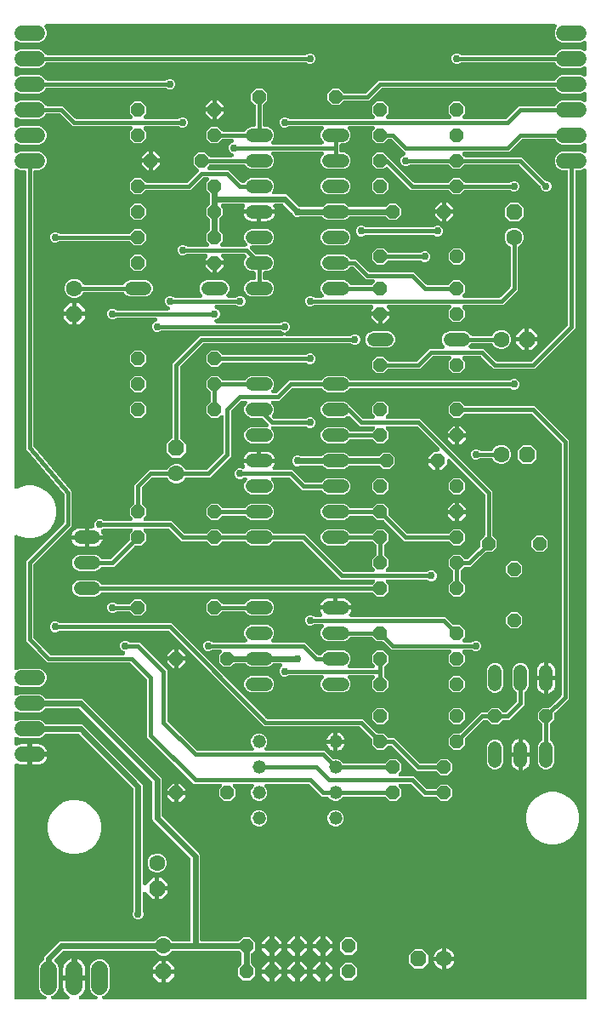
<source format=gbr>
G04 EAGLE Gerber RS-274X export*
G75*
%MOMM*%
%FSLAX34Y34*%
%LPD*%
%INTop Copper*%
%IPPOS*%
%AMOC8*
5,1,8,0,0,1.08239X$1,22.5*%
G01*
%ADD10P,1.732040X8X22.500000*%
%ADD11C,1.600200*%
%ADD12P,1.732040X8X112.500000*%
%ADD13P,1.429621X8X202.500000*%
%ADD14P,1.429621X8X22.500000*%
%ADD15P,1.732040X8X292.500000*%
%ADD16P,1.429621X8X112.500000*%
%ADD17C,1.320800*%
%ADD18C,1.676400*%
%ADD19C,1.320800*%
%ADD20C,1.524000*%
%ADD21P,1.539592X8X202.500000*%
%ADD22P,1.732040X8X202.500000*%
%ADD23C,0.406400*%
%ADD24C,0.756400*%
%ADD25C,0.609600*%

G36*
X63376Y10173D02*
X63376Y10173D01*
X63503Y10176D01*
X63576Y10193D01*
X63651Y10201D01*
X63772Y10238D01*
X63895Y10266D01*
X63964Y10297D01*
X64036Y10319D01*
X64147Y10379D01*
X64263Y10431D01*
X64324Y10475D01*
X64390Y10511D01*
X64487Y10591D01*
X64590Y10665D01*
X64642Y10720D01*
X64699Y10768D01*
X64779Y10867D01*
X64865Y10959D01*
X64905Y11023D01*
X64952Y11082D01*
X65010Y11194D01*
X65076Y11302D01*
X65103Y11373D01*
X65137Y11439D01*
X65172Y11561D01*
X65216Y11679D01*
X65228Y11754D01*
X65249Y11826D01*
X65259Y11952D01*
X65279Y12077D01*
X65275Y12152D01*
X65282Y12228D01*
X65267Y12353D01*
X65261Y12479D01*
X65243Y12553D01*
X65235Y12627D01*
X65195Y12747D01*
X65165Y12870D01*
X65133Y12939D01*
X65110Y13010D01*
X65048Y13120D01*
X64994Y13235D01*
X64949Y13295D01*
X64912Y13361D01*
X64829Y13456D01*
X64754Y13558D01*
X64698Y13609D01*
X64649Y13665D01*
X64549Y13743D01*
X64455Y13828D01*
X64380Y13874D01*
X64331Y13912D01*
X64265Y13945D01*
X64173Y14002D01*
X64125Y14026D01*
X62734Y15037D01*
X61519Y16252D01*
X60508Y17643D01*
X59728Y19175D01*
X59196Y20810D01*
X58927Y22508D01*
X58927Y28957D01*
X69088Y28957D01*
X69106Y28958D01*
X69123Y28957D01*
X69306Y28978D01*
X69488Y28997D01*
X69505Y29002D01*
X69523Y29004D01*
X69698Y29061D01*
X69848Y29107D01*
X69860Y29101D01*
X69877Y29096D01*
X69893Y29088D01*
X70071Y29040D01*
X70246Y28990D01*
X70264Y28988D01*
X70281Y28984D01*
X70612Y28957D01*
X80773Y28957D01*
X80773Y22508D01*
X80504Y20810D01*
X79972Y19175D01*
X79192Y17643D01*
X78181Y16252D01*
X76966Y15037D01*
X75575Y14026D01*
X75527Y14002D01*
X75421Y13934D01*
X75310Y13873D01*
X75252Y13825D01*
X75189Y13785D01*
X75098Y13697D01*
X75001Y13616D01*
X74953Y13557D01*
X74899Y13505D01*
X74827Y13400D01*
X74748Y13302D01*
X74714Y13235D01*
X74671Y13173D01*
X74621Y13057D01*
X74563Y12945D01*
X74542Y12872D01*
X74512Y12803D01*
X74486Y12679D01*
X74451Y12558D01*
X74445Y12483D01*
X74430Y12409D01*
X74429Y12283D01*
X74418Y12156D01*
X74427Y12082D01*
X74427Y12006D01*
X74451Y11882D01*
X74465Y11757D01*
X74489Y11685D01*
X74503Y11611D01*
X74551Y11494D01*
X74590Y11374D01*
X74627Y11308D01*
X74656Y11239D01*
X74726Y11133D01*
X74788Y11023D01*
X74837Y10966D01*
X74879Y10903D01*
X74969Y10814D01*
X75051Y10718D01*
X75111Y10672D01*
X75164Y10619D01*
X75270Y10549D01*
X75369Y10472D01*
X75437Y10438D01*
X75500Y10396D01*
X75617Y10349D01*
X75730Y10292D01*
X75803Y10273D01*
X75872Y10244D01*
X75996Y10221D01*
X76119Y10188D01*
X76206Y10181D01*
X76268Y10169D01*
X76341Y10170D01*
X76449Y10161D01*
X91036Y10161D01*
X91040Y10161D01*
X91045Y10161D01*
X91239Y10181D01*
X91437Y10201D01*
X91441Y10202D01*
X91445Y10202D01*
X91633Y10261D01*
X91821Y10319D01*
X91825Y10321D01*
X91830Y10322D01*
X92004Y10418D01*
X92175Y10511D01*
X92179Y10513D01*
X92183Y10516D01*
X92336Y10644D01*
X92485Y10768D01*
X92487Y10772D01*
X92491Y10775D01*
X92616Y10931D01*
X92737Y11082D01*
X92739Y11086D01*
X92742Y11089D01*
X92833Y11267D01*
X92923Y11439D01*
X92924Y11444D01*
X92926Y11448D01*
X92979Y11635D01*
X93034Y11826D01*
X93034Y11831D01*
X93036Y11835D01*
X93050Y12026D01*
X93067Y12228D01*
X93066Y12232D01*
X93067Y12236D01*
X93043Y12430D01*
X93020Y12627D01*
X93019Y12632D01*
X93018Y12636D01*
X92957Y12821D01*
X92895Y13010D01*
X92893Y13014D01*
X92891Y13018D01*
X92795Y13187D01*
X92697Y13361D01*
X92694Y13364D01*
X92692Y13368D01*
X92564Y13515D01*
X92434Y13665D01*
X92430Y13668D01*
X92428Y13672D01*
X92271Y13792D01*
X92116Y13912D01*
X92112Y13914D01*
X92108Y13917D01*
X91813Y14069D01*
X89638Y14969D01*
X86851Y17756D01*
X85343Y21397D01*
X85343Y42103D01*
X86851Y45744D01*
X89638Y48531D01*
X93279Y50039D01*
X97221Y50039D01*
X100862Y48531D01*
X103649Y45744D01*
X105157Y42103D01*
X105157Y21397D01*
X103649Y17756D01*
X100862Y14969D01*
X98687Y14069D01*
X98683Y14067D01*
X98679Y14065D01*
X98506Y13972D01*
X98332Y13878D01*
X98328Y13876D01*
X98325Y13873D01*
X98176Y13749D01*
X98022Y13622D01*
X98019Y13619D01*
X98015Y13616D01*
X97892Y13463D01*
X97768Y13309D01*
X97766Y13305D01*
X97763Y13302D01*
X97673Y13129D01*
X97581Y12953D01*
X97579Y12949D01*
X97577Y12945D01*
X97523Y12757D01*
X97468Y12566D01*
X97467Y12562D01*
X97466Y12558D01*
X97450Y12360D01*
X97433Y12165D01*
X97434Y12161D01*
X97433Y12156D01*
X97456Y11962D01*
X97478Y11765D01*
X97480Y11761D01*
X97480Y11757D01*
X97541Y11571D01*
X97601Y11382D01*
X97604Y11378D01*
X97605Y11374D01*
X97702Y11202D01*
X97798Y11030D01*
X97801Y11027D01*
X97803Y11023D01*
X97931Y10875D01*
X98060Y10725D01*
X98063Y10722D01*
X98066Y10718D01*
X98221Y10598D01*
X98377Y10476D01*
X98381Y10474D01*
X98384Y10472D01*
X98562Y10383D01*
X98736Y10296D01*
X98741Y10294D01*
X98745Y10292D01*
X98937Y10241D01*
X99125Y10189D01*
X99129Y10189D01*
X99133Y10188D01*
X99464Y10161D01*
X578358Y10161D01*
X578376Y10163D01*
X578394Y10161D01*
X578576Y10182D01*
X578759Y10201D01*
X578776Y10206D01*
X578793Y10208D01*
X578968Y10265D01*
X579144Y10319D01*
X579159Y10327D01*
X579176Y10333D01*
X579336Y10423D01*
X579498Y10511D01*
X579511Y10522D01*
X579527Y10531D01*
X579666Y10651D01*
X579807Y10768D01*
X579818Y10782D01*
X579832Y10794D01*
X579944Y10939D01*
X580059Y11082D01*
X580067Y11098D01*
X580078Y11112D01*
X580160Y11277D01*
X580245Y11439D01*
X580250Y11456D01*
X580258Y11472D01*
X580305Y11651D01*
X580356Y11826D01*
X580358Y11844D01*
X580362Y11861D01*
X580389Y12192D01*
X580389Y834768D01*
X580388Y834781D01*
X580389Y834795D01*
X580368Y834980D01*
X580349Y835168D01*
X580345Y835181D01*
X580344Y835195D01*
X580287Y835372D01*
X580231Y835553D01*
X580225Y835565D01*
X580221Y835578D01*
X580129Y835743D01*
X580039Y835907D01*
X580031Y835918D01*
X580024Y835929D01*
X579902Y836073D01*
X579782Y836217D01*
X579771Y836225D01*
X579763Y836235D01*
X579614Y836352D01*
X579468Y836469D01*
X579456Y836475D01*
X579446Y836483D01*
X579276Y836568D01*
X579111Y836655D01*
X579098Y836658D01*
X579086Y836664D01*
X578903Y836714D01*
X578724Y836766D01*
X578710Y836767D01*
X578697Y836771D01*
X578509Y836783D01*
X578322Y836799D01*
X578309Y836797D01*
X578296Y836798D01*
X578108Y836774D01*
X577923Y836752D01*
X577910Y836748D01*
X577897Y836746D01*
X577581Y836644D01*
X574589Y835405D01*
X570738Y835405D01*
X570720Y835403D01*
X570702Y835405D01*
X570520Y835384D01*
X570337Y835365D01*
X570320Y835360D01*
X570303Y835358D01*
X570128Y835301D01*
X569952Y835247D01*
X569937Y835239D01*
X569920Y835233D01*
X569760Y835143D01*
X569598Y835055D01*
X569585Y835044D01*
X569569Y835035D01*
X569430Y834915D01*
X569289Y834798D01*
X569278Y834784D01*
X569264Y834772D01*
X569152Y834627D01*
X569037Y834484D01*
X569029Y834468D01*
X569018Y834454D01*
X568936Y834289D01*
X568851Y834127D01*
X568846Y834110D01*
X568838Y834094D01*
X568791Y833915D01*
X568740Y833740D01*
X568738Y833722D01*
X568734Y833705D01*
X568707Y833374D01*
X568707Y677977D01*
X528523Y637793D01*
X487477Y637793D01*
X484799Y640471D01*
X484798Y640472D01*
X475372Y649898D01*
X475351Y649915D01*
X475333Y649936D01*
X475196Y650043D01*
X475060Y650153D01*
X475037Y650166D01*
X475015Y650182D01*
X474858Y650260D01*
X474704Y650342D01*
X474679Y650350D01*
X474655Y650362D01*
X474485Y650407D01*
X474319Y650457D01*
X474292Y650459D01*
X474266Y650466D01*
X473935Y650493D01*
X458106Y650493D01*
X458098Y650492D01*
X458089Y650493D01*
X457897Y650472D01*
X457706Y650453D01*
X457697Y650451D01*
X457688Y650450D01*
X457506Y650392D01*
X457321Y650335D01*
X457313Y650331D01*
X457304Y650328D01*
X457136Y650235D01*
X456967Y650143D01*
X456960Y650138D01*
X456952Y650133D01*
X456805Y650009D01*
X456658Y649886D01*
X456652Y649879D01*
X456645Y649873D01*
X456526Y649722D01*
X456405Y649572D01*
X456401Y649564D01*
X456396Y649557D01*
X456308Y649384D01*
X456220Y649215D01*
X456217Y649206D01*
X456213Y649198D01*
X456161Y649012D01*
X456108Y648828D01*
X456108Y648819D01*
X456105Y648810D01*
X456091Y648617D01*
X456075Y648426D01*
X456076Y648418D01*
X456076Y648409D01*
X456100Y648216D01*
X456122Y648027D01*
X456125Y648018D01*
X456126Y648009D01*
X456188Y647826D01*
X456247Y647644D01*
X456252Y647636D01*
X456254Y647628D01*
X456350Y647462D01*
X456445Y647293D01*
X456451Y647286D01*
X456455Y647279D01*
X456670Y647026D01*
X458979Y644717D01*
X458979Y637983D01*
X454217Y633221D01*
X447483Y633221D01*
X442721Y637983D01*
X442721Y644717D01*
X445030Y647026D01*
X445036Y647033D01*
X445042Y647038D01*
X445163Y647188D01*
X445285Y647337D01*
X445289Y647345D01*
X445295Y647352D01*
X445383Y647522D01*
X445474Y647693D01*
X445476Y647702D01*
X445480Y647709D01*
X445533Y647894D01*
X445588Y648079D01*
X445589Y648088D01*
X445592Y648096D01*
X445607Y648287D01*
X445625Y648480D01*
X445624Y648489D01*
X445625Y648498D01*
X445602Y648687D01*
X445581Y648880D01*
X445579Y648889D01*
X445578Y648897D01*
X445518Y649079D01*
X445460Y649264D01*
X445456Y649272D01*
X445453Y649280D01*
X445358Y649449D01*
X445265Y649616D01*
X445259Y649623D01*
X445255Y649631D01*
X445129Y649777D01*
X445005Y649923D01*
X444998Y649929D01*
X444992Y649936D01*
X444840Y650053D01*
X444689Y650173D01*
X444681Y650177D01*
X444674Y650182D01*
X444502Y650268D01*
X444330Y650355D01*
X444321Y650358D01*
X444313Y650362D01*
X444127Y650412D01*
X443942Y650463D01*
X443933Y650464D01*
X443924Y650466D01*
X443594Y650493D01*
X427765Y650493D01*
X427738Y650491D01*
X427711Y650493D01*
X427537Y650471D01*
X427364Y650453D01*
X427339Y650446D01*
X427312Y650442D01*
X427146Y650387D01*
X426979Y650335D01*
X426956Y650322D01*
X426930Y650314D01*
X426779Y650227D01*
X426625Y650143D01*
X426605Y650126D01*
X426581Y650113D01*
X426328Y649898D01*
X414223Y637793D01*
X383430Y637793D01*
X383404Y637791D01*
X383377Y637793D01*
X383203Y637771D01*
X383030Y637753D01*
X383004Y637746D01*
X382978Y637742D01*
X382812Y637686D01*
X382645Y637635D01*
X382621Y637622D01*
X382596Y637614D01*
X382444Y637527D01*
X382291Y637443D01*
X382270Y637426D01*
X382247Y637413D01*
X381994Y637198D01*
X378017Y633221D01*
X371283Y633221D01*
X366521Y637983D01*
X366521Y644717D01*
X371283Y649479D01*
X378017Y649479D01*
X381994Y645502D01*
X382015Y645485D01*
X382032Y645464D01*
X382170Y645357D01*
X382306Y645247D01*
X382329Y645234D01*
X382350Y645218D01*
X382507Y645140D01*
X382661Y645058D01*
X382687Y645050D01*
X382711Y645038D01*
X382880Y644993D01*
X383047Y644943D01*
X383074Y644941D01*
X383100Y644934D01*
X383430Y644907D01*
X410435Y644907D01*
X410462Y644909D01*
X410489Y644907D01*
X410663Y644929D01*
X410836Y644947D01*
X410861Y644954D01*
X410888Y644958D01*
X411054Y645013D01*
X411221Y645065D01*
X411244Y645078D01*
X411270Y645086D01*
X411421Y645173D01*
X411575Y645257D01*
X411595Y645274D01*
X411619Y645287D01*
X411872Y645502D01*
X423977Y657607D01*
X436990Y657607D01*
X436998Y657608D01*
X437007Y657607D01*
X437199Y657628D01*
X437390Y657647D01*
X437399Y657649D01*
X437408Y657650D01*
X437590Y657708D01*
X437775Y657765D01*
X437783Y657769D01*
X437792Y657772D01*
X437960Y657865D01*
X438129Y657957D01*
X438136Y657962D01*
X438144Y657967D01*
X438292Y658092D01*
X438438Y658214D01*
X438444Y658221D01*
X438451Y658227D01*
X438570Y658378D01*
X438691Y658528D01*
X438695Y658536D01*
X438700Y658543D01*
X438787Y658714D01*
X438876Y658885D01*
X438879Y658894D01*
X438883Y658902D01*
X438935Y659088D01*
X438988Y659272D01*
X438988Y659281D01*
X438991Y659290D01*
X439005Y659482D01*
X439021Y659674D01*
X439020Y659682D01*
X439020Y659691D01*
X438996Y659884D01*
X438974Y660073D01*
X438971Y660082D01*
X438970Y660091D01*
X438908Y660274D01*
X438849Y660456D01*
X438844Y660464D01*
X438842Y660472D01*
X438746Y660638D01*
X438651Y660807D01*
X438645Y660814D01*
X438641Y660821D01*
X438426Y661074D01*
X437355Y662145D01*
X436117Y665133D01*
X436117Y668367D01*
X437355Y671355D01*
X439641Y673641D01*
X441805Y674537D01*
X441805Y674538D01*
X442629Y674879D01*
X459071Y674879D01*
X462059Y673641D01*
X464399Y671301D01*
X464450Y671206D01*
X464464Y671189D01*
X464475Y671169D01*
X464592Y671034D01*
X464706Y670895D01*
X464724Y670881D01*
X464738Y670864D01*
X464880Y670755D01*
X465019Y670642D01*
X465039Y670631D01*
X465056Y670618D01*
X465217Y670538D01*
X465376Y670455D01*
X465397Y670448D01*
X465417Y670438D01*
X465591Y670392D01*
X465762Y670342D01*
X465784Y670340D01*
X465806Y670334D01*
X466136Y670307D01*
X485105Y670307D01*
X485128Y670309D01*
X485150Y670307D01*
X485327Y670329D01*
X485506Y670347D01*
X485527Y670353D01*
X485550Y670356D01*
X485719Y670412D01*
X485891Y670465D01*
X485911Y670475D01*
X485932Y670482D01*
X486087Y670571D01*
X486245Y670657D01*
X486262Y670671D01*
X486281Y670682D01*
X486417Y670800D01*
X486554Y670914D01*
X486568Y670932D01*
X486585Y670946D01*
X486694Y671088D01*
X486807Y671228D01*
X486817Y671248D01*
X486830Y671266D01*
X486982Y671561D01*
X487224Y672146D01*
X489904Y674826D01*
X493405Y676276D01*
X497195Y676276D01*
X500696Y674826D01*
X503376Y672146D01*
X504826Y668645D01*
X504826Y664855D01*
X503376Y661354D01*
X500696Y658674D01*
X497195Y657224D01*
X493405Y657224D01*
X489904Y658674D01*
X487224Y661354D01*
X486982Y661939D01*
X486972Y661959D01*
X486965Y661980D01*
X486876Y662136D01*
X486792Y662294D01*
X486778Y662311D01*
X486767Y662331D01*
X486650Y662466D01*
X486535Y662605D01*
X486518Y662619D01*
X486504Y662636D01*
X486362Y662745D01*
X486223Y662858D01*
X486203Y662869D01*
X486185Y662882D01*
X486025Y662962D01*
X485866Y663045D01*
X485845Y663052D01*
X485825Y663062D01*
X485651Y663108D01*
X485480Y663158D01*
X485458Y663160D01*
X485436Y663166D01*
X485105Y663193D01*
X466136Y663193D01*
X466114Y663191D01*
X466092Y663193D01*
X465915Y663171D01*
X465736Y663153D01*
X465715Y663147D01*
X465692Y663144D01*
X465523Y663088D01*
X465351Y663035D01*
X465331Y663025D01*
X465310Y663018D01*
X465155Y662929D01*
X464997Y662843D01*
X464980Y662829D01*
X464960Y662818D01*
X464825Y662700D01*
X464688Y662586D01*
X464674Y662568D01*
X464657Y662554D01*
X464548Y662412D01*
X464435Y662272D01*
X464425Y662252D01*
X464411Y662234D01*
X464387Y662188D01*
X463274Y661074D01*
X463268Y661067D01*
X463262Y661062D01*
X463140Y660911D01*
X463019Y660763D01*
X463015Y660755D01*
X463009Y660748D01*
X462921Y660578D01*
X462830Y660407D01*
X462828Y660398D01*
X462824Y660391D01*
X462771Y660206D01*
X462716Y660021D01*
X462715Y660012D01*
X462712Y660004D01*
X462697Y659812D01*
X462679Y659620D01*
X462680Y659611D01*
X462679Y659602D01*
X462702Y659412D01*
X462723Y659220D01*
X462725Y659211D01*
X462726Y659203D01*
X462786Y659020D01*
X462844Y658836D01*
X462848Y658828D01*
X462851Y658820D01*
X462946Y658653D01*
X463039Y658484D01*
X463045Y658477D01*
X463049Y658469D01*
X463174Y658324D01*
X463299Y658177D01*
X463306Y658171D01*
X463312Y658164D01*
X463463Y658048D01*
X463615Y657927D01*
X463623Y657923D01*
X463630Y657918D01*
X463801Y657833D01*
X463974Y657745D01*
X463983Y657742D01*
X463991Y657738D01*
X464176Y657689D01*
X464362Y657637D01*
X464371Y657636D01*
X464380Y657634D01*
X464710Y657607D01*
X477723Y657607D01*
X489828Y645502D01*
X489849Y645485D01*
X489866Y645464D01*
X490004Y645357D01*
X490140Y645247D01*
X490163Y645234D01*
X490185Y645218D01*
X490341Y645140D01*
X490495Y645058D01*
X490521Y645050D01*
X490545Y645038D01*
X490714Y644993D01*
X490881Y644943D01*
X490908Y644941D01*
X490934Y644934D01*
X491265Y644907D01*
X524735Y644907D01*
X524762Y644909D01*
X524789Y644907D01*
X524963Y644929D01*
X525136Y644947D01*
X525161Y644954D01*
X525188Y644958D01*
X525354Y645013D01*
X525521Y645065D01*
X525544Y645078D01*
X525570Y645086D01*
X525721Y645173D01*
X525875Y645257D01*
X525895Y645274D01*
X525919Y645287D01*
X526172Y645502D01*
X560998Y680328D01*
X561015Y680349D01*
X561036Y680367D01*
X561143Y680504D01*
X561253Y680640D01*
X561266Y680663D01*
X561282Y680685D01*
X561360Y680842D01*
X561442Y680996D01*
X561450Y681021D01*
X561462Y681045D01*
X561507Y681215D01*
X561557Y681381D01*
X561559Y681408D01*
X561566Y681434D01*
X561593Y681765D01*
X561593Y833374D01*
X561591Y833392D01*
X561593Y833410D01*
X561572Y833592D01*
X561553Y833775D01*
X561548Y833792D01*
X561546Y833809D01*
X561489Y833984D01*
X561435Y834160D01*
X561427Y834175D01*
X561421Y834192D01*
X561331Y834352D01*
X561243Y834514D01*
X561232Y834527D01*
X561223Y834543D01*
X561103Y834682D01*
X560986Y834823D01*
X560972Y834834D01*
X560960Y834848D01*
X560815Y834960D01*
X560672Y835075D01*
X560656Y835083D01*
X560642Y835094D01*
X560477Y835176D01*
X560315Y835261D01*
X560298Y835266D01*
X560282Y835274D01*
X560103Y835321D01*
X559928Y835372D01*
X559910Y835374D01*
X559893Y835378D01*
X559562Y835405D01*
X555711Y835405D01*
X552350Y836797D01*
X549777Y839370D01*
X548385Y842731D01*
X548385Y846369D01*
X549777Y849730D01*
X552350Y852303D01*
X555711Y853695D01*
X574589Y853695D01*
X577581Y852456D01*
X577594Y852452D01*
X577605Y852445D01*
X577785Y852394D01*
X577966Y852339D01*
X577979Y852338D01*
X577992Y852334D01*
X578180Y852319D01*
X578367Y852301D01*
X578380Y852302D01*
X578394Y852301D01*
X578580Y852323D01*
X578767Y852343D01*
X578780Y852347D01*
X578793Y852348D01*
X578972Y852406D01*
X579152Y852462D01*
X579163Y852469D01*
X579176Y852473D01*
X579340Y852565D01*
X579505Y852656D01*
X579515Y852664D01*
X579527Y852671D01*
X579669Y852793D01*
X579813Y852915D01*
X579821Y852925D01*
X579832Y852934D01*
X579946Y853082D01*
X580064Y853230D01*
X580070Y853242D01*
X580078Y853252D01*
X580162Y853420D01*
X580248Y853588D01*
X580252Y853601D01*
X580258Y853613D01*
X580307Y853795D01*
X580358Y853975D01*
X580359Y853988D01*
X580362Y854001D01*
X580389Y854332D01*
X580389Y860168D01*
X580388Y860181D01*
X580389Y860195D01*
X580368Y860381D01*
X580349Y860568D01*
X580345Y860581D01*
X580344Y860595D01*
X580286Y860774D01*
X580231Y860953D01*
X580225Y860965D01*
X580221Y860978D01*
X580129Y861143D01*
X580039Y861307D01*
X580031Y861318D01*
X580024Y861329D01*
X579902Y861473D01*
X579782Y861617D01*
X579771Y861625D01*
X579763Y861635D01*
X579614Y861752D01*
X579468Y861869D01*
X579456Y861875D01*
X579446Y861883D01*
X579276Y861968D01*
X579111Y862055D01*
X579098Y862058D01*
X579086Y862064D01*
X578903Y862114D01*
X578724Y862166D01*
X578710Y862167D01*
X578697Y862171D01*
X578509Y862183D01*
X578322Y862199D01*
X578309Y862197D01*
X578296Y862198D01*
X578108Y862174D01*
X577923Y862152D01*
X577910Y862148D01*
X577897Y862146D01*
X577581Y862044D01*
X574589Y860805D01*
X555711Y860805D01*
X552350Y862197D01*
X549777Y864770D01*
X549624Y865139D01*
X549614Y865159D01*
X549607Y865180D01*
X549519Y865336D01*
X549434Y865494D01*
X549420Y865511D01*
X549409Y865531D01*
X549292Y865667D01*
X549178Y865805D01*
X549161Y865819D01*
X549146Y865836D01*
X549005Y865945D01*
X548865Y866058D01*
X548845Y866069D01*
X548828Y866082D01*
X548668Y866162D01*
X548509Y866245D01*
X548487Y866252D01*
X548467Y866262D01*
X548294Y866308D01*
X548122Y866358D01*
X548100Y866360D01*
X548079Y866366D01*
X547748Y866393D01*
X516665Y866393D01*
X516638Y866391D01*
X516611Y866393D01*
X516437Y866371D01*
X516264Y866353D01*
X516239Y866346D01*
X516212Y866342D01*
X516046Y866287D01*
X515879Y866235D01*
X515856Y866222D01*
X515830Y866214D01*
X515679Y866127D01*
X515525Y866043D01*
X515505Y866026D01*
X515481Y866013D01*
X515228Y865798D01*
X503123Y853693D01*
X458106Y853693D01*
X458098Y853692D01*
X458089Y853693D01*
X457897Y853672D01*
X457706Y853653D01*
X457697Y853651D01*
X457688Y853650D01*
X457506Y853592D01*
X457321Y853535D01*
X457313Y853531D01*
X457304Y853528D01*
X457136Y853435D01*
X456967Y853343D01*
X456960Y853338D01*
X456952Y853333D01*
X456804Y853208D01*
X456658Y853086D01*
X456652Y853079D01*
X456645Y853073D01*
X456525Y852921D01*
X456405Y852772D01*
X456401Y852764D01*
X456396Y852757D01*
X456308Y852585D01*
X456220Y852415D01*
X456217Y852406D01*
X456213Y852398D01*
X456161Y852212D01*
X456108Y852028D01*
X456108Y852019D01*
X456105Y852010D01*
X456091Y851818D01*
X456075Y851626D01*
X456076Y851618D01*
X456076Y851609D01*
X456100Y851416D01*
X456122Y851227D01*
X456125Y851218D01*
X456126Y851209D01*
X456188Y851026D01*
X456247Y850844D01*
X456252Y850836D01*
X456254Y850828D01*
X456350Y850662D01*
X456445Y850493D01*
X456451Y850486D01*
X456455Y850479D01*
X456670Y850226D01*
X458194Y848702D01*
X458215Y848685D01*
X458232Y848664D01*
X458370Y848557D01*
X458506Y848447D01*
X458529Y848434D01*
X458550Y848418D01*
X458707Y848340D01*
X458861Y848258D01*
X458887Y848250D01*
X458911Y848238D01*
X459080Y848193D01*
X459247Y848143D01*
X459274Y848141D01*
X459300Y848134D01*
X459630Y848107D01*
X515823Y848107D01*
X518502Y845428D01*
X538878Y825052D01*
X538899Y825035D01*
X538916Y825014D01*
X539054Y824907D01*
X539190Y824797D01*
X539213Y824784D01*
X539235Y824768D01*
X539392Y824690D01*
X539546Y824608D01*
X539571Y824600D01*
X539595Y824588D01*
X539765Y824543D01*
X539931Y824493D01*
X539958Y824491D01*
X539984Y824484D01*
X540315Y824457D01*
X540806Y824457D01*
X542756Y823649D01*
X544249Y822156D01*
X545057Y820206D01*
X545057Y818094D01*
X544249Y816144D01*
X542756Y814651D01*
X542096Y814378D01*
X540806Y813843D01*
X538694Y813843D01*
X536744Y814651D01*
X535251Y816144D01*
X534443Y818094D01*
X534443Y818585D01*
X534441Y818612D01*
X534443Y818639D01*
X534421Y818813D01*
X534403Y818986D01*
X534396Y819012D01*
X534392Y819038D01*
X534336Y819204D01*
X534285Y819371D01*
X534272Y819395D01*
X534264Y819420D01*
X534177Y819571D01*
X534093Y819725D01*
X534076Y819745D01*
X534063Y819769D01*
X533848Y820022D01*
X513472Y840398D01*
X513451Y840415D01*
X513433Y840436D01*
X513296Y840543D01*
X513160Y840653D01*
X513137Y840666D01*
X513115Y840682D01*
X512958Y840760D01*
X512804Y840842D01*
X512779Y840850D01*
X512755Y840862D01*
X512585Y840907D01*
X512419Y840957D01*
X512392Y840959D01*
X512366Y840966D01*
X512035Y840993D01*
X459630Y840993D01*
X459604Y840991D01*
X459577Y840993D01*
X459403Y840971D01*
X459230Y840953D01*
X459204Y840946D01*
X459178Y840942D01*
X459012Y840887D01*
X458845Y840835D01*
X458821Y840822D01*
X458796Y840814D01*
X458644Y840727D01*
X458491Y840643D01*
X458470Y840626D01*
X458447Y840613D01*
X458194Y840398D01*
X454217Y836421D01*
X447483Y836421D01*
X443506Y840398D01*
X443485Y840415D01*
X443468Y840436D01*
X443330Y840543D01*
X443194Y840653D01*
X443171Y840666D01*
X443150Y840682D01*
X442993Y840760D01*
X442839Y840842D01*
X442813Y840850D01*
X442789Y840862D01*
X442620Y840907D01*
X442453Y840957D01*
X442426Y840959D01*
X442400Y840966D01*
X442070Y840993D01*
X404840Y840993D01*
X404813Y840991D01*
X404786Y840993D01*
X404612Y840971D01*
X404439Y840953D01*
X404413Y840946D01*
X404387Y840942D01*
X404221Y840887D01*
X404054Y840835D01*
X404030Y840822D01*
X404005Y840814D01*
X403853Y840727D01*
X403700Y840643D01*
X403679Y840626D01*
X403656Y840613D01*
X403403Y840398D01*
X403056Y840051D01*
X401106Y839243D01*
X398994Y839243D01*
X397044Y840051D01*
X395551Y841544D01*
X394743Y843494D01*
X394743Y845606D01*
X395551Y847556D01*
X397044Y849049D01*
X398822Y849785D01*
X398826Y849788D01*
X398830Y849789D01*
X399002Y849882D01*
X399177Y849976D01*
X399181Y849978D01*
X399184Y849981D01*
X399335Y850106D01*
X399487Y850232D01*
X399490Y850235D01*
X399494Y850238D01*
X399617Y850391D01*
X399741Y850545D01*
X399743Y850549D01*
X399746Y850552D01*
X399836Y850725D01*
X399928Y850901D01*
X399930Y850905D01*
X399932Y850909D01*
X399986Y851097D01*
X400041Y851288D01*
X400042Y851292D01*
X400043Y851296D01*
X400059Y851494D01*
X400076Y851689D01*
X400075Y851693D01*
X400076Y851698D01*
X400053Y851888D01*
X400031Y852089D01*
X400029Y852093D01*
X400029Y852097D01*
X399968Y852283D01*
X399908Y852472D01*
X399905Y852476D01*
X399904Y852480D01*
X399807Y852652D01*
X399711Y852824D01*
X399708Y852827D01*
X399706Y852831D01*
X399578Y852979D01*
X399449Y853129D01*
X399446Y853132D01*
X399443Y853136D01*
X399288Y853255D01*
X399132Y853378D01*
X399128Y853380D01*
X399125Y853382D01*
X398949Y853470D01*
X398773Y853558D01*
X398768Y853560D01*
X398764Y853562D01*
X398688Y853582D01*
X386472Y865798D01*
X386451Y865815D01*
X386433Y865836D01*
X386296Y865943D01*
X386160Y866053D01*
X386137Y866066D01*
X386115Y866082D01*
X385958Y866160D01*
X385804Y866242D01*
X385779Y866250D01*
X385755Y866262D01*
X385585Y866307D01*
X385419Y866357D01*
X385392Y866359D01*
X385366Y866366D01*
X385035Y866393D01*
X383430Y866393D01*
X383404Y866391D01*
X383377Y866393D01*
X383203Y866371D01*
X383030Y866353D01*
X383004Y866346D01*
X382978Y866342D01*
X382812Y866286D01*
X382645Y866235D01*
X382621Y866222D01*
X382596Y866214D01*
X382444Y866127D01*
X382291Y866043D01*
X382270Y866026D01*
X382247Y866013D01*
X381994Y865798D01*
X378017Y861821D01*
X371283Y861821D01*
X366521Y866583D01*
X366521Y873317D01*
X368830Y875626D01*
X368836Y875633D01*
X368842Y875638D01*
X368963Y875788D01*
X369085Y875937D01*
X369089Y875945D01*
X369095Y875952D01*
X369183Y876122D01*
X369274Y876293D01*
X369276Y876302D01*
X369280Y876309D01*
X369333Y876494D01*
X369388Y876679D01*
X369389Y876688D01*
X369392Y876696D01*
X369407Y876887D01*
X369425Y877080D01*
X369424Y877089D01*
X369425Y877098D01*
X369402Y877287D01*
X369381Y877480D01*
X369379Y877489D01*
X369378Y877497D01*
X369318Y877679D01*
X369260Y877864D01*
X369256Y877872D01*
X369253Y877880D01*
X369158Y878049D01*
X369065Y878216D01*
X369059Y878223D01*
X369055Y878231D01*
X368929Y878377D01*
X368805Y878523D01*
X368798Y878529D01*
X368792Y878536D01*
X368642Y878652D01*
X368489Y878773D01*
X368481Y878777D01*
X368474Y878782D01*
X368302Y878868D01*
X368130Y878955D01*
X368121Y878958D01*
X368113Y878962D01*
X367927Y879012D01*
X367742Y879063D01*
X367733Y879064D01*
X367724Y879066D01*
X367394Y879093D01*
X344060Y879093D01*
X344052Y879092D01*
X344043Y879093D01*
X343851Y879072D01*
X343660Y879053D01*
X343651Y879051D01*
X343642Y879050D01*
X343460Y878992D01*
X343275Y878935D01*
X343267Y878931D01*
X343258Y878928D01*
X343090Y878835D01*
X342921Y878743D01*
X342914Y878738D01*
X342906Y878733D01*
X342758Y878608D01*
X342612Y878486D01*
X342606Y878479D01*
X342599Y878473D01*
X342480Y878322D01*
X342359Y878172D01*
X342355Y878164D01*
X342350Y878157D01*
X342263Y877986D01*
X342174Y877815D01*
X342171Y877806D01*
X342167Y877798D01*
X342115Y877612D01*
X342062Y877428D01*
X342062Y877419D01*
X342059Y877410D01*
X342045Y877218D01*
X342029Y877026D01*
X342030Y877018D01*
X342030Y877009D01*
X342054Y876816D01*
X342076Y876627D01*
X342079Y876618D01*
X342080Y876609D01*
X342142Y876426D01*
X342201Y876244D01*
X342206Y876236D01*
X342208Y876228D01*
X342304Y876062D01*
X342399Y875893D01*
X342405Y875886D01*
X342409Y875879D01*
X342624Y875626D01*
X343695Y874555D01*
X344933Y871567D01*
X344933Y868333D01*
X343695Y865345D01*
X341409Y863059D01*
X338421Y861821D01*
X335788Y861821D01*
X335770Y861819D01*
X335752Y861821D01*
X335570Y861800D01*
X335387Y861781D01*
X335370Y861776D01*
X335353Y861774D01*
X335178Y861717D01*
X335002Y861663D01*
X334987Y861655D01*
X334970Y861649D01*
X334810Y861559D01*
X334648Y861471D01*
X334635Y861460D01*
X334619Y861451D01*
X334480Y861331D01*
X334339Y861214D01*
X334328Y861200D01*
X334314Y861188D01*
X334202Y861043D01*
X334087Y860900D01*
X334079Y860884D01*
X334068Y860870D01*
X333986Y860705D01*
X333901Y860543D01*
X333896Y860526D01*
X333888Y860510D01*
X333841Y860331D01*
X333790Y860156D01*
X333788Y860138D01*
X333784Y860121D01*
X333757Y859790D01*
X333757Y854710D01*
X333759Y854692D01*
X333757Y854674D01*
X333778Y854492D01*
X333797Y854309D01*
X333802Y854292D01*
X333804Y854275D01*
X333861Y854100D01*
X333915Y853924D01*
X333923Y853909D01*
X333929Y853892D01*
X334019Y853732D01*
X334107Y853570D01*
X334118Y853557D01*
X334127Y853541D01*
X334247Y853402D01*
X334364Y853261D01*
X334378Y853250D01*
X334390Y853236D01*
X334535Y853124D01*
X334678Y853009D01*
X334694Y853001D01*
X334708Y852990D01*
X334873Y852908D01*
X335035Y852823D01*
X335052Y852818D01*
X335068Y852810D01*
X335247Y852763D01*
X335422Y852712D01*
X335440Y852710D01*
X335457Y852706D01*
X335788Y852679D01*
X338421Y852679D01*
X341409Y851441D01*
X343695Y849155D01*
X344933Y846167D01*
X344933Y842933D01*
X343695Y839945D01*
X341409Y837659D01*
X339146Y836721D01*
X338421Y836421D01*
X321979Y836421D01*
X318991Y837659D01*
X316705Y839945D01*
X315467Y842933D01*
X315467Y846167D01*
X316705Y849155D01*
X317776Y850226D01*
X317782Y850233D01*
X317788Y850238D01*
X317910Y850389D01*
X318031Y850537D01*
X318035Y850545D01*
X318041Y850552D01*
X318129Y850722D01*
X318220Y850893D01*
X318222Y850902D01*
X318226Y850909D01*
X318279Y851094D01*
X318334Y851279D01*
X318335Y851288D01*
X318338Y851296D01*
X318353Y851487D01*
X318371Y851680D01*
X318370Y851689D01*
X318371Y851698D01*
X318348Y851887D01*
X318327Y852080D01*
X318325Y852089D01*
X318324Y852097D01*
X318264Y852279D01*
X318206Y852464D01*
X318202Y852472D01*
X318199Y852480D01*
X318105Y852647D01*
X318011Y852816D01*
X318005Y852823D01*
X318001Y852831D01*
X317876Y852976D01*
X317751Y853123D01*
X317744Y853129D01*
X317738Y853136D01*
X317587Y853252D01*
X317435Y853373D01*
X317427Y853377D01*
X317420Y853382D01*
X317249Y853467D01*
X317076Y853555D01*
X317067Y853558D01*
X317059Y853562D01*
X316874Y853611D01*
X316688Y853663D01*
X316679Y853664D01*
X316670Y853666D01*
X316340Y853693D01*
X267860Y853693D01*
X267852Y853692D01*
X267843Y853693D01*
X267651Y853672D01*
X267460Y853653D01*
X267451Y853651D01*
X267442Y853650D01*
X267260Y853592D01*
X267075Y853535D01*
X267067Y853531D01*
X267058Y853528D01*
X266890Y853435D01*
X266721Y853343D01*
X266714Y853338D01*
X266706Y853333D01*
X266558Y853208D01*
X266412Y853086D01*
X266406Y853079D01*
X266399Y853073D01*
X266280Y852922D01*
X266159Y852772D01*
X266155Y852764D01*
X266150Y852757D01*
X266063Y852586D01*
X265974Y852415D01*
X265971Y852406D01*
X265967Y852398D01*
X265915Y852212D01*
X265862Y852028D01*
X265862Y852019D01*
X265859Y852010D01*
X265845Y851818D01*
X265829Y851626D01*
X265830Y851618D01*
X265830Y851609D01*
X265854Y851416D01*
X265876Y851227D01*
X265879Y851218D01*
X265880Y851209D01*
X265942Y851026D01*
X266001Y850844D01*
X266006Y850836D01*
X266008Y850828D01*
X266104Y850662D01*
X266199Y850493D01*
X266205Y850486D01*
X266209Y850479D01*
X266424Y850226D01*
X267495Y849155D01*
X268733Y846167D01*
X268733Y842933D01*
X267495Y839945D01*
X265209Y837659D01*
X262946Y836721D01*
X262221Y836421D01*
X245779Y836421D01*
X242791Y837659D01*
X240451Y839999D01*
X240400Y840094D01*
X240386Y840111D01*
X240375Y840131D01*
X240258Y840267D01*
X240144Y840404D01*
X240126Y840419D01*
X240112Y840436D01*
X239971Y840545D01*
X239831Y840658D01*
X239811Y840669D01*
X239794Y840682D01*
X239633Y840762D01*
X239475Y840845D01*
X239453Y840852D01*
X239433Y840862D01*
X239259Y840908D01*
X239088Y840958D01*
X239066Y840960D01*
X239044Y840966D01*
X238714Y840993D01*
X205630Y840993D01*
X205604Y840991D01*
X205577Y840993D01*
X205403Y840971D01*
X205230Y840953D01*
X205204Y840946D01*
X205178Y840942D01*
X205012Y840887D01*
X204845Y840835D01*
X204821Y840822D01*
X204796Y840814D01*
X204644Y840727D01*
X204491Y840643D01*
X204470Y840626D01*
X204447Y840613D01*
X204194Y840398D01*
X202670Y838874D01*
X202664Y838867D01*
X202658Y838862D01*
X202537Y838712D01*
X202415Y838563D01*
X202411Y838555D01*
X202405Y838548D01*
X202316Y838377D01*
X202226Y838207D01*
X202224Y838199D01*
X202220Y838191D01*
X202166Y838005D01*
X202112Y837821D01*
X202111Y837812D01*
X202108Y837804D01*
X202093Y837612D01*
X202075Y837420D01*
X202076Y837411D01*
X202075Y837402D01*
X202098Y837213D01*
X202119Y837020D01*
X202121Y837011D01*
X202122Y837003D01*
X202182Y836819D01*
X202240Y836636D01*
X202244Y836628D01*
X202247Y836620D01*
X202343Y836449D01*
X202435Y836284D01*
X202441Y836277D01*
X202445Y836269D01*
X202571Y836123D01*
X202695Y835977D01*
X202702Y835971D01*
X202708Y835964D01*
X202860Y835847D01*
X203011Y835727D01*
X203019Y835723D01*
X203026Y835718D01*
X203198Y835632D01*
X203370Y835545D01*
X203379Y835542D01*
X203387Y835538D01*
X203573Y835488D01*
X203758Y835437D01*
X203767Y835436D01*
X203776Y835434D01*
X204106Y835407D01*
X223723Y835407D01*
X235828Y823302D01*
X235849Y823285D01*
X235867Y823264D01*
X236004Y823157D01*
X236140Y823047D01*
X236163Y823034D01*
X236185Y823018D01*
X236342Y822940D01*
X236496Y822858D01*
X236521Y822850D01*
X236545Y822838D01*
X236715Y822793D01*
X236881Y822743D01*
X236908Y822741D01*
X236934Y822734D01*
X237265Y822707D01*
X238714Y822707D01*
X238736Y822709D01*
X238758Y822707D01*
X238936Y822729D01*
X239114Y822747D01*
X239136Y822753D01*
X239158Y822756D01*
X239328Y822812D01*
X239499Y822865D01*
X239519Y822875D01*
X239540Y822883D01*
X239696Y822971D01*
X239853Y823057D01*
X239870Y823071D01*
X239890Y823082D01*
X240025Y823200D01*
X240162Y823314D01*
X240176Y823332D01*
X240193Y823347D01*
X240302Y823489D01*
X240415Y823628D01*
X240425Y823648D01*
X240439Y823666D01*
X240463Y823713D01*
X242791Y826041D01*
X245779Y827279D01*
X262221Y827279D01*
X265209Y826041D01*
X267495Y823755D01*
X268733Y820767D01*
X268733Y817533D01*
X267495Y814546D01*
X267440Y814490D01*
X267434Y814483D01*
X267428Y814478D01*
X267308Y814328D01*
X267185Y814179D01*
X267181Y814171D01*
X267175Y814164D01*
X267087Y813994D01*
X266996Y813823D01*
X266994Y813815D01*
X266990Y813807D01*
X266936Y813621D01*
X266882Y813437D01*
X266881Y813428D01*
X266878Y813420D01*
X266863Y813228D01*
X266845Y813036D01*
X266846Y813027D01*
X266845Y813018D01*
X266868Y812828D01*
X266889Y812636D01*
X266891Y812628D01*
X266892Y812619D01*
X266953Y812433D01*
X267010Y812252D01*
X267014Y812244D01*
X267017Y812236D01*
X267112Y812069D01*
X267205Y811900D01*
X267211Y811893D01*
X267215Y811885D01*
X267341Y811740D01*
X267465Y811593D01*
X267472Y811587D01*
X267478Y811580D01*
X267630Y811463D01*
X267781Y811343D01*
X267789Y811339D01*
X267796Y811334D01*
X267968Y811248D01*
X268140Y811161D01*
X268149Y811158D01*
X268157Y811154D01*
X268344Y811104D01*
X268528Y811053D01*
X268537Y811052D01*
X268546Y811050D01*
X268876Y811023D01*
X280310Y811023D01*
X281990Y810327D01*
X283562Y808755D01*
X293048Y799269D01*
X293072Y799249D01*
X293093Y799225D01*
X293228Y799121D01*
X293360Y799013D01*
X293387Y798999D01*
X293412Y798980D01*
X293707Y798828D01*
X294554Y798477D01*
X294584Y798468D01*
X294612Y798454D01*
X294777Y798410D01*
X294940Y798361D01*
X294971Y798358D01*
X295001Y798350D01*
X295332Y798323D01*
X315832Y798323D01*
X315858Y798325D01*
X315885Y798323D01*
X316059Y798345D01*
X316232Y798363D01*
X316258Y798370D01*
X316284Y798374D01*
X316450Y798430D01*
X316617Y798481D01*
X316641Y798494D01*
X316666Y798502D01*
X316817Y798589D01*
X316971Y798673D01*
X316992Y798690D01*
X317015Y798703D01*
X317268Y798918D01*
X318991Y800641D01*
X321979Y801879D01*
X338421Y801879D01*
X341409Y800641D01*
X343132Y798918D01*
X343153Y798901D01*
X343170Y798880D01*
X343308Y798773D01*
X343444Y798663D01*
X343467Y798650D01*
X343488Y798634D01*
X343645Y798556D01*
X343799Y798474D01*
X343825Y798466D01*
X343849Y798454D01*
X344018Y798409D01*
X344185Y798359D01*
X344212Y798357D01*
X344238Y798350D01*
X344568Y798323D01*
X379586Y798323D01*
X379612Y798325D01*
X379639Y798323D01*
X379813Y798345D01*
X379986Y798363D01*
X380012Y798370D01*
X380038Y798374D01*
X380204Y798429D01*
X380371Y798481D01*
X380395Y798494D01*
X380420Y798502D01*
X380572Y798589D01*
X380725Y798673D01*
X380746Y798690D01*
X380769Y798703D01*
X381022Y798918D01*
X383983Y801879D01*
X390717Y801879D01*
X395479Y797117D01*
X395479Y790383D01*
X390717Y785621D01*
X383983Y785621D01*
X381022Y788582D01*
X381001Y788599D01*
X380984Y788620D01*
X380846Y788727D01*
X380710Y788837D01*
X380687Y788850D01*
X380666Y788866D01*
X380509Y788944D01*
X380355Y789026D01*
X380329Y789034D01*
X380305Y789046D01*
X380136Y789091D01*
X379969Y789141D01*
X379942Y789143D01*
X379916Y789150D01*
X379586Y789177D01*
X344568Y789177D01*
X344542Y789175D01*
X344515Y789177D01*
X344341Y789155D01*
X344168Y789137D01*
X344142Y789130D01*
X344116Y789126D01*
X343950Y789070D01*
X343783Y789019D01*
X343759Y789006D01*
X343734Y788998D01*
X343583Y788911D01*
X343429Y788827D01*
X343408Y788810D01*
X343385Y788797D01*
X343132Y788582D01*
X341409Y786859D01*
X338421Y785621D01*
X321979Y785621D01*
X318991Y786859D01*
X317268Y788582D01*
X317247Y788599D01*
X317230Y788620D01*
X317092Y788727D01*
X316956Y788837D01*
X316933Y788850D01*
X316912Y788866D01*
X316755Y788944D01*
X316601Y789026D01*
X316575Y789034D01*
X316551Y789046D01*
X316382Y789091D01*
X316215Y789141D01*
X316188Y789143D01*
X316162Y789150D01*
X315832Y789177D01*
X295332Y789177D01*
X295301Y789174D01*
X295269Y789176D01*
X295100Y789154D01*
X294931Y789137D01*
X294901Y789128D01*
X294870Y789124D01*
X294554Y789023D01*
X293156Y788443D01*
X291044Y788443D01*
X289094Y789251D01*
X287601Y790744D01*
X287022Y792143D01*
X287007Y792170D01*
X286997Y792200D01*
X286912Y792348D01*
X286832Y792498D01*
X286812Y792522D01*
X286796Y792549D01*
X286581Y792802D01*
X278101Y801282D01*
X278080Y801299D01*
X278063Y801320D01*
X277925Y801427D01*
X277789Y801537D01*
X277766Y801550D01*
X277745Y801566D01*
X277588Y801644D01*
X277434Y801726D01*
X277408Y801734D01*
X277384Y801746D01*
X277215Y801791D01*
X277048Y801841D01*
X277021Y801843D01*
X276995Y801850D01*
X276665Y801877D01*
X269989Y801877D01*
X269938Y801872D01*
X269887Y801875D01*
X269738Y801852D01*
X269589Y801837D01*
X269540Y801822D01*
X269489Y801815D01*
X269347Y801763D01*
X269204Y801719D01*
X269159Y801695D01*
X269110Y801677D01*
X268982Y801599D01*
X268850Y801527D01*
X268810Y801495D01*
X268767Y801468D01*
X268656Y801366D01*
X268540Y801270D01*
X268508Y801230D01*
X268471Y801195D01*
X268382Y801073D01*
X268288Y800956D01*
X268264Y800911D01*
X268234Y800869D01*
X268172Y800732D01*
X268103Y800599D01*
X268088Y800549D01*
X268067Y800503D01*
X268033Y800357D01*
X267991Y800212D01*
X267987Y800161D01*
X267975Y800111D01*
X267971Y799961D01*
X267958Y799810D01*
X267964Y799760D01*
X267963Y799708D01*
X267988Y799560D01*
X268005Y799411D01*
X268021Y799362D01*
X268030Y799311D01*
X268083Y799171D01*
X268130Y799028D01*
X268155Y798983D01*
X268174Y798935D01*
X268293Y798738D01*
X268328Y798677D01*
X268337Y798667D01*
X268346Y798652D01*
X268425Y798543D01*
X269079Y797260D01*
X269524Y795891D01*
X269541Y795781D01*
X254000Y795781D01*
X238459Y795781D01*
X238476Y795891D01*
X238921Y797260D01*
X239575Y798543D01*
X239654Y798652D01*
X239680Y798696D01*
X239712Y798736D01*
X239781Y798869D01*
X239857Y798999D01*
X239874Y799048D01*
X239897Y799093D01*
X239939Y799238D01*
X239988Y799380D01*
X239995Y799431D01*
X240009Y799480D01*
X240021Y799630D01*
X240041Y799779D01*
X240038Y799830D01*
X240042Y799882D01*
X240024Y800031D01*
X240014Y800181D01*
X240001Y800231D01*
X239995Y800281D01*
X239948Y800425D01*
X239909Y800570D01*
X239886Y800615D01*
X239870Y800664D01*
X239796Y800795D01*
X239729Y800930D01*
X239697Y800970D01*
X239672Y801015D01*
X239574Y801129D01*
X239481Y801247D01*
X239442Y801281D01*
X239409Y801320D01*
X239290Y801412D01*
X239176Y801510D01*
X239131Y801535D01*
X239091Y801566D01*
X238956Y801633D01*
X238825Y801707D01*
X238776Y801723D01*
X238730Y801746D01*
X238585Y801785D01*
X238442Y801831D01*
X238391Y801837D01*
X238342Y801850D01*
X238111Y801869D01*
X238042Y801877D01*
X238028Y801876D01*
X238011Y801877D01*
X217822Y801877D01*
X217814Y801876D01*
X217805Y801877D01*
X217613Y801856D01*
X217422Y801837D01*
X217413Y801835D01*
X217404Y801834D01*
X217222Y801776D01*
X217037Y801719D01*
X217029Y801715D01*
X217020Y801712D01*
X216851Y801619D01*
X216683Y801527D01*
X216676Y801522D01*
X216668Y801517D01*
X216520Y801392D01*
X216374Y801270D01*
X216368Y801263D01*
X216361Y801257D01*
X216241Y801105D01*
X216121Y800956D01*
X216117Y800948D01*
X216112Y800941D01*
X216024Y800769D01*
X215936Y800599D01*
X215933Y800590D01*
X215929Y800582D01*
X215877Y800396D01*
X215824Y800212D01*
X215824Y800203D01*
X215821Y800194D01*
X215807Y800001D01*
X215791Y799810D01*
X215792Y799802D01*
X215792Y799793D01*
X215816Y799600D01*
X215838Y799411D01*
X215841Y799402D01*
X215842Y799393D01*
X215904Y799210D01*
X215963Y799028D01*
X215968Y799020D01*
X215970Y799012D01*
X216066Y798846D01*
X216161Y798677D01*
X216167Y798670D01*
X216171Y798663D01*
X216386Y798410D01*
X217679Y797117D01*
X217679Y790383D01*
X214718Y787422D01*
X214701Y787401D01*
X214680Y787384D01*
X214573Y787246D01*
X214463Y787110D01*
X214450Y787087D01*
X214434Y787066D01*
X214356Y786909D01*
X214274Y786755D01*
X214266Y786729D01*
X214254Y786705D01*
X214209Y786536D01*
X214159Y786369D01*
X214157Y786342D01*
X214150Y786316D01*
X214123Y785986D01*
X214123Y776114D01*
X214125Y776088D01*
X214123Y776061D01*
X214145Y775887D01*
X214163Y775714D01*
X214170Y775688D01*
X214174Y775662D01*
X214230Y775496D01*
X214281Y775329D01*
X214294Y775305D01*
X214302Y775280D01*
X214389Y775128D01*
X214473Y774975D01*
X214490Y774954D01*
X214503Y774931D01*
X214718Y774678D01*
X217679Y771717D01*
X217679Y764983D01*
X215370Y762674D01*
X215364Y762667D01*
X215358Y762662D01*
X215237Y762512D01*
X215115Y762363D01*
X215111Y762355D01*
X215105Y762348D01*
X215017Y762178D01*
X214926Y762007D01*
X214924Y761998D01*
X214920Y761991D01*
X214867Y761806D01*
X214812Y761621D01*
X214811Y761612D01*
X214808Y761604D01*
X214793Y761412D01*
X214775Y761220D01*
X214776Y761211D01*
X214775Y761202D01*
X214798Y761012D01*
X214819Y760820D01*
X214821Y760811D01*
X214822Y760803D01*
X214882Y760620D01*
X214940Y760436D01*
X214944Y760428D01*
X214947Y760420D01*
X215042Y760251D01*
X215135Y760084D01*
X215141Y760077D01*
X215145Y760069D01*
X215271Y759923D01*
X215395Y759777D01*
X215402Y759771D01*
X215408Y759764D01*
X215560Y759647D01*
X215711Y759527D01*
X215719Y759523D01*
X215726Y759518D01*
X215898Y759432D01*
X216070Y759345D01*
X216079Y759342D01*
X216087Y759338D01*
X216273Y759288D01*
X216458Y759237D01*
X216467Y759236D01*
X216476Y759234D01*
X216806Y759207D01*
X240140Y759207D01*
X240148Y759208D01*
X240157Y759207D01*
X240349Y759228D01*
X240540Y759247D01*
X240549Y759249D01*
X240558Y759250D01*
X240740Y759308D01*
X240925Y759365D01*
X240933Y759369D01*
X240942Y759372D01*
X241110Y759465D01*
X241279Y759557D01*
X241286Y759562D01*
X241294Y759567D01*
X241442Y759692D01*
X241588Y759814D01*
X241594Y759821D01*
X241601Y759827D01*
X241720Y759978D01*
X241841Y760128D01*
X241845Y760136D01*
X241850Y760143D01*
X241937Y760314D01*
X242026Y760485D01*
X242029Y760494D01*
X242033Y760502D01*
X242085Y760688D01*
X242138Y760872D01*
X242138Y760881D01*
X242141Y760890D01*
X242155Y761082D01*
X242171Y761274D01*
X242170Y761282D01*
X242170Y761291D01*
X242146Y761484D01*
X242124Y761673D01*
X242121Y761682D01*
X242120Y761691D01*
X242058Y761874D01*
X241999Y762056D01*
X241994Y762064D01*
X241992Y762072D01*
X241898Y762235D01*
X241801Y762407D01*
X241795Y762414D01*
X241791Y762421D01*
X241576Y762674D01*
X240505Y763745D01*
X239267Y766733D01*
X239267Y769967D01*
X240505Y772955D01*
X242791Y775241D01*
X244865Y776100D01*
X245779Y776479D01*
X262221Y776479D01*
X265209Y775241D01*
X267495Y772955D01*
X268733Y769967D01*
X268733Y766733D01*
X267495Y763745D01*
X265209Y761459D01*
X262221Y760221D01*
X246663Y760221D01*
X246654Y760220D01*
X246645Y760221D01*
X246453Y760200D01*
X246262Y760181D01*
X246253Y760179D01*
X246244Y760178D01*
X246060Y760119D01*
X245877Y760063D01*
X245869Y760059D01*
X245861Y760056D01*
X245691Y759962D01*
X245523Y759871D01*
X245516Y759866D01*
X245508Y759861D01*
X245360Y759736D01*
X245214Y759614D01*
X245208Y759607D01*
X245201Y759601D01*
X245083Y759451D01*
X244961Y759300D01*
X244957Y759292D01*
X244952Y759285D01*
X244864Y759112D01*
X244776Y758943D01*
X244773Y758934D01*
X244769Y758926D01*
X244718Y758740D01*
X244665Y758556D01*
X244664Y758547D01*
X244661Y758538D01*
X244647Y758345D01*
X244632Y758154D01*
X244633Y758145D01*
X244632Y758137D01*
X244656Y757946D01*
X244679Y757755D01*
X244681Y757746D01*
X244682Y757737D01*
X244744Y757555D01*
X244803Y757372D01*
X244808Y757364D01*
X244811Y757355D01*
X244906Y757190D01*
X245001Y757021D01*
X245007Y757014D01*
X245012Y757007D01*
X245226Y756754D01*
X245452Y756528D01*
X250306Y751674D01*
X250327Y751657D01*
X250344Y751636D01*
X250482Y751529D01*
X250618Y751419D01*
X250641Y751406D01*
X250663Y751390D01*
X250819Y751312D01*
X250973Y751230D01*
X250999Y751222D01*
X251023Y751210D01*
X251192Y751165D01*
X251359Y751115D01*
X251386Y751113D01*
X251412Y751106D01*
X251743Y751079D01*
X262221Y751079D01*
X265209Y749841D01*
X267495Y747555D01*
X268733Y744567D01*
X268733Y741333D01*
X267495Y738345D01*
X265209Y736059D01*
X262221Y734821D01*
X259588Y734821D01*
X259570Y734819D01*
X259552Y734821D01*
X259370Y734800D01*
X259187Y734781D01*
X259170Y734776D01*
X259153Y734774D01*
X258978Y734717D01*
X258802Y734663D01*
X258787Y734655D01*
X258770Y734649D01*
X258610Y734559D01*
X258448Y734471D01*
X258435Y734460D01*
X258419Y734451D01*
X258280Y734331D01*
X258139Y734214D01*
X258128Y734200D01*
X258114Y734188D01*
X258002Y734043D01*
X257887Y733900D01*
X257879Y733884D01*
X257868Y733870D01*
X257786Y733705D01*
X257701Y733543D01*
X257696Y733526D01*
X257688Y733510D01*
X257641Y733331D01*
X257590Y733156D01*
X257588Y733138D01*
X257584Y733121D01*
X257557Y732790D01*
X257557Y727710D01*
X257559Y727692D01*
X257557Y727674D01*
X257578Y727492D01*
X257597Y727309D01*
X257602Y727292D01*
X257604Y727275D01*
X257661Y727100D01*
X257715Y726924D01*
X257723Y726909D01*
X257729Y726892D01*
X257819Y726732D01*
X257907Y726570D01*
X257918Y726557D01*
X257927Y726541D01*
X258047Y726402D01*
X258164Y726261D01*
X258178Y726250D01*
X258190Y726236D01*
X258335Y726124D01*
X258478Y726009D01*
X258494Y726001D01*
X258508Y725990D01*
X258673Y725908D01*
X258835Y725823D01*
X258852Y725818D01*
X258868Y725810D01*
X259047Y725763D01*
X259222Y725712D01*
X259240Y725710D01*
X259257Y725706D01*
X259588Y725679D01*
X262221Y725679D01*
X265209Y724441D01*
X267495Y722155D01*
X268733Y719167D01*
X268733Y715933D01*
X267495Y712945D01*
X265209Y710659D01*
X262221Y709421D01*
X245779Y709421D01*
X242791Y710659D01*
X240505Y712945D01*
X239267Y715933D01*
X239267Y719167D01*
X240505Y722155D01*
X242791Y724441D01*
X245779Y725679D01*
X248412Y725679D01*
X248430Y725681D01*
X248448Y725679D01*
X248630Y725700D01*
X248813Y725719D01*
X248830Y725724D01*
X248847Y725726D01*
X249022Y725783D01*
X249198Y725837D01*
X249213Y725845D01*
X249230Y725851D01*
X249390Y725941D01*
X249552Y726029D01*
X249565Y726040D01*
X249581Y726049D01*
X249720Y726169D01*
X249861Y726286D01*
X249872Y726300D01*
X249886Y726312D01*
X249998Y726457D01*
X250113Y726600D01*
X250121Y726616D01*
X250132Y726630D01*
X250214Y726795D01*
X250299Y726957D01*
X250304Y726974D01*
X250312Y726990D01*
X250359Y727169D01*
X250410Y727344D01*
X250412Y727362D01*
X250416Y727379D01*
X250443Y727710D01*
X250443Y732790D01*
X250441Y732808D01*
X250443Y732826D01*
X250422Y733008D01*
X250403Y733191D01*
X250398Y733208D01*
X250396Y733225D01*
X250339Y733400D01*
X250285Y733576D01*
X250277Y733591D01*
X250271Y733608D01*
X250181Y733768D01*
X250093Y733930D01*
X250082Y733943D01*
X250073Y733959D01*
X249953Y734098D01*
X249836Y734239D01*
X249822Y734250D01*
X249810Y734264D01*
X249665Y734376D01*
X249522Y734491D01*
X249506Y734499D01*
X249492Y734510D01*
X249327Y734592D01*
X249165Y734677D01*
X249148Y734682D01*
X249132Y734690D01*
X248953Y734737D01*
X248778Y734788D01*
X248760Y734790D01*
X248743Y734794D01*
X248412Y734821D01*
X245779Y734821D01*
X242791Y736059D01*
X240505Y738345D01*
X239267Y741333D01*
X239267Y744567D01*
X240505Y747555D01*
X240999Y748049D01*
X241010Y748062D01*
X241024Y748074D01*
X241137Y748217D01*
X241254Y748360D01*
X241262Y748376D01*
X241273Y748390D01*
X241356Y748554D01*
X241443Y748716D01*
X241448Y748733D01*
X241456Y748749D01*
X241505Y748926D01*
X241557Y749102D01*
X241559Y749120D01*
X241564Y749137D01*
X241577Y749319D01*
X241594Y749503D01*
X241592Y749520D01*
X241593Y749538D01*
X241570Y749720D01*
X241550Y749903D01*
X241545Y749920D01*
X241543Y749938D01*
X241484Y750112D01*
X241429Y750287D01*
X241420Y750302D01*
X241414Y750319D01*
X241322Y750479D01*
X241234Y750639D01*
X241222Y750653D01*
X241213Y750668D01*
X240999Y750921D01*
X240422Y751498D01*
X240401Y751515D01*
X240383Y751536D01*
X240245Y751643D01*
X240110Y751753D01*
X240087Y751766D01*
X240065Y751782D01*
X239909Y751860D01*
X239754Y751942D01*
X239729Y751950D01*
X239705Y751962D01*
X239535Y752007D01*
X239368Y752057D01*
X239342Y752059D01*
X239316Y752066D01*
X238985Y752093D01*
X218243Y752093D01*
X218234Y752092D01*
X218225Y752093D01*
X218034Y752072D01*
X217843Y752053D01*
X217834Y752051D01*
X217825Y752050D01*
X217643Y751992D01*
X217458Y751935D01*
X217450Y751931D01*
X217441Y751928D01*
X217273Y751835D01*
X217104Y751743D01*
X217097Y751738D01*
X217089Y751733D01*
X216942Y751609D01*
X216794Y751486D01*
X216789Y751479D01*
X216782Y751473D01*
X216663Y751322D01*
X216542Y751172D01*
X216538Y751164D01*
X216532Y751157D01*
X216445Y750984D01*
X216357Y750815D01*
X216354Y750806D01*
X216350Y750798D01*
X216298Y750612D01*
X216245Y750428D01*
X216244Y750419D01*
X216242Y750410D01*
X216228Y750217D01*
X216212Y750026D01*
X216213Y750018D01*
X216213Y750009D01*
X216237Y749816D01*
X216259Y749627D01*
X216262Y749618D01*
X216263Y749609D01*
X216324Y749426D01*
X216384Y749244D01*
X216388Y749236D01*
X216391Y749228D01*
X216487Y749062D01*
X216582Y748893D01*
X216588Y748886D01*
X216592Y748879D01*
X216807Y748626D01*
X218695Y746738D01*
X218695Y744981D01*
X209550Y744981D01*
X200405Y744981D01*
X200405Y746738D01*
X202293Y748626D01*
X202299Y748633D01*
X202306Y748638D01*
X202426Y748788D01*
X202548Y748937D01*
X202552Y748945D01*
X202558Y748952D01*
X202646Y749122D01*
X202737Y749293D01*
X202739Y749302D01*
X202743Y749309D01*
X202797Y749494D01*
X202852Y749679D01*
X202852Y749688D01*
X202855Y749696D01*
X202870Y749886D01*
X202888Y750080D01*
X202887Y750089D01*
X202888Y750098D01*
X202866Y750287D01*
X202845Y750480D01*
X202842Y750489D01*
X202841Y750497D01*
X202781Y750679D01*
X202723Y750864D01*
X202719Y750872D01*
X202716Y750880D01*
X202621Y751049D01*
X202528Y751216D01*
X202523Y751223D01*
X202518Y751231D01*
X202392Y751377D01*
X202268Y751523D01*
X202261Y751529D01*
X202255Y751536D01*
X202104Y751653D01*
X201952Y751773D01*
X201944Y751777D01*
X201937Y751782D01*
X201765Y751868D01*
X201593Y751955D01*
X201584Y751958D01*
X201576Y751962D01*
X201390Y752012D01*
X201205Y752063D01*
X201196Y752064D01*
X201188Y752066D01*
X200857Y752093D01*
X182590Y752093D01*
X182563Y752091D01*
X182536Y752093D01*
X182362Y752071D01*
X182189Y752053D01*
X182163Y752046D01*
X182137Y752042D01*
X181971Y751987D01*
X181804Y751935D01*
X181780Y751922D01*
X181755Y751914D01*
X181603Y751827D01*
X181450Y751743D01*
X181429Y751726D01*
X181406Y751713D01*
X181153Y751498D01*
X180806Y751151D01*
X178856Y750343D01*
X176744Y750343D01*
X174794Y751151D01*
X173301Y752644D01*
X172493Y754594D01*
X172493Y756706D01*
X173301Y758656D01*
X174794Y760149D01*
X176744Y760957D01*
X178856Y760957D01*
X180806Y760149D01*
X181153Y759802D01*
X181174Y759785D01*
X181191Y759764D01*
X181329Y759657D01*
X181465Y759547D01*
X181488Y759534D01*
X181509Y759518D01*
X181666Y759440D01*
X181820Y759358D01*
X181846Y759350D01*
X181870Y759338D01*
X182039Y759293D01*
X182206Y759243D01*
X182233Y759241D01*
X182259Y759234D01*
X182590Y759207D01*
X202294Y759207D01*
X202302Y759208D01*
X202311Y759207D01*
X202503Y759228D01*
X202694Y759247D01*
X202703Y759249D01*
X202712Y759250D01*
X202894Y759308D01*
X203079Y759365D01*
X203087Y759369D01*
X203096Y759372D01*
X203264Y759465D01*
X203433Y759557D01*
X203440Y759562D01*
X203448Y759567D01*
X203595Y759691D01*
X203742Y759814D01*
X203748Y759821D01*
X203755Y759827D01*
X203874Y759978D01*
X203995Y760128D01*
X203999Y760136D01*
X204004Y760143D01*
X204092Y760316D01*
X204180Y760485D01*
X204183Y760494D01*
X204187Y760502D01*
X204239Y760688D01*
X204292Y760872D01*
X204292Y760881D01*
X204295Y760890D01*
X204309Y761083D01*
X204325Y761274D01*
X204324Y761282D01*
X204324Y761291D01*
X204300Y761484D01*
X204278Y761673D01*
X204275Y761682D01*
X204274Y761691D01*
X204212Y761874D01*
X204153Y762056D01*
X204148Y762064D01*
X204146Y762072D01*
X204052Y762235D01*
X203955Y762407D01*
X203949Y762414D01*
X203945Y762421D01*
X203730Y762674D01*
X201421Y764983D01*
X201421Y771717D01*
X204382Y774678D01*
X204399Y774699D01*
X204420Y774716D01*
X204527Y774854D01*
X204637Y774990D01*
X204650Y775013D01*
X204666Y775034D01*
X204744Y775191D01*
X204826Y775345D01*
X204834Y775371D01*
X204846Y775395D01*
X204891Y775564D01*
X204941Y775731D01*
X204943Y775758D01*
X204950Y775784D01*
X204977Y776114D01*
X204977Y785986D01*
X204975Y786012D01*
X204977Y786039D01*
X204955Y786213D01*
X204937Y786386D01*
X204930Y786412D01*
X204926Y786438D01*
X204870Y786604D01*
X204819Y786771D01*
X204806Y786795D01*
X204798Y786820D01*
X204711Y786972D01*
X204627Y787125D01*
X204610Y787146D01*
X204597Y787169D01*
X204382Y787422D01*
X201421Y790383D01*
X201421Y797117D01*
X204382Y800078D01*
X204399Y800099D01*
X204420Y800116D01*
X204527Y800254D01*
X204637Y800390D01*
X204650Y800413D01*
X204666Y800434D01*
X204744Y800591D01*
X204826Y800745D01*
X204834Y800771D01*
X204846Y800795D01*
X204891Y800964D01*
X204941Y801131D01*
X204943Y801158D01*
X204950Y801184D01*
X204977Y801514D01*
X204977Y811386D01*
X204975Y811412D01*
X204977Y811439D01*
X204955Y811613D01*
X204937Y811786D01*
X204930Y811812D01*
X204926Y811838D01*
X204871Y812003D01*
X204819Y812171D01*
X204806Y812195D01*
X204798Y812220D01*
X204711Y812372D01*
X204627Y812525D01*
X204610Y812546D01*
X204597Y812569D01*
X204382Y812822D01*
X201421Y815783D01*
X201421Y822517D01*
X203730Y824826D01*
X203736Y824833D01*
X203742Y824838D01*
X203863Y824988D01*
X203985Y825137D01*
X203989Y825145D01*
X203995Y825152D01*
X204083Y825322D01*
X204174Y825493D01*
X204176Y825502D01*
X204180Y825509D01*
X204233Y825694D01*
X204288Y825879D01*
X204289Y825888D01*
X204292Y825896D01*
X204307Y826087D01*
X204325Y826280D01*
X204324Y826289D01*
X204325Y826298D01*
X204302Y826487D01*
X204281Y826680D01*
X204279Y826689D01*
X204278Y826697D01*
X204218Y826879D01*
X204160Y827064D01*
X204156Y827072D01*
X204153Y827080D01*
X204058Y827249D01*
X203965Y827416D01*
X203959Y827423D01*
X203955Y827431D01*
X203829Y827577D01*
X203705Y827723D01*
X203698Y827729D01*
X203692Y827736D01*
X203540Y827853D01*
X203389Y827973D01*
X203381Y827977D01*
X203374Y827982D01*
X203202Y828068D01*
X203030Y828155D01*
X203021Y828158D01*
X203013Y828162D01*
X202827Y828212D01*
X202642Y828263D01*
X202633Y828264D01*
X202624Y828266D01*
X202294Y828293D01*
X199165Y828293D01*
X199138Y828291D01*
X199111Y828293D01*
X198937Y828271D01*
X198764Y828253D01*
X198739Y828246D01*
X198712Y828242D01*
X198546Y828187D01*
X198379Y828135D01*
X198356Y828122D01*
X198330Y828114D01*
X198179Y828027D01*
X198025Y827943D01*
X198005Y827926D01*
X197981Y827913D01*
X197728Y827698D01*
X185623Y815593D01*
X142130Y815593D01*
X142104Y815591D01*
X142077Y815593D01*
X141903Y815571D01*
X141730Y815553D01*
X141704Y815546D01*
X141678Y815542D01*
X141512Y815487D01*
X141345Y815435D01*
X141321Y815422D01*
X141296Y815414D01*
X141144Y815327D01*
X140991Y815243D01*
X140970Y815226D01*
X140947Y815213D01*
X140694Y814998D01*
X136717Y811021D01*
X129983Y811021D01*
X125221Y815783D01*
X125221Y822517D01*
X129983Y827279D01*
X136717Y827279D01*
X140694Y823302D01*
X140715Y823285D01*
X140732Y823264D01*
X140870Y823157D01*
X141006Y823047D01*
X141029Y823034D01*
X141050Y823018D01*
X141207Y822940D01*
X141361Y822858D01*
X141387Y822850D01*
X141411Y822838D01*
X141580Y822793D01*
X141747Y822743D01*
X141774Y822741D01*
X141800Y822734D01*
X142130Y822707D01*
X181835Y822707D01*
X181862Y822709D01*
X181889Y822707D01*
X182063Y822729D01*
X182236Y822747D01*
X182261Y822754D01*
X182288Y822758D01*
X182454Y822813D01*
X182621Y822865D01*
X182644Y822878D01*
X182670Y822886D01*
X182821Y822973D01*
X182975Y823057D01*
X182995Y823074D01*
X183019Y823087D01*
X183272Y823302D01*
X193501Y833531D01*
X193512Y833545D01*
X193526Y833556D01*
X193639Y833700D01*
X193756Y833842D01*
X193764Y833858D01*
X193775Y833872D01*
X193859Y834037D01*
X193945Y834198D01*
X193950Y834215D01*
X193958Y834231D01*
X194007Y834409D01*
X194059Y834584D01*
X194061Y834602D01*
X194066Y834619D01*
X194079Y834802D01*
X194096Y834985D01*
X194094Y835003D01*
X194095Y835020D01*
X194072Y835202D01*
X194052Y835385D01*
X194047Y835402D01*
X194045Y835420D01*
X193986Y835594D01*
X193931Y835769D01*
X193922Y835785D01*
X193916Y835802D01*
X193825Y835961D01*
X193736Y836121D01*
X193724Y836135D01*
X193716Y836150D01*
X193501Y836403D01*
X188721Y841183D01*
X188721Y847917D01*
X193483Y852679D01*
X200217Y852679D01*
X204194Y848702D01*
X204215Y848685D01*
X204232Y848664D01*
X204370Y848557D01*
X204506Y848447D01*
X204529Y848434D01*
X204550Y848418D01*
X204707Y848340D01*
X204861Y848258D01*
X204887Y848250D01*
X204911Y848238D01*
X205080Y848193D01*
X205247Y848143D01*
X205274Y848141D01*
X205300Y848134D01*
X205630Y848107D01*
X226595Y848107D01*
X226599Y848107D01*
X226604Y848107D01*
X226798Y848127D01*
X226996Y848147D01*
X227000Y848148D01*
X227004Y848148D01*
X227192Y848207D01*
X227380Y848265D01*
X227384Y848267D01*
X227389Y848268D01*
X227563Y848364D01*
X227734Y848457D01*
X227738Y848459D01*
X227742Y848462D01*
X227895Y848590D01*
X228044Y848714D01*
X228046Y848718D01*
X228050Y848721D01*
X228173Y848874D01*
X228296Y849028D01*
X228298Y849032D01*
X228301Y849036D01*
X228393Y849214D01*
X228482Y849385D01*
X228483Y849390D01*
X228485Y849394D01*
X228540Y849587D01*
X228593Y849772D01*
X228593Y849777D01*
X228595Y849781D01*
X228610Y849976D01*
X228626Y850174D01*
X228625Y850178D01*
X228626Y850182D01*
X228602Y850376D01*
X228579Y850573D01*
X228578Y850578D01*
X228577Y850582D01*
X228516Y850767D01*
X228454Y850956D01*
X228452Y850960D01*
X228450Y850964D01*
X228355Y851132D01*
X228256Y851307D01*
X228253Y851310D01*
X228251Y851314D01*
X228123Y851461D01*
X227993Y851611D01*
X227989Y851614D01*
X227987Y851618D01*
X227830Y851738D01*
X227675Y851858D01*
X227671Y851860D01*
X227667Y851863D01*
X227372Y852015D01*
X225594Y852751D01*
X224101Y854244D01*
X223293Y856194D01*
X223293Y858306D01*
X224101Y860256D01*
X225594Y861749D01*
X227372Y862485D01*
X227376Y862488D01*
X227380Y862489D01*
X227552Y862582D01*
X227727Y862676D01*
X227731Y862678D01*
X227734Y862681D01*
X227885Y862806D01*
X228037Y862932D01*
X228040Y862935D01*
X228044Y862938D01*
X228167Y863091D01*
X228291Y863245D01*
X228293Y863249D01*
X228296Y863252D01*
X228386Y863425D01*
X228478Y863601D01*
X228480Y863605D01*
X228482Y863609D01*
X228536Y863797D01*
X228591Y863988D01*
X228592Y863992D01*
X228593Y863996D01*
X228609Y864194D01*
X228626Y864389D01*
X228625Y864393D01*
X228626Y864398D01*
X228603Y864588D01*
X228581Y864789D01*
X228579Y864793D01*
X228579Y864797D01*
X228518Y864983D01*
X228458Y865172D01*
X228455Y865176D01*
X228454Y865180D01*
X228359Y865349D01*
X228261Y865524D01*
X228258Y865527D01*
X228256Y865531D01*
X228128Y865679D01*
X227999Y865829D01*
X227996Y865832D01*
X227993Y865836D01*
X227838Y865956D01*
X227682Y866078D01*
X227678Y866080D01*
X227675Y866082D01*
X227499Y866170D01*
X227323Y866258D01*
X227318Y866260D01*
X227314Y866262D01*
X227123Y866313D01*
X226934Y866365D01*
X226930Y866365D01*
X226926Y866366D01*
X226595Y866393D01*
X218330Y866393D01*
X218304Y866391D01*
X218277Y866393D01*
X218103Y866371D01*
X217930Y866353D01*
X217904Y866346D01*
X217878Y866342D01*
X217712Y866287D01*
X217545Y866235D01*
X217521Y866222D01*
X217496Y866214D01*
X217344Y866127D01*
X217191Y866043D01*
X217170Y866026D01*
X217147Y866013D01*
X216894Y865798D01*
X212917Y861821D01*
X206183Y861821D01*
X201421Y866583D01*
X201421Y873317D01*
X206183Y878079D01*
X212917Y878079D01*
X216894Y874102D01*
X216915Y874085D01*
X216932Y874064D01*
X217070Y873957D01*
X217206Y873847D01*
X217229Y873834D01*
X217250Y873818D01*
X217407Y873740D01*
X217561Y873658D01*
X217587Y873650D01*
X217611Y873638D01*
X217780Y873593D01*
X217947Y873543D01*
X217974Y873541D01*
X218000Y873534D01*
X218330Y873507D01*
X238714Y873507D01*
X238736Y873509D01*
X238758Y873507D01*
X238935Y873529D01*
X239114Y873547D01*
X239135Y873553D01*
X239158Y873556D01*
X239327Y873612D01*
X239499Y873665D01*
X239519Y873675D01*
X239540Y873682D01*
X239695Y873771D01*
X239853Y873857D01*
X239870Y873871D01*
X239890Y873882D01*
X240025Y874000D01*
X240162Y874114D01*
X240176Y874132D01*
X240193Y874146D01*
X240302Y874288D01*
X240415Y874428D01*
X240425Y874448D01*
X240439Y874466D01*
X240463Y874512D01*
X242791Y876841D01*
X244774Y877662D01*
X244774Y877663D01*
X245779Y878079D01*
X248412Y878079D01*
X248430Y878081D01*
X248448Y878079D01*
X248630Y878100D01*
X248813Y878119D01*
X248830Y878124D01*
X248847Y878126D01*
X249022Y878183D01*
X249198Y878237D01*
X249213Y878245D01*
X249230Y878251D01*
X249390Y878341D01*
X249552Y878429D01*
X249565Y878440D01*
X249581Y878449D01*
X249720Y878569D01*
X249861Y878686D01*
X249872Y878700D01*
X249886Y878712D01*
X249998Y878857D01*
X250113Y879000D01*
X250121Y879016D01*
X250132Y879030D01*
X250214Y879195D01*
X250299Y879357D01*
X250304Y879374D01*
X250312Y879390D01*
X250359Y879569D01*
X250410Y879744D01*
X250412Y879762D01*
X250416Y879779D01*
X250443Y880110D01*
X250443Y899270D01*
X250441Y899296D01*
X250443Y899323D01*
X250421Y899497D01*
X250403Y899670D01*
X250396Y899696D01*
X250392Y899722D01*
X250336Y899888D01*
X250285Y900055D01*
X250272Y900079D01*
X250264Y900104D01*
X250177Y900256D01*
X250093Y900409D01*
X250076Y900430D01*
X250063Y900453D01*
X249848Y900706D01*
X245871Y904683D01*
X245871Y911417D01*
X250633Y916179D01*
X257367Y916179D01*
X262129Y911417D01*
X262129Y904683D01*
X258152Y900706D01*
X258135Y900685D01*
X258114Y900668D01*
X258007Y900530D01*
X257897Y900394D01*
X257884Y900371D01*
X257868Y900350D01*
X257790Y900193D01*
X257708Y900039D01*
X257700Y900013D01*
X257688Y899989D01*
X257643Y899820D01*
X257593Y899653D01*
X257591Y899626D01*
X257584Y899600D01*
X257557Y899270D01*
X257557Y880110D01*
X257559Y880092D01*
X257557Y880074D01*
X257578Y879892D01*
X257597Y879709D01*
X257602Y879692D01*
X257604Y879675D01*
X257661Y879500D01*
X257715Y879324D01*
X257723Y879309D01*
X257729Y879292D01*
X257819Y879132D01*
X257907Y878970D01*
X257918Y878957D01*
X257927Y878941D01*
X258047Y878802D01*
X258164Y878661D01*
X258178Y878650D01*
X258190Y878636D01*
X258335Y878524D01*
X258478Y878409D01*
X258494Y878401D01*
X258508Y878390D01*
X258673Y878308D01*
X258835Y878223D01*
X258852Y878218D01*
X258868Y878210D01*
X259047Y878163D01*
X259222Y878112D01*
X259240Y878110D01*
X259257Y878106D01*
X259588Y878079D01*
X262221Y878079D01*
X265209Y876841D01*
X267495Y874555D01*
X268733Y871567D01*
X268733Y868333D01*
X267495Y865345D01*
X266424Y864274D01*
X266418Y864267D01*
X266412Y864262D01*
X266290Y864111D01*
X266169Y863963D01*
X266165Y863955D01*
X266159Y863948D01*
X266071Y863778D01*
X265980Y863607D01*
X265978Y863598D01*
X265974Y863591D01*
X265921Y863406D01*
X265866Y863221D01*
X265865Y863212D01*
X265862Y863204D01*
X265847Y863012D01*
X265829Y862820D01*
X265830Y862811D01*
X265829Y862802D01*
X265852Y862613D01*
X265873Y862420D01*
X265875Y862411D01*
X265876Y862403D01*
X265936Y862221D01*
X265994Y862036D01*
X265998Y862028D01*
X266001Y862020D01*
X266095Y861853D01*
X266189Y861684D01*
X266195Y861677D01*
X266199Y861669D01*
X266324Y861524D01*
X266449Y861377D01*
X266456Y861371D01*
X266462Y861364D01*
X266613Y861248D01*
X266765Y861127D01*
X266773Y861123D01*
X266780Y861118D01*
X266951Y861033D01*
X267124Y860945D01*
X267133Y860942D01*
X267141Y860938D01*
X267326Y860889D01*
X267512Y860837D01*
X267521Y860836D01*
X267530Y860834D01*
X267860Y860807D01*
X316340Y860807D01*
X316348Y860808D01*
X316357Y860807D01*
X316549Y860828D01*
X316740Y860847D01*
X316749Y860849D01*
X316758Y860850D01*
X316940Y860908D01*
X317125Y860965D01*
X317133Y860969D01*
X317142Y860972D01*
X317310Y861065D01*
X317479Y861157D01*
X317486Y861162D01*
X317494Y861167D01*
X317642Y861292D01*
X317788Y861414D01*
X317794Y861421D01*
X317801Y861427D01*
X317920Y861578D01*
X318041Y861728D01*
X318045Y861736D01*
X318050Y861743D01*
X318137Y861913D01*
X318226Y862085D01*
X318229Y862094D01*
X318233Y862102D01*
X318285Y862288D01*
X318338Y862472D01*
X318338Y862481D01*
X318341Y862490D01*
X318355Y862682D01*
X318371Y862874D01*
X318370Y862882D01*
X318370Y862891D01*
X318346Y863084D01*
X318324Y863273D01*
X318321Y863282D01*
X318320Y863291D01*
X318258Y863474D01*
X318199Y863656D01*
X318194Y863664D01*
X318192Y863672D01*
X318096Y863838D01*
X318001Y864007D01*
X317995Y864014D01*
X317991Y864021D01*
X317776Y864274D01*
X316705Y865345D01*
X315467Y868333D01*
X315467Y871567D01*
X316705Y874555D01*
X317776Y875626D01*
X317782Y875633D01*
X317788Y875638D01*
X317910Y875789D01*
X318031Y875937D01*
X318035Y875945D01*
X318041Y875952D01*
X318129Y876122D01*
X318220Y876293D01*
X318222Y876302D01*
X318226Y876309D01*
X318279Y876494D01*
X318334Y876679D01*
X318335Y876688D01*
X318338Y876696D01*
X318353Y876887D01*
X318371Y877080D01*
X318370Y877089D01*
X318371Y877098D01*
X318348Y877287D01*
X318327Y877480D01*
X318325Y877489D01*
X318324Y877497D01*
X318264Y877679D01*
X318206Y877864D01*
X318202Y877872D01*
X318199Y877880D01*
X318105Y878047D01*
X318011Y878216D01*
X318005Y878223D01*
X318001Y878231D01*
X317876Y878376D01*
X317751Y878523D01*
X317744Y878529D01*
X317738Y878536D01*
X317587Y878652D01*
X317435Y878773D01*
X317427Y878777D01*
X317420Y878782D01*
X317249Y878867D01*
X317076Y878955D01*
X317067Y878958D01*
X317059Y878962D01*
X316874Y879011D01*
X316688Y879063D01*
X316679Y879064D01*
X316670Y879066D01*
X316340Y879093D01*
X284190Y879093D01*
X284163Y879091D01*
X284136Y879093D01*
X283962Y879071D01*
X283789Y879053D01*
X283763Y879046D01*
X283737Y879042D01*
X283571Y878987D01*
X283404Y878935D01*
X283380Y878922D01*
X283355Y878914D01*
X283203Y878827D01*
X283050Y878743D01*
X283029Y878726D01*
X283006Y878713D01*
X282753Y878498D01*
X282406Y878151D01*
X280456Y877343D01*
X278344Y877343D01*
X276394Y878151D01*
X274901Y879644D01*
X274093Y881594D01*
X274093Y883706D01*
X274901Y885656D01*
X276394Y887149D01*
X278344Y887957D01*
X280456Y887957D01*
X282406Y887149D01*
X282753Y886802D01*
X282774Y886785D01*
X282791Y886764D01*
X282929Y886657D01*
X283065Y886547D01*
X283088Y886534D01*
X283109Y886518D01*
X283266Y886440D01*
X283420Y886358D01*
X283446Y886350D01*
X283470Y886338D01*
X283639Y886293D01*
X283806Y886243D01*
X283833Y886241D01*
X283859Y886234D01*
X284190Y886207D01*
X367394Y886207D01*
X367402Y886208D01*
X367411Y886207D01*
X367603Y886228D01*
X367794Y886247D01*
X367803Y886249D01*
X367812Y886250D01*
X367994Y886308D01*
X368179Y886365D01*
X368187Y886369D01*
X368196Y886372D01*
X368364Y886465D01*
X368533Y886557D01*
X368540Y886562D01*
X368548Y886567D01*
X368695Y886691D01*
X368842Y886814D01*
X368848Y886821D01*
X368855Y886827D01*
X368974Y886978D01*
X369095Y887128D01*
X369099Y887136D01*
X369104Y887143D01*
X369192Y887316D01*
X369280Y887485D01*
X369283Y887494D01*
X369287Y887502D01*
X369339Y887688D01*
X369392Y887872D01*
X369392Y887881D01*
X369395Y887890D01*
X369409Y888083D01*
X369425Y888274D01*
X369424Y888282D01*
X369424Y888291D01*
X369400Y888484D01*
X369378Y888673D01*
X369375Y888682D01*
X369374Y888691D01*
X369312Y888874D01*
X369253Y889056D01*
X369248Y889064D01*
X369246Y889072D01*
X369152Y889235D01*
X369055Y889407D01*
X369049Y889414D01*
X369045Y889421D01*
X368830Y889674D01*
X366521Y891983D01*
X366521Y898717D01*
X371283Y903479D01*
X378017Y903479D01*
X382779Y898717D01*
X382779Y891983D01*
X380470Y889674D01*
X380464Y889667D01*
X380458Y889662D01*
X380337Y889512D01*
X380215Y889363D01*
X380211Y889355D01*
X380205Y889348D01*
X380117Y889178D01*
X380026Y889007D01*
X380024Y888998D01*
X380020Y888991D01*
X379967Y888806D01*
X379912Y888621D01*
X379911Y888612D01*
X379908Y888604D01*
X379893Y888413D01*
X379875Y888220D01*
X379876Y888211D01*
X379875Y888202D01*
X379898Y888011D01*
X379919Y887820D01*
X379921Y887811D01*
X379922Y887803D01*
X379982Y887621D01*
X380040Y887436D01*
X380044Y887428D01*
X380047Y887420D01*
X380142Y887251D01*
X380235Y887084D01*
X380241Y887077D01*
X380245Y887069D01*
X380371Y886923D01*
X380495Y886777D01*
X380502Y886771D01*
X380508Y886764D01*
X380660Y886647D01*
X380811Y886527D01*
X380819Y886523D01*
X380826Y886518D01*
X380998Y886432D01*
X381170Y886345D01*
X381179Y886342D01*
X381187Y886338D01*
X381373Y886288D01*
X381558Y886237D01*
X381567Y886236D01*
X381576Y886234D01*
X381906Y886207D01*
X443594Y886207D01*
X443602Y886208D01*
X443611Y886207D01*
X443803Y886228D01*
X443994Y886247D01*
X444003Y886249D01*
X444012Y886250D01*
X444194Y886308D01*
X444379Y886365D01*
X444387Y886369D01*
X444396Y886372D01*
X444564Y886465D01*
X444733Y886557D01*
X444740Y886562D01*
X444748Y886567D01*
X444895Y886691D01*
X445042Y886814D01*
X445048Y886821D01*
X445055Y886827D01*
X445174Y886978D01*
X445295Y887128D01*
X445299Y887136D01*
X445304Y887143D01*
X445392Y887316D01*
X445480Y887485D01*
X445483Y887494D01*
X445487Y887502D01*
X445539Y887688D01*
X445592Y887872D01*
X445592Y887881D01*
X445595Y887890D01*
X445609Y888083D01*
X445625Y888274D01*
X445624Y888282D01*
X445624Y888291D01*
X445600Y888484D01*
X445578Y888673D01*
X445575Y888682D01*
X445574Y888691D01*
X445512Y888874D01*
X445453Y889056D01*
X445448Y889064D01*
X445446Y889072D01*
X445352Y889235D01*
X445255Y889407D01*
X445249Y889414D01*
X445245Y889421D01*
X445030Y889674D01*
X442721Y891983D01*
X442721Y898717D01*
X447483Y903479D01*
X454217Y903479D01*
X458979Y898717D01*
X458979Y891983D01*
X456670Y889674D01*
X456664Y889667D01*
X456658Y889662D01*
X456537Y889512D01*
X456415Y889363D01*
X456411Y889355D01*
X456405Y889348D01*
X456317Y889178D01*
X456226Y889007D01*
X456224Y888998D01*
X456220Y888991D01*
X456167Y888806D01*
X456112Y888621D01*
X456111Y888612D01*
X456108Y888604D01*
X456093Y888413D01*
X456075Y888220D01*
X456076Y888211D01*
X456075Y888202D01*
X456098Y888011D01*
X456119Y887820D01*
X456121Y887811D01*
X456122Y887803D01*
X456182Y887621D01*
X456240Y887436D01*
X456244Y887428D01*
X456247Y887420D01*
X456342Y887251D01*
X456435Y887084D01*
X456441Y887077D01*
X456445Y887069D01*
X456571Y886923D01*
X456695Y886777D01*
X456702Y886771D01*
X456708Y886764D01*
X456860Y886647D01*
X457011Y886527D01*
X457019Y886523D01*
X457026Y886518D01*
X457198Y886432D01*
X457370Y886345D01*
X457379Y886342D01*
X457387Y886338D01*
X457573Y886288D01*
X457758Y886237D01*
X457767Y886236D01*
X457776Y886234D01*
X458106Y886207D01*
X499335Y886207D01*
X499362Y886209D01*
X499389Y886207D01*
X499563Y886229D01*
X499736Y886247D01*
X499761Y886254D01*
X499788Y886258D01*
X499954Y886313D01*
X500121Y886365D01*
X500144Y886378D01*
X500170Y886386D01*
X500321Y886473D01*
X500475Y886557D01*
X500495Y886574D01*
X500519Y886587D01*
X500772Y886802D01*
X512877Y898907D01*
X547748Y898907D01*
X547770Y898909D01*
X547792Y898907D01*
X547970Y898929D01*
X548148Y898947D01*
X548170Y898953D01*
X548192Y898956D01*
X548362Y899012D01*
X548533Y899065D01*
X548553Y899075D01*
X548574Y899082D01*
X548730Y899171D01*
X548887Y899257D01*
X548905Y899271D01*
X548924Y899282D01*
X549059Y899400D01*
X549197Y899514D01*
X549211Y899532D01*
X549227Y899546D01*
X549337Y899689D01*
X549449Y899828D01*
X549459Y899848D01*
X549473Y899866D01*
X549624Y900161D01*
X549777Y900530D01*
X552350Y903103D01*
X555711Y904495D01*
X574589Y904495D01*
X577581Y903256D01*
X577594Y903252D01*
X577605Y903245D01*
X577785Y903194D01*
X577966Y903139D01*
X577979Y903138D01*
X577992Y903134D01*
X578180Y903119D01*
X578367Y903101D01*
X578380Y903102D01*
X578394Y903101D01*
X578580Y903123D01*
X578767Y903143D01*
X578780Y903147D01*
X578793Y903148D01*
X578972Y903206D01*
X579152Y903262D01*
X579163Y903269D01*
X579176Y903273D01*
X579340Y903365D01*
X579505Y903456D01*
X579515Y903464D01*
X579527Y903471D01*
X579669Y903593D01*
X579813Y903715D01*
X579821Y903725D01*
X579832Y903734D01*
X579946Y903882D01*
X580064Y904030D01*
X580070Y904042D01*
X580078Y904052D01*
X580162Y904220D01*
X580248Y904388D01*
X580252Y904401D01*
X580258Y904413D01*
X580307Y904595D01*
X580358Y904775D01*
X580359Y904788D01*
X580362Y904801D01*
X580389Y905132D01*
X580389Y910968D01*
X580388Y910981D01*
X580389Y910995D01*
X580368Y911181D01*
X580349Y911368D01*
X580345Y911381D01*
X580344Y911395D01*
X580286Y911574D01*
X580231Y911753D01*
X580225Y911765D01*
X580221Y911778D01*
X580129Y911943D01*
X580039Y912107D01*
X580031Y912118D01*
X580024Y912129D01*
X579902Y912273D01*
X579782Y912417D01*
X579771Y912425D01*
X579763Y912435D01*
X579614Y912552D01*
X579468Y912669D01*
X579456Y912675D01*
X579446Y912683D01*
X579276Y912768D01*
X579111Y912855D01*
X579098Y912858D01*
X579086Y912864D01*
X578903Y912914D01*
X578724Y912966D01*
X578710Y912967D01*
X578697Y912971D01*
X578509Y912983D01*
X578322Y912999D01*
X578309Y912997D01*
X578296Y912998D01*
X578108Y912974D01*
X577923Y912952D01*
X577910Y912948D01*
X577897Y912946D01*
X577581Y912844D01*
X574589Y911605D01*
X555711Y911605D01*
X552350Y912997D01*
X549777Y915570D01*
X549624Y915939D01*
X549614Y915959D01*
X549607Y915980D01*
X549519Y916136D01*
X549434Y916294D01*
X549420Y916311D01*
X549409Y916331D01*
X549292Y916467D01*
X549178Y916605D01*
X549161Y916619D01*
X549146Y916636D01*
X549005Y916745D01*
X548865Y916858D01*
X548845Y916869D01*
X548828Y916882D01*
X548668Y916962D01*
X548509Y917045D01*
X548487Y917052D01*
X548467Y917062D01*
X548294Y917108D01*
X548122Y917158D01*
X548100Y917160D01*
X548079Y917166D01*
X547748Y917193D01*
X376965Y917193D01*
X376938Y917191D01*
X376911Y917193D01*
X376737Y917171D01*
X376564Y917153D01*
X376539Y917146D01*
X376512Y917142D01*
X376346Y917087D01*
X376179Y917035D01*
X376156Y917022D01*
X376130Y917014D01*
X375979Y916927D01*
X375825Y916843D01*
X375805Y916826D01*
X375781Y916813D01*
X375528Y916598D01*
X363423Y904493D01*
X338980Y904493D01*
X338954Y904491D01*
X338927Y904493D01*
X338753Y904471D01*
X338580Y904453D01*
X338554Y904446D01*
X338528Y904442D01*
X338362Y904386D01*
X338195Y904335D01*
X338171Y904322D01*
X338146Y904314D01*
X337994Y904227D01*
X337841Y904143D01*
X337820Y904126D01*
X337797Y904113D01*
X337544Y903898D01*
X333567Y899921D01*
X326833Y899921D01*
X322071Y904683D01*
X322071Y911417D01*
X326833Y916179D01*
X333567Y916179D01*
X337544Y912202D01*
X337565Y912185D01*
X337582Y912164D01*
X337720Y912057D01*
X337856Y911947D01*
X337879Y911934D01*
X337900Y911918D01*
X338057Y911840D01*
X338211Y911758D01*
X338237Y911750D01*
X338261Y911738D01*
X338430Y911693D01*
X338597Y911643D01*
X338624Y911641D01*
X338650Y911634D01*
X338980Y911607D01*
X359635Y911607D01*
X359662Y911609D01*
X359689Y911607D01*
X359863Y911629D01*
X360036Y911647D01*
X360061Y911654D01*
X360088Y911658D01*
X360254Y911713D01*
X360421Y911765D01*
X360444Y911778D01*
X360470Y911786D01*
X360621Y911873D01*
X360775Y911957D01*
X360795Y911974D01*
X360819Y911987D01*
X361072Y912202D01*
X373177Y924307D01*
X547748Y924307D01*
X547770Y924309D01*
X547792Y924307D01*
X547970Y924329D01*
X548148Y924347D01*
X548170Y924353D01*
X548192Y924356D01*
X548362Y924412D01*
X548533Y924465D01*
X548553Y924475D01*
X548574Y924482D01*
X548730Y924571D01*
X548887Y924657D01*
X548905Y924671D01*
X548924Y924682D01*
X549059Y924800D01*
X549197Y924914D01*
X549211Y924932D01*
X549227Y924946D01*
X549337Y925089D01*
X549449Y925228D01*
X549459Y925248D01*
X549473Y925266D01*
X549624Y925561D01*
X549777Y925930D01*
X552350Y928503D01*
X555711Y929895D01*
X574589Y929895D01*
X577581Y928656D01*
X577594Y928652D01*
X577605Y928645D01*
X577785Y928594D01*
X577966Y928539D01*
X577979Y928538D01*
X577992Y928534D01*
X578180Y928519D01*
X578367Y928501D01*
X578380Y928502D01*
X578394Y928501D01*
X578580Y928523D01*
X578767Y928543D01*
X578780Y928547D01*
X578793Y928548D01*
X578972Y928606D01*
X579152Y928662D01*
X579163Y928669D01*
X579176Y928673D01*
X579340Y928765D01*
X579505Y928856D01*
X579515Y928864D01*
X579527Y928871D01*
X579669Y928993D01*
X579813Y929115D01*
X579821Y929125D01*
X579832Y929134D01*
X579946Y929282D01*
X580064Y929430D01*
X580070Y929442D01*
X580078Y929452D01*
X580162Y929620D01*
X580248Y929788D01*
X580252Y929801D01*
X580258Y929813D01*
X580307Y929995D01*
X580358Y930175D01*
X580359Y930188D01*
X580362Y930201D01*
X580389Y930532D01*
X580389Y936368D01*
X580388Y936381D01*
X580389Y936395D01*
X580368Y936581D01*
X580349Y936768D01*
X580345Y936781D01*
X580344Y936795D01*
X580286Y936974D01*
X580231Y937153D01*
X580225Y937165D01*
X580221Y937178D01*
X580129Y937343D01*
X580039Y937507D01*
X580031Y937518D01*
X580024Y937529D01*
X579902Y937673D01*
X579782Y937817D01*
X579771Y937825D01*
X579763Y937835D01*
X579614Y937952D01*
X579468Y938069D01*
X579456Y938075D01*
X579446Y938083D01*
X579276Y938168D01*
X579111Y938255D01*
X579098Y938258D01*
X579086Y938264D01*
X578903Y938314D01*
X578724Y938366D01*
X578710Y938367D01*
X578697Y938371D01*
X578509Y938383D01*
X578322Y938399D01*
X578309Y938397D01*
X578296Y938398D01*
X578108Y938374D01*
X577923Y938352D01*
X577910Y938348D01*
X577897Y938346D01*
X577581Y938244D01*
X574589Y937005D01*
X555711Y937005D01*
X552350Y938397D01*
X549777Y940970D01*
X549624Y941339D01*
X549614Y941359D01*
X549607Y941380D01*
X549519Y941536D01*
X549434Y941694D01*
X549420Y941711D01*
X549409Y941731D01*
X549292Y941867D01*
X549178Y942005D01*
X549161Y942019D01*
X549146Y942036D01*
X549005Y942145D01*
X548865Y942258D01*
X548845Y942269D01*
X548828Y942282D01*
X548668Y942362D01*
X548509Y942445D01*
X548487Y942452D01*
X548467Y942462D01*
X548294Y942508D01*
X548122Y942558D01*
X548100Y942560D01*
X548079Y942566D01*
X547748Y942593D01*
X455640Y942593D01*
X455613Y942591D01*
X455586Y942593D01*
X455412Y942571D01*
X455239Y942553D01*
X455213Y942546D01*
X455187Y942542D01*
X455021Y942487D01*
X454854Y942435D01*
X454830Y942422D01*
X454805Y942414D01*
X454653Y942327D01*
X454500Y942243D01*
X454479Y942226D01*
X454456Y942213D01*
X454203Y941998D01*
X453856Y941651D01*
X451906Y940843D01*
X449794Y940843D01*
X447844Y941651D01*
X446351Y943144D01*
X445543Y945094D01*
X445543Y947206D01*
X446351Y949156D01*
X447844Y950649D01*
X449794Y951457D01*
X451906Y951457D01*
X453856Y950649D01*
X454203Y950302D01*
X454224Y950285D01*
X454241Y950264D01*
X454379Y950157D01*
X454515Y950047D01*
X454538Y950034D01*
X454559Y950018D01*
X454716Y949940D01*
X454870Y949858D01*
X454896Y949850D01*
X454920Y949838D01*
X455089Y949793D01*
X455256Y949743D01*
X455283Y949741D01*
X455309Y949734D01*
X455640Y949707D01*
X547748Y949707D01*
X547770Y949709D01*
X547792Y949707D01*
X547970Y949729D01*
X548148Y949747D01*
X548170Y949753D01*
X548192Y949756D01*
X548362Y949812D01*
X548533Y949865D01*
X548553Y949875D01*
X548574Y949882D01*
X548730Y949971D01*
X548887Y950057D01*
X548905Y950071D01*
X548924Y950082D01*
X549059Y950200D01*
X549197Y950314D01*
X549211Y950332D01*
X549227Y950346D01*
X549337Y950489D01*
X549449Y950628D01*
X549459Y950648D01*
X549473Y950666D01*
X549624Y950961D01*
X549777Y951330D01*
X552350Y953903D01*
X555711Y955295D01*
X574589Y955295D01*
X577581Y954056D01*
X577594Y954052D01*
X577605Y954045D01*
X577785Y953994D01*
X577966Y953939D01*
X577979Y953938D01*
X577992Y953934D01*
X578180Y953919D01*
X578367Y953901D01*
X578380Y953902D01*
X578394Y953901D01*
X578580Y953923D01*
X578767Y953943D01*
X578780Y953947D01*
X578793Y953948D01*
X578972Y954006D01*
X579152Y954062D01*
X579163Y954069D01*
X579176Y954073D01*
X579340Y954165D01*
X579505Y954256D01*
X579515Y954264D01*
X579527Y954271D01*
X579669Y954393D01*
X579813Y954515D01*
X579821Y954525D01*
X579832Y954534D01*
X579946Y954682D01*
X580064Y954830D01*
X580070Y954842D01*
X580078Y954852D01*
X580162Y955020D01*
X580248Y955188D01*
X580252Y955201D01*
X580258Y955213D01*
X580307Y955395D01*
X580358Y955575D01*
X580359Y955588D01*
X580362Y955601D01*
X580389Y955932D01*
X580389Y961768D01*
X580388Y961781D01*
X580389Y961795D01*
X580368Y961981D01*
X580349Y962168D01*
X580345Y962181D01*
X580344Y962195D01*
X580286Y962374D01*
X580231Y962553D01*
X580225Y962565D01*
X580221Y962578D01*
X580129Y962743D01*
X580039Y962907D01*
X580031Y962918D01*
X580024Y962929D01*
X579902Y963073D01*
X579782Y963217D01*
X579771Y963225D01*
X579763Y963235D01*
X579614Y963352D01*
X579468Y963469D01*
X579456Y963475D01*
X579446Y963483D01*
X579276Y963568D01*
X579111Y963655D01*
X579098Y963658D01*
X579086Y963664D01*
X578903Y963714D01*
X578724Y963766D01*
X578710Y963767D01*
X578697Y963771D01*
X578509Y963783D01*
X578322Y963799D01*
X578309Y963797D01*
X578296Y963798D01*
X578108Y963774D01*
X577923Y963752D01*
X577910Y963748D01*
X577897Y963746D01*
X577581Y963644D01*
X574589Y962405D01*
X555711Y962405D01*
X552350Y963797D01*
X549777Y966370D01*
X548385Y969731D01*
X548385Y973369D01*
X549777Y976730D01*
X550012Y976965D01*
X550018Y976972D01*
X550025Y976977D01*
X550146Y977128D01*
X550267Y977276D01*
X550271Y977284D01*
X550277Y977291D01*
X550366Y977463D01*
X550456Y977632D01*
X550458Y977640D01*
X550463Y977649D01*
X550516Y977833D01*
X550570Y978018D01*
X550571Y978027D01*
X550574Y978036D01*
X550589Y978226D01*
X550607Y978419D01*
X550606Y978428D01*
X550607Y978437D01*
X550584Y978628D01*
X550563Y978819D01*
X550561Y978828D01*
X550560Y978837D01*
X550500Y979020D01*
X550442Y979203D01*
X550438Y979211D01*
X550435Y979219D01*
X550340Y979387D01*
X550247Y979555D01*
X550241Y979562D01*
X550237Y979570D01*
X550111Y979716D01*
X549987Y979862D01*
X549980Y979868D01*
X549974Y979875D01*
X549823Y979992D01*
X549671Y980112D01*
X549663Y980116D01*
X549655Y980121D01*
X549483Y980207D01*
X549312Y980294D01*
X549303Y980297D01*
X549295Y980301D01*
X549107Y980351D01*
X548924Y980402D01*
X548915Y980403D01*
X548906Y980405D01*
X548575Y980432D01*
X42060Y980346D01*
X42051Y980346D01*
X42042Y980346D01*
X41852Y980326D01*
X41659Y980306D01*
X41651Y980304D01*
X41642Y980303D01*
X41458Y980245D01*
X41274Y980188D01*
X41267Y980184D01*
X41258Y980181D01*
X41089Y980088D01*
X40920Y979996D01*
X40914Y979991D01*
X40906Y979987D01*
X40758Y979861D01*
X40611Y979739D01*
X40606Y979732D01*
X40599Y979726D01*
X40479Y979575D01*
X40359Y979425D01*
X40355Y979417D01*
X40349Y979410D01*
X40262Y979239D01*
X40173Y979067D01*
X40171Y979059D01*
X40167Y979051D01*
X40115Y978866D01*
X40062Y978681D01*
X40061Y978672D01*
X40059Y978663D01*
X40045Y978471D01*
X40029Y978279D01*
X40030Y978271D01*
X40030Y978262D01*
X40054Y978071D01*
X40076Y977879D01*
X40079Y977871D01*
X40080Y977862D01*
X40141Y977680D01*
X40201Y977497D01*
X40205Y977489D01*
X40208Y977481D01*
X40304Y977314D01*
X40399Y977146D01*
X40405Y977139D01*
X40409Y977132D01*
X40624Y976879D01*
X40773Y976730D01*
X42165Y973369D01*
X42165Y969731D01*
X40773Y966370D01*
X38200Y963797D01*
X34839Y962405D01*
X15961Y962405D01*
X12969Y963644D01*
X12956Y963648D01*
X12945Y963655D01*
X12765Y963706D01*
X12584Y963761D01*
X12571Y963762D01*
X12558Y963766D01*
X12370Y963781D01*
X12183Y963799D01*
X12170Y963798D01*
X12156Y963799D01*
X11970Y963777D01*
X11783Y963757D01*
X11770Y963753D01*
X11757Y963752D01*
X11578Y963694D01*
X11398Y963638D01*
X11387Y963631D01*
X11374Y963627D01*
X11210Y963535D01*
X11045Y963444D01*
X11035Y963436D01*
X11023Y963429D01*
X10881Y963307D01*
X10737Y963185D01*
X10729Y963175D01*
X10718Y963166D01*
X10604Y963018D01*
X10486Y962870D01*
X10480Y962858D01*
X10472Y962848D01*
X10388Y962680D01*
X10302Y962512D01*
X10298Y962499D01*
X10292Y962487D01*
X10243Y962305D01*
X10192Y962125D01*
X10191Y962112D01*
X10188Y962099D01*
X10161Y961768D01*
X10161Y955932D01*
X10162Y955919D01*
X10161Y955905D01*
X10182Y955719D01*
X10201Y955532D01*
X10205Y955519D01*
X10206Y955505D01*
X10264Y955326D01*
X10319Y955147D01*
X10325Y955135D01*
X10329Y955122D01*
X10421Y954957D01*
X10511Y954793D01*
X10519Y954782D01*
X10526Y954771D01*
X10648Y954627D01*
X10768Y954483D01*
X10779Y954475D01*
X10787Y954465D01*
X10936Y954348D01*
X11082Y954231D01*
X11094Y954225D01*
X11104Y954217D01*
X11274Y954132D01*
X11439Y954045D01*
X11452Y954042D01*
X11464Y954036D01*
X11647Y953986D01*
X11826Y953934D01*
X11840Y953933D01*
X11853Y953929D01*
X12041Y953917D01*
X12228Y953901D01*
X12241Y953903D01*
X12254Y953902D01*
X12442Y953926D01*
X12627Y953948D01*
X12640Y953952D01*
X12653Y953954D01*
X12969Y954056D01*
X15961Y955295D01*
X34839Y955295D01*
X38200Y953903D01*
X40773Y951330D01*
X40926Y950961D01*
X40936Y950941D01*
X40943Y950920D01*
X41031Y950764D01*
X41116Y950606D01*
X41130Y950589D01*
X41141Y950569D01*
X41258Y950433D01*
X41372Y950295D01*
X41389Y950281D01*
X41404Y950264D01*
X41545Y950155D01*
X41685Y950042D01*
X41705Y950031D01*
X41722Y950018D01*
X41882Y949938D01*
X42041Y949855D01*
X42063Y949848D01*
X42083Y949838D01*
X42256Y949792D01*
X42428Y949742D01*
X42450Y949740D01*
X42471Y949734D01*
X42802Y949707D01*
X300010Y949707D01*
X300037Y949709D01*
X300064Y949707D01*
X300238Y949729D01*
X300411Y949747D01*
X300437Y949754D01*
X300463Y949758D01*
X300629Y949813D01*
X300796Y949865D01*
X300820Y949878D01*
X300845Y949886D01*
X300997Y949973D01*
X301150Y950057D01*
X301171Y950074D01*
X301194Y950087D01*
X301447Y950302D01*
X301794Y950649D01*
X303744Y951457D01*
X305856Y951457D01*
X307806Y950649D01*
X309299Y949156D01*
X310107Y947206D01*
X310107Y945094D01*
X309299Y943144D01*
X307806Y941651D01*
X305856Y940843D01*
X303744Y940843D01*
X301794Y941651D01*
X301447Y941998D01*
X301426Y942015D01*
X301409Y942036D01*
X301271Y942143D01*
X301135Y942253D01*
X301112Y942266D01*
X301091Y942282D01*
X300934Y942360D01*
X300780Y942442D01*
X300754Y942450D01*
X300730Y942462D01*
X300561Y942507D01*
X300394Y942557D01*
X300367Y942559D01*
X300341Y942566D01*
X300010Y942593D01*
X42802Y942593D01*
X42780Y942591D01*
X42758Y942593D01*
X42580Y942571D01*
X42402Y942553D01*
X42380Y942547D01*
X42358Y942544D01*
X42188Y942488D01*
X42017Y942435D01*
X41997Y942425D01*
X41976Y942418D01*
X41820Y942329D01*
X41663Y942243D01*
X41645Y942229D01*
X41626Y942218D01*
X41491Y942100D01*
X41353Y941986D01*
X41339Y941968D01*
X41323Y941954D01*
X41213Y941811D01*
X41101Y941672D01*
X41091Y941652D01*
X41077Y941634D01*
X40926Y941339D01*
X40773Y940970D01*
X38200Y938397D01*
X34839Y937005D01*
X15961Y937005D01*
X12969Y938244D01*
X12956Y938248D01*
X12945Y938255D01*
X12765Y938306D01*
X12584Y938361D01*
X12571Y938362D01*
X12558Y938366D01*
X12370Y938381D01*
X12183Y938399D01*
X12170Y938398D01*
X12156Y938399D01*
X11970Y938377D01*
X11783Y938357D01*
X11770Y938353D01*
X11757Y938352D01*
X11578Y938294D01*
X11398Y938238D01*
X11387Y938231D01*
X11374Y938227D01*
X11210Y938135D01*
X11045Y938044D01*
X11035Y938036D01*
X11023Y938029D01*
X10881Y937907D01*
X10737Y937785D01*
X10729Y937775D01*
X10718Y937766D01*
X10604Y937618D01*
X10486Y937470D01*
X10480Y937458D01*
X10472Y937448D01*
X10388Y937280D01*
X10302Y937112D01*
X10298Y937099D01*
X10292Y937087D01*
X10243Y936905D01*
X10192Y936725D01*
X10191Y936712D01*
X10188Y936699D01*
X10161Y936368D01*
X10161Y930532D01*
X10162Y930519D01*
X10161Y930505D01*
X10182Y930319D01*
X10201Y930132D01*
X10205Y930119D01*
X10206Y930105D01*
X10264Y929926D01*
X10319Y929747D01*
X10325Y929735D01*
X10329Y929722D01*
X10421Y929557D01*
X10511Y929393D01*
X10519Y929382D01*
X10526Y929371D01*
X10648Y929227D01*
X10768Y929083D01*
X10779Y929075D01*
X10787Y929065D01*
X10936Y928948D01*
X11082Y928831D01*
X11094Y928825D01*
X11104Y928817D01*
X11274Y928732D01*
X11439Y928645D01*
X11452Y928642D01*
X11464Y928636D01*
X11647Y928586D01*
X11826Y928534D01*
X11840Y928533D01*
X11853Y928529D01*
X12041Y928517D01*
X12228Y928501D01*
X12241Y928503D01*
X12254Y928502D01*
X12442Y928526D01*
X12627Y928548D01*
X12640Y928552D01*
X12653Y928554D01*
X12969Y928656D01*
X15961Y929895D01*
X34839Y929895D01*
X38200Y928503D01*
X40773Y925930D01*
X40926Y925561D01*
X40936Y925541D01*
X40943Y925520D01*
X41031Y925364D01*
X41116Y925206D01*
X41130Y925189D01*
X41141Y925169D01*
X41258Y925033D01*
X41372Y924895D01*
X41389Y924881D01*
X41404Y924864D01*
X41545Y924755D01*
X41685Y924642D01*
X41705Y924631D01*
X41722Y924618D01*
X41882Y924538D01*
X42041Y924455D01*
X42063Y924448D01*
X42083Y924438D01*
X42256Y924392D01*
X42428Y924342D01*
X42450Y924340D01*
X42471Y924334D01*
X42802Y924307D01*
X160310Y924307D01*
X160337Y924309D01*
X160364Y924307D01*
X160538Y924329D01*
X160711Y924347D01*
X160737Y924354D01*
X160763Y924358D01*
X160929Y924413D01*
X161096Y924465D01*
X161120Y924478D01*
X161145Y924486D01*
X161297Y924573D01*
X161450Y924657D01*
X161471Y924674D01*
X161494Y924687D01*
X161747Y924902D01*
X162094Y925249D01*
X164044Y926057D01*
X166156Y926057D01*
X168106Y925249D01*
X169599Y923756D01*
X170407Y921806D01*
X170407Y919694D01*
X169599Y917744D01*
X168106Y916251D01*
X167355Y915940D01*
X166156Y915443D01*
X164044Y915443D01*
X162094Y916251D01*
X161747Y916598D01*
X161726Y916615D01*
X161709Y916636D01*
X161571Y916743D01*
X161435Y916853D01*
X161412Y916866D01*
X161391Y916882D01*
X161234Y916960D01*
X161080Y917042D01*
X161054Y917050D01*
X161030Y917062D01*
X160861Y917107D01*
X160694Y917157D01*
X160667Y917159D01*
X160641Y917166D01*
X160310Y917193D01*
X42802Y917193D01*
X42780Y917191D01*
X42758Y917193D01*
X42580Y917171D01*
X42402Y917153D01*
X42380Y917147D01*
X42358Y917144D01*
X42188Y917088D01*
X42017Y917035D01*
X41997Y917025D01*
X41976Y917018D01*
X41820Y916929D01*
X41663Y916843D01*
X41645Y916829D01*
X41626Y916818D01*
X41491Y916700D01*
X41353Y916586D01*
X41339Y916568D01*
X41323Y916554D01*
X41213Y916411D01*
X41101Y916272D01*
X41091Y916252D01*
X41077Y916234D01*
X40926Y915939D01*
X40773Y915570D01*
X38200Y912997D01*
X35497Y911878D01*
X34839Y911605D01*
X15961Y911605D01*
X12969Y912844D01*
X12956Y912848D01*
X12945Y912855D01*
X12765Y912906D01*
X12584Y912961D01*
X12571Y912962D01*
X12558Y912966D01*
X12370Y912981D01*
X12183Y912999D01*
X12170Y912998D01*
X12156Y912999D01*
X11970Y912977D01*
X11783Y912957D01*
X11770Y912953D01*
X11757Y912952D01*
X11578Y912894D01*
X11398Y912838D01*
X11387Y912831D01*
X11374Y912827D01*
X11210Y912735D01*
X11045Y912644D01*
X11035Y912636D01*
X11023Y912629D01*
X10881Y912507D01*
X10737Y912385D01*
X10729Y912375D01*
X10718Y912366D01*
X10604Y912218D01*
X10486Y912070D01*
X10480Y912058D01*
X10472Y912048D01*
X10388Y911880D01*
X10302Y911712D01*
X10298Y911699D01*
X10292Y911687D01*
X10243Y911505D01*
X10192Y911325D01*
X10191Y911312D01*
X10188Y911299D01*
X10161Y910968D01*
X10161Y905132D01*
X10162Y905119D01*
X10161Y905105D01*
X10182Y904919D01*
X10201Y904732D01*
X10205Y904719D01*
X10206Y904705D01*
X10264Y904526D01*
X10319Y904347D01*
X10325Y904335D01*
X10329Y904322D01*
X10421Y904157D01*
X10511Y903993D01*
X10519Y903982D01*
X10526Y903971D01*
X10648Y903827D01*
X10768Y903683D01*
X10779Y903675D01*
X10787Y903665D01*
X10936Y903548D01*
X11082Y903431D01*
X11094Y903425D01*
X11104Y903417D01*
X11274Y903332D01*
X11439Y903245D01*
X11452Y903242D01*
X11464Y903236D01*
X11647Y903186D01*
X11826Y903134D01*
X11840Y903133D01*
X11853Y903129D01*
X12041Y903117D01*
X12228Y903101D01*
X12241Y903103D01*
X12254Y903102D01*
X12442Y903126D01*
X12627Y903148D01*
X12640Y903152D01*
X12653Y903154D01*
X12969Y903256D01*
X15961Y904495D01*
X34839Y904495D01*
X38200Y903103D01*
X40773Y900530D01*
X40926Y900161D01*
X40936Y900141D01*
X40943Y900120D01*
X41031Y899964D01*
X41116Y899806D01*
X41130Y899789D01*
X41141Y899769D01*
X41258Y899633D01*
X41372Y899495D01*
X41389Y899481D01*
X41404Y899464D01*
X41545Y899355D01*
X41685Y899242D01*
X41705Y899231D01*
X41722Y899218D01*
X41882Y899138D01*
X42041Y899055D01*
X42063Y899048D01*
X42083Y899038D01*
X42256Y898992D01*
X42428Y898942D01*
X42450Y898940D01*
X42471Y898934D01*
X42802Y898907D01*
X58623Y898907D01*
X70728Y886802D01*
X70749Y886785D01*
X70767Y886764D01*
X70904Y886657D01*
X71040Y886547D01*
X71063Y886534D01*
X71085Y886518D01*
X71242Y886440D01*
X71396Y886358D01*
X71421Y886350D01*
X71445Y886338D01*
X71615Y886293D01*
X71781Y886243D01*
X71808Y886241D01*
X71834Y886234D01*
X72165Y886207D01*
X126094Y886207D01*
X126102Y886208D01*
X126111Y886207D01*
X126303Y886228D01*
X126494Y886247D01*
X126503Y886249D01*
X126512Y886250D01*
X126694Y886308D01*
X126879Y886365D01*
X126887Y886369D01*
X126896Y886372D01*
X127064Y886465D01*
X127233Y886557D01*
X127240Y886562D01*
X127248Y886567D01*
X127395Y886691D01*
X127542Y886814D01*
X127548Y886821D01*
X127555Y886827D01*
X127674Y886978D01*
X127795Y887128D01*
X127799Y887136D01*
X127804Y887143D01*
X127892Y887316D01*
X127980Y887485D01*
X127983Y887494D01*
X127987Y887502D01*
X128039Y887688D01*
X128092Y887872D01*
X128092Y887881D01*
X128095Y887890D01*
X128109Y888083D01*
X128125Y888274D01*
X128124Y888282D01*
X128124Y888291D01*
X128100Y888484D01*
X128078Y888673D01*
X128075Y888682D01*
X128074Y888691D01*
X128012Y888874D01*
X127953Y889056D01*
X127948Y889064D01*
X127946Y889072D01*
X127852Y889235D01*
X127755Y889407D01*
X127749Y889414D01*
X127745Y889421D01*
X127530Y889674D01*
X125221Y891983D01*
X125221Y898717D01*
X129983Y903479D01*
X136717Y903479D01*
X141479Y898717D01*
X141479Y891983D01*
X139170Y889674D01*
X139164Y889667D01*
X139158Y889662D01*
X139037Y889512D01*
X138915Y889363D01*
X138911Y889355D01*
X138905Y889348D01*
X138817Y889178D01*
X138726Y889007D01*
X138724Y888998D01*
X138720Y888991D01*
X138667Y888806D01*
X138612Y888621D01*
X138611Y888612D01*
X138608Y888604D01*
X138593Y888413D01*
X138575Y888220D01*
X138576Y888211D01*
X138575Y888202D01*
X138598Y888011D01*
X138619Y887820D01*
X138621Y887811D01*
X138622Y887803D01*
X138682Y887621D01*
X138740Y887436D01*
X138744Y887428D01*
X138747Y887420D01*
X138842Y887251D01*
X138935Y887084D01*
X138941Y887077D01*
X138945Y887069D01*
X139071Y886923D01*
X139195Y886777D01*
X139202Y886771D01*
X139208Y886764D01*
X139360Y886647D01*
X139511Y886527D01*
X139519Y886523D01*
X139526Y886518D01*
X139698Y886432D01*
X139870Y886345D01*
X139879Y886342D01*
X139887Y886338D01*
X140073Y886288D01*
X140258Y886237D01*
X140267Y886236D01*
X140276Y886234D01*
X140606Y886207D01*
X173010Y886207D01*
X173037Y886209D01*
X173064Y886207D01*
X173238Y886229D01*
X173411Y886247D01*
X173437Y886254D01*
X173463Y886258D01*
X173629Y886313D01*
X173796Y886365D01*
X173820Y886378D01*
X173845Y886386D01*
X173997Y886473D01*
X174150Y886557D01*
X174171Y886574D01*
X174194Y886587D01*
X174447Y886802D01*
X174794Y887149D01*
X176744Y887957D01*
X178856Y887957D01*
X180806Y887149D01*
X182299Y885656D01*
X183107Y883706D01*
X183107Y881594D01*
X182299Y879644D01*
X180806Y878151D01*
X178856Y877343D01*
X176744Y877343D01*
X174794Y878151D01*
X174447Y878498D01*
X174426Y878515D01*
X174409Y878536D01*
X174271Y878643D01*
X174135Y878753D01*
X174112Y878766D01*
X174091Y878782D01*
X173934Y878860D01*
X173780Y878942D01*
X173754Y878950D01*
X173730Y878962D01*
X173561Y879007D01*
X173394Y879057D01*
X173367Y879059D01*
X173341Y879066D01*
X173010Y879093D01*
X140606Y879093D01*
X140598Y879092D01*
X140589Y879093D01*
X140397Y879072D01*
X140206Y879053D01*
X140197Y879051D01*
X140188Y879050D01*
X140006Y878992D01*
X139821Y878935D01*
X139813Y878931D01*
X139804Y878928D01*
X139636Y878835D01*
X139467Y878743D01*
X139460Y878738D01*
X139452Y878733D01*
X139305Y878609D01*
X139158Y878486D01*
X139152Y878479D01*
X139145Y878473D01*
X139026Y878322D01*
X138905Y878172D01*
X138901Y878164D01*
X138896Y878157D01*
X138808Y877984D01*
X138720Y877815D01*
X138717Y877806D01*
X138713Y877798D01*
X138661Y877612D01*
X138608Y877428D01*
X138608Y877419D01*
X138605Y877410D01*
X138591Y877217D01*
X138575Y877026D01*
X138576Y877018D01*
X138576Y877009D01*
X138600Y876816D01*
X138622Y876627D01*
X138625Y876618D01*
X138626Y876609D01*
X138688Y876426D01*
X138747Y876244D01*
X138752Y876236D01*
X138754Y876228D01*
X138850Y876062D01*
X138945Y875893D01*
X138951Y875886D01*
X138955Y875879D01*
X139170Y875626D01*
X141479Y873317D01*
X141479Y866583D01*
X136717Y861821D01*
X129983Y861821D01*
X125221Y866583D01*
X125221Y873317D01*
X127530Y875626D01*
X127536Y875633D01*
X127542Y875638D01*
X127663Y875788D01*
X127785Y875937D01*
X127789Y875945D01*
X127795Y875952D01*
X127883Y876122D01*
X127974Y876293D01*
X127976Y876302D01*
X127980Y876309D01*
X128033Y876494D01*
X128088Y876679D01*
X128089Y876688D01*
X128092Y876696D01*
X128107Y876887D01*
X128125Y877080D01*
X128124Y877089D01*
X128125Y877098D01*
X128102Y877287D01*
X128081Y877480D01*
X128079Y877489D01*
X128078Y877497D01*
X128018Y877679D01*
X127960Y877864D01*
X127956Y877872D01*
X127953Y877880D01*
X127858Y878049D01*
X127765Y878216D01*
X127759Y878223D01*
X127755Y878231D01*
X127629Y878377D01*
X127505Y878523D01*
X127498Y878529D01*
X127492Y878536D01*
X127342Y878652D01*
X127189Y878773D01*
X127181Y878777D01*
X127174Y878782D01*
X127002Y878868D01*
X126830Y878955D01*
X126821Y878958D01*
X126813Y878962D01*
X126627Y879012D01*
X126442Y879063D01*
X126433Y879064D01*
X126424Y879066D01*
X126094Y879093D01*
X68377Y879093D01*
X56272Y891198D01*
X56251Y891215D01*
X56233Y891236D01*
X56096Y891343D01*
X55960Y891453D01*
X55937Y891466D01*
X55915Y891482D01*
X55758Y891560D01*
X55604Y891642D01*
X55579Y891650D01*
X55555Y891662D01*
X55385Y891707D01*
X55219Y891757D01*
X55192Y891759D01*
X55166Y891766D01*
X54835Y891793D01*
X42802Y891793D01*
X42780Y891791D01*
X42758Y891793D01*
X42580Y891771D01*
X42402Y891753D01*
X42380Y891747D01*
X42358Y891744D01*
X42188Y891688D01*
X42017Y891635D01*
X41997Y891625D01*
X41976Y891618D01*
X41820Y891529D01*
X41663Y891443D01*
X41645Y891429D01*
X41626Y891418D01*
X41491Y891300D01*
X41353Y891186D01*
X41339Y891168D01*
X41323Y891154D01*
X41213Y891011D01*
X41101Y890872D01*
X41091Y890852D01*
X41077Y890834D01*
X40926Y890539D01*
X40773Y890170D01*
X38200Y887597D01*
X34839Y886205D01*
X15961Y886205D01*
X12969Y887444D01*
X12956Y887448D01*
X12945Y887455D01*
X12765Y887506D01*
X12584Y887561D01*
X12571Y887562D01*
X12558Y887566D01*
X12370Y887581D01*
X12183Y887599D01*
X12170Y887598D01*
X12156Y887599D01*
X11970Y887577D01*
X11783Y887557D01*
X11770Y887553D01*
X11757Y887552D01*
X11578Y887494D01*
X11398Y887438D01*
X11387Y887431D01*
X11374Y887427D01*
X11210Y887335D01*
X11045Y887244D01*
X11035Y887236D01*
X11023Y887229D01*
X10881Y887107D01*
X10737Y886985D01*
X10729Y886975D01*
X10718Y886966D01*
X10604Y886818D01*
X10486Y886670D01*
X10480Y886658D01*
X10472Y886648D01*
X10388Y886480D01*
X10302Y886312D01*
X10298Y886299D01*
X10292Y886287D01*
X10243Y886105D01*
X10192Y885925D01*
X10191Y885912D01*
X10188Y885899D01*
X10161Y885568D01*
X10161Y879732D01*
X10162Y879719D01*
X10161Y879705D01*
X10182Y879519D01*
X10201Y879332D01*
X10205Y879319D01*
X10206Y879305D01*
X10264Y879126D01*
X10319Y878947D01*
X10325Y878935D01*
X10329Y878922D01*
X10421Y878757D01*
X10511Y878593D01*
X10519Y878582D01*
X10526Y878571D01*
X10648Y878427D01*
X10768Y878283D01*
X10779Y878275D01*
X10787Y878265D01*
X10936Y878148D01*
X11082Y878031D01*
X11094Y878025D01*
X11104Y878017D01*
X11274Y877932D01*
X11439Y877845D01*
X11452Y877842D01*
X11464Y877836D01*
X11647Y877786D01*
X11826Y877734D01*
X11840Y877733D01*
X11853Y877729D01*
X12041Y877717D01*
X12228Y877701D01*
X12241Y877703D01*
X12254Y877702D01*
X12442Y877726D01*
X12627Y877748D01*
X12640Y877752D01*
X12653Y877754D01*
X12969Y877856D01*
X15961Y879095D01*
X34839Y879095D01*
X38200Y877703D01*
X40773Y875130D01*
X42165Y871769D01*
X42165Y868131D01*
X40773Y864770D01*
X38200Y862197D01*
X34839Y860805D01*
X15961Y860805D01*
X12969Y862044D01*
X12956Y862048D01*
X12945Y862055D01*
X12765Y862106D01*
X12584Y862161D01*
X12571Y862162D01*
X12558Y862166D01*
X12370Y862181D01*
X12183Y862199D01*
X12170Y862198D01*
X12156Y862199D01*
X11970Y862177D01*
X11783Y862157D01*
X11770Y862153D01*
X11757Y862152D01*
X11578Y862094D01*
X11398Y862038D01*
X11387Y862031D01*
X11374Y862027D01*
X11210Y861935D01*
X11045Y861844D01*
X11035Y861836D01*
X11023Y861829D01*
X10881Y861707D01*
X10737Y861585D01*
X10729Y861575D01*
X10718Y861566D01*
X10604Y861418D01*
X10486Y861270D01*
X10480Y861258D01*
X10472Y861248D01*
X10388Y861080D01*
X10302Y860912D01*
X10298Y860899D01*
X10292Y860887D01*
X10243Y860705D01*
X10192Y860525D01*
X10191Y860512D01*
X10188Y860499D01*
X10161Y860168D01*
X10161Y854332D01*
X10162Y854319D01*
X10161Y854306D01*
X10182Y854119D01*
X10201Y853932D01*
X10205Y853919D01*
X10206Y853905D01*
X10264Y853727D01*
X10319Y853547D01*
X10325Y853535D01*
X10329Y853522D01*
X10421Y853358D01*
X10511Y853193D01*
X10519Y853182D01*
X10526Y853171D01*
X10648Y853027D01*
X10768Y852883D01*
X10779Y852875D01*
X10787Y852865D01*
X10936Y852749D01*
X11082Y852631D01*
X11094Y852625D01*
X11104Y852617D01*
X11273Y852532D01*
X11439Y852446D01*
X11452Y852442D01*
X11464Y852436D01*
X11646Y852386D01*
X11826Y852334D01*
X11840Y852333D01*
X11853Y852329D01*
X12041Y852317D01*
X12228Y852301D01*
X12241Y852303D01*
X12254Y852302D01*
X12442Y852326D01*
X12627Y852348D01*
X12640Y852352D01*
X12653Y852354D01*
X12969Y852456D01*
X15961Y853695D01*
X34839Y853695D01*
X38200Y852303D01*
X40773Y849730D01*
X42165Y846369D01*
X42165Y842731D01*
X40773Y839370D01*
X38200Y836797D01*
X34839Y835405D01*
X30988Y835405D01*
X30970Y835403D01*
X30952Y835405D01*
X30770Y835384D01*
X30587Y835365D01*
X30570Y835360D01*
X30553Y835358D01*
X30378Y835301D01*
X30202Y835247D01*
X30187Y835239D01*
X30170Y835233D01*
X30010Y835143D01*
X29848Y835055D01*
X29835Y835044D01*
X29819Y835035D01*
X29680Y834915D01*
X29539Y834798D01*
X29528Y834784D01*
X29514Y834772D01*
X29402Y834627D01*
X29287Y834484D01*
X29279Y834468D01*
X29268Y834454D01*
X29186Y834289D01*
X29101Y834127D01*
X29096Y834110D01*
X29088Y834094D01*
X29041Y833915D01*
X28990Y833740D01*
X28988Y833722D01*
X28984Y833705D01*
X28957Y833374D01*
X28957Y560867D01*
X28972Y560718D01*
X28979Y560568D01*
X28992Y560518D01*
X28997Y560467D01*
X29041Y560323D01*
X29077Y560177D01*
X29100Y560131D01*
X29115Y560082D01*
X29186Y559949D01*
X29251Y559814D01*
X29285Y559767D01*
X29307Y559728D01*
X29361Y559662D01*
X29446Y559545D01*
X66061Y516828D01*
X66108Y516783D01*
X66167Y516713D01*
X67172Y515708D01*
X67063Y514291D01*
X67064Y514226D01*
X67057Y514135D01*
X67057Y481127D01*
X29552Y443622D01*
X29535Y443601D01*
X29514Y443583D01*
X29407Y443446D01*
X29297Y443310D01*
X29284Y443287D01*
X29268Y443265D01*
X29190Y443108D01*
X29108Y442954D01*
X29100Y442929D01*
X29088Y442905D01*
X29043Y442735D01*
X28993Y442569D01*
X28991Y442542D01*
X28984Y442516D01*
X28957Y442185D01*
X28957Y370615D01*
X28959Y370588D01*
X28957Y370561D01*
X28979Y370387D01*
X28997Y370214D01*
X29004Y370188D01*
X29008Y370162D01*
X29064Y369996D01*
X29115Y369829D01*
X29128Y369805D01*
X29136Y369780D01*
X29223Y369629D01*
X29307Y369475D01*
X29324Y369455D01*
X29337Y369431D01*
X29552Y369178D01*
X45328Y353402D01*
X45349Y353385D01*
X45367Y353364D01*
X45504Y353257D01*
X45640Y353147D01*
X45663Y353134D01*
X45685Y353118D01*
X45842Y353040D01*
X45996Y352958D01*
X46021Y352950D01*
X46045Y352938D01*
X46215Y352893D01*
X46381Y352843D01*
X46408Y352841D01*
X46434Y352834D01*
X46765Y352807D01*
X118645Y352807D01*
X118649Y352807D01*
X118654Y352807D01*
X118848Y352827D01*
X119046Y352847D01*
X119050Y352848D01*
X119054Y352848D01*
X119242Y352907D01*
X119430Y352965D01*
X119434Y352967D01*
X119439Y352968D01*
X119613Y353064D01*
X119784Y353157D01*
X119788Y353159D01*
X119792Y353162D01*
X119945Y353290D01*
X120094Y353414D01*
X120096Y353418D01*
X120100Y353421D01*
X120223Y353576D01*
X120346Y353728D01*
X120348Y353732D01*
X120351Y353736D01*
X120443Y353914D01*
X120532Y354085D01*
X120533Y354090D01*
X120535Y354094D01*
X120590Y354287D01*
X120643Y354472D01*
X120643Y354477D01*
X120645Y354481D01*
X120660Y354677D01*
X120676Y354874D01*
X120675Y354878D01*
X120676Y354882D01*
X120652Y355076D01*
X120629Y355273D01*
X120628Y355278D01*
X120627Y355282D01*
X120566Y355467D01*
X120504Y355656D01*
X120502Y355660D01*
X120500Y355664D01*
X120405Y355832D01*
X120306Y356007D01*
X120303Y356010D01*
X120301Y356014D01*
X120173Y356161D01*
X120043Y356311D01*
X120039Y356314D01*
X120037Y356318D01*
X119880Y356438D01*
X119725Y356558D01*
X119721Y356560D01*
X119717Y356563D01*
X119422Y356715D01*
X117644Y357451D01*
X116151Y358944D01*
X115343Y360894D01*
X115343Y363006D01*
X116151Y364956D01*
X117644Y366449D01*
X119594Y367257D01*
X121706Y367257D01*
X123656Y366449D01*
X124003Y366102D01*
X124024Y366085D01*
X124041Y366064D01*
X124179Y365957D01*
X124315Y365847D01*
X124338Y365834D01*
X124359Y365818D01*
X124516Y365740D01*
X124670Y365658D01*
X124696Y365650D01*
X124720Y365638D01*
X124889Y365593D01*
X125056Y365543D01*
X125083Y365541D01*
X125109Y365534D01*
X125440Y365507D01*
X134823Y365507D01*
X162307Y338023D01*
X162307Y288065D01*
X162309Y288038D01*
X162307Y288011D01*
X162329Y287837D01*
X162347Y287664D01*
X162354Y287639D01*
X162358Y287612D01*
X162413Y287446D01*
X162465Y287279D01*
X162478Y287256D01*
X162486Y287230D01*
X162573Y287079D01*
X162657Y286925D01*
X162674Y286905D01*
X162687Y286881D01*
X162902Y286628D01*
X191378Y258152D01*
X191399Y258135D01*
X191417Y258114D01*
X191554Y258007D01*
X191690Y257897D01*
X191713Y257884D01*
X191735Y257868D01*
X191892Y257790D01*
X192046Y257708D01*
X192071Y257700D01*
X192095Y257688D01*
X192265Y257643D01*
X192431Y257593D01*
X192458Y257591D01*
X192484Y257584D01*
X192815Y257557D01*
X246744Y257557D01*
X246752Y257558D01*
X246761Y257557D01*
X246953Y257578D01*
X247144Y257597D01*
X247153Y257599D01*
X247162Y257600D01*
X247344Y257658D01*
X247529Y257715D01*
X247537Y257719D01*
X247546Y257722D01*
X247714Y257815D01*
X247883Y257907D01*
X247890Y257912D01*
X247898Y257917D01*
X248046Y258042D01*
X248192Y258164D01*
X248198Y258171D01*
X248205Y258177D01*
X248324Y258328D01*
X248445Y258478D01*
X248449Y258486D01*
X248454Y258493D01*
X248541Y258664D01*
X248630Y258835D01*
X248633Y258844D01*
X248637Y258852D01*
X248689Y259038D01*
X248742Y259222D01*
X248742Y259231D01*
X248745Y259240D01*
X248759Y259432D01*
X248775Y259624D01*
X248774Y259632D01*
X248774Y259641D01*
X248750Y259834D01*
X248728Y260023D01*
X248725Y260032D01*
X248724Y260041D01*
X248662Y260224D01*
X248603Y260406D01*
X248598Y260414D01*
X248596Y260422D01*
X248500Y260588D01*
X248405Y260757D01*
X248399Y260764D01*
X248395Y260771D01*
X248180Y261024D01*
X247109Y262095D01*
X245871Y265083D01*
X245871Y268317D01*
X247109Y271305D01*
X249395Y273591D01*
X252383Y274829D01*
X255617Y274829D01*
X258605Y273591D01*
X260891Y271305D01*
X262129Y268317D01*
X262129Y265083D01*
X260891Y262095D01*
X259820Y261024D01*
X259814Y261017D01*
X259808Y261012D01*
X259686Y260861D01*
X259565Y260713D01*
X259561Y260705D01*
X259555Y260698D01*
X259467Y260527D01*
X259376Y260357D01*
X259374Y260348D01*
X259370Y260341D01*
X259317Y260156D01*
X259262Y259971D01*
X259261Y259962D01*
X259258Y259954D01*
X259243Y259762D01*
X259225Y259570D01*
X259226Y259561D01*
X259225Y259552D01*
X259248Y259363D01*
X259269Y259170D01*
X259271Y259161D01*
X259272Y259153D01*
X259332Y258971D01*
X259390Y258786D01*
X259394Y258778D01*
X259397Y258770D01*
X259491Y258603D01*
X259585Y258434D01*
X259591Y258427D01*
X259595Y258419D01*
X259720Y258274D01*
X259845Y258127D01*
X259852Y258121D01*
X259858Y258114D01*
X260009Y257998D01*
X260161Y257877D01*
X260169Y257873D01*
X260176Y257868D01*
X260347Y257783D01*
X260520Y257695D01*
X260529Y257692D01*
X260537Y257688D01*
X260722Y257639D01*
X260908Y257587D01*
X260917Y257586D01*
X260926Y257584D01*
X261256Y257557D01*
X318973Y257557D01*
X326576Y249954D01*
X326593Y249940D01*
X326607Y249923D01*
X326749Y249813D01*
X326887Y249699D01*
X326907Y249689D01*
X326924Y249675D01*
X327085Y249594D01*
X327243Y249511D01*
X327264Y249504D01*
X327284Y249494D01*
X327457Y249447D01*
X327629Y249396D01*
X327651Y249394D01*
X327672Y249388D01*
X327851Y249376D01*
X328030Y249360D01*
X328052Y249362D01*
X328074Y249360D01*
X328252Y249384D01*
X328430Y249403D01*
X328451Y249410D01*
X328473Y249413D01*
X328524Y249429D01*
X331817Y249429D01*
X334805Y248191D01*
X337145Y245851D01*
X337196Y245756D01*
X337210Y245739D01*
X337221Y245719D01*
X337338Y245584D01*
X337452Y245445D01*
X337470Y245431D01*
X337484Y245414D01*
X337626Y245305D01*
X337765Y245192D01*
X337785Y245181D01*
X337802Y245168D01*
X337963Y245088D01*
X338122Y245005D01*
X338143Y244998D01*
X338163Y244988D01*
X338337Y244942D01*
X338508Y244892D01*
X338530Y244890D01*
X338552Y244884D01*
X338882Y244857D01*
X378570Y244857D01*
X378596Y244859D01*
X378623Y244857D01*
X378797Y244879D01*
X378970Y244897D01*
X378996Y244904D01*
X379022Y244908D01*
X379188Y244963D01*
X379355Y245015D01*
X379379Y245028D01*
X379404Y245036D01*
X379556Y245123D01*
X379709Y245207D01*
X379730Y245224D01*
X379753Y245237D01*
X380006Y245452D01*
X383983Y249429D01*
X390717Y249429D01*
X395479Y244667D01*
X395479Y237933D01*
X393170Y235624D01*
X393164Y235617D01*
X393158Y235612D01*
X393037Y235462D01*
X392915Y235313D01*
X392911Y235305D01*
X392905Y235298D01*
X392817Y235128D01*
X392726Y234957D01*
X392724Y234948D01*
X392720Y234941D01*
X392667Y234756D01*
X392612Y234571D01*
X392611Y234562D01*
X392608Y234554D01*
X392592Y234361D01*
X392575Y234170D01*
X392576Y234161D01*
X392575Y234152D01*
X392598Y233963D01*
X392619Y233770D01*
X392621Y233761D01*
X392622Y233753D01*
X392682Y233571D01*
X392740Y233386D01*
X392744Y233378D01*
X392747Y233370D01*
X392842Y233201D01*
X392935Y233034D01*
X392941Y233027D01*
X392945Y233019D01*
X393071Y232873D01*
X393195Y232727D01*
X393202Y232721D01*
X393208Y232714D01*
X393360Y232597D01*
X393511Y232477D01*
X393519Y232473D01*
X393526Y232468D01*
X393698Y232382D01*
X393870Y232295D01*
X393879Y232292D01*
X393887Y232288D01*
X394073Y232238D01*
X394258Y232187D01*
X394267Y232186D01*
X394276Y232184D01*
X394606Y232157D01*
X407873Y232157D01*
X419978Y220052D01*
X419999Y220035D01*
X420017Y220014D01*
X420154Y219907D01*
X420290Y219797D01*
X420313Y219784D01*
X420335Y219768D01*
X420492Y219690D01*
X420646Y219608D01*
X420671Y219600D01*
X420695Y219588D01*
X420865Y219543D01*
X421031Y219493D01*
X421058Y219491D01*
X421084Y219484D01*
X421415Y219457D01*
X429370Y219457D01*
X429396Y219459D01*
X429423Y219457D01*
X429597Y219479D01*
X429770Y219497D01*
X429796Y219504D01*
X429822Y219508D01*
X429988Y219564D01*
X430155Y219615D01*
X430179Y219628D01*
X430204Y219636D01*
X430356Y219723D01*
X430509Y219807D01*
X430530Y219824D01*
X430553Y219837D01*
X430806Y220052D01*
X434783Y224029D01*
X441517Y224029D01*
X446279Y219267D01*
X446279Y212533D01*
X441517Y207771D01*
X434783Y207771D01*
X430806Y211748D01*
X430785Y211765D01*
X430768Y211786D01*
X430630Y211893D01*
X430494Y212003D01*
X430471Y212016D01*
X430450Y212032D01*
X430293Y212110D01*
X430139Y212192D01*
X430113Y212200D01*
X430089Y212212D01*
X429920Y212257D01*
X429753Y212307D01*
X429726Y212309D01*
X429700Y212316D01*
X429370Y212343D01*
X417627Y212343D01*
X405522Y224448D01*
X405501Y224465D01*
X405483Y224486D01*
X405346Y224593D01*
X405210Y224703D01*
X405187Y224716D01*
X405165Y224732D01*
X405008Y224810D01*
X404854Y224892D01*
X404829Y224900D01*
X404805Y224912D01*
X404635Y224957D01*
X404469Y225007D01*
X404442Y225009D01*
X404416Y225016D01*
X404085Y225043D01*
X394606Y225043D01*
X394598Y225042D01*
X394589Y225043D01*
X394397Y225022D01*
X394206Y225003D01*
X394197Y225001D01*
X394188Y225000D01*
X394006Y224942D01*
X393821Y224885D01*
X393813Y224881D01*
X393804Y224878D01*
X393636Y224785D01*
X393467Y224693D01*
X393460Y224688D01*
X393452Y224683D01*
X393305Y224559D01*
X393158Y224436D01*
X393152Y224429D01*
X393145Y224423D01*
X393026Y224272D01*
X392905Y224122D01*
X392901Y224114D01*
X392896Y224107D01*
X392808Y223934D01*
X392720Y223765D01*
X392717Y223756D01*
X392713Y223748D01*
X392661Y223562D01*
X392608Y223378D01*
X392608Y223369D01*
X392605Y223360D01*
X392591Y223167D01*
X392575Y222976D01*
X392576Y222968D01*
X392576Y222959D01*
X392600Y222766D01*
X392622Y222577D01*
X392625Y222568D01*
X392626Y222559D01*
X392688Y222376D01*
X392747Y222194D01*
X392752Y222186D01*
X392754Y222178D01*
X392850Y222012D01*
X392945Y221843D01*
X392951Y221836D01*
X392955Y221829D01*
X393170Y221576D01*
X395479Y219267D01*
X395479Y212533D01*
X390717Y207771D01*
X383983Y207771D01*
X380006Y211748D01*
X379985Y211765D01*
X379968Y211786D01*
X379830Y211893D01*
X379694Y212003D01*
X379671Y212016D01*
X379650Y212032D01*
X379493Y212110D01*
X379339Y212192D01*
X379313Y212200D01*
X379289Y212212D01*
X379120Y212257D01*
X378953Y212307D01*
X378926Y212309D01*
X378900Y212316D01*
X378570Y212343D01*
X338882Y212343D01*
X338860Y212341D01*
X338838Y212343D01*
X338661Y212321D01*
X338482Y212303D01*
X338461Y212297D01*
X338438Y212294D01*
X338269Y212238D01*
X338097Y212185D01*
X338077Y212175D01*
X338056Y212168D01*
X337901Y212079D01*
X337743Y211993D01*
X337726Y211979D01*
X337706Y211968D01*
X337571Y211850D01*
X337434Y211736D01*
X337420Y211718D01*
X337403Y211704D01*
X337294Y211562D01*
X337181Y211422D01*
X337171Y211402D01*
X337157Y211384D01*
X337133Y211338D01*
X334805Y209009D01*
X331817Y207771D01*
X328583Y207771D01*
X325595Y209009D01*
X323255Y211349D01*
X323204Y211444D01*
X323190Y211461D01*
X323179Y211481D01*
X323062Y211616D01*
X322948Y211755D01*
X322930Y211769D01*
X322916Y211786D01*
X322775Y211895D01*
X322635Y212008D01*
X322615Y212019D01*
X322598Y212032D01*
X322437Y212112D01*
X322278Y212195D01*
X322257Y212202D01*
X322237Y212212D01*
X322063Y212258D01*
X321892Y212308D01*
X321870Y212310D01*
X321848Y212316D01*
X321518Y212343D01*
X316027Y212343D01*
X303922Y224448D01*
X303901Y224465D01*
X303883Y224486D01*
X303746Y224593D01*
X303610Y224703D01*
X303587Y224716D01*
X303565Y224732D01*
X303408Y224810D01*
X303254Y224892D01*
X303229Y224900D01*
X303205Y224912D01*
X303035Y224957D01*
X302869Y225007D01*
X302842Y225009D01*
X302816Y225016D01*
X302485Y225043D01*
X261256Y225043D01*
X261248Y225042D01*
X261239Y225043D01*
X261047Y225022D01*
X260856Y225003D01*
X260847Y225001D01*
X260838Y225000D01*
X260656Y224942D01*
X260471Y224885D01*
X260463Y224881D01*
X260454Y224878D01*
X260286Y224785D01*
X260117Y224693D01*
X260110Y224688D01*
X260102Y224683D01*
X259954Y224558D01*
X259808Y224436D01*
X259802Y224429D01*
X259795Y224423D01*
X259676Y224272D01*
X259555Y224122D01*
X259551Y224114D01*
X259546Y224107D01*
X259459Y223936D01*
X259370Y223765D01*
X259367Y223756D01*
X259363Y223748D01*
X259311Y223562D01*
X259258Y223378D01*
X259258Y223369D01*
X259255Y223360D01*
X259241Y223168D01*
X259225Y222976D01*
X259226Y222968D01*
X259226Y222959D01*
X259250Y222766D01*
X259272Y222577D01*
X259275Y222568D01*
X259276Y222559D01*
X259338Y222376D01*
X259397Y222194D01*
X259402Y222186D01*
X259404Y222178D01*
X259500Y222012D01*
X259595Y221843D01*
X259601Y221836D01*
X259605Y221829D01*
X259820Y221576D01*
X260891Y220505D01*
X262129Y217517D01*
X262129Y214283D01*
X260891Y211295D01*
X258605Y209009D01*
X255617Y207771D01*
X252383Y207771D01*
X249395Y209009D01*
X247109Y211295D01*
X245871Y214283D01*
X245871Y217517D01*
X247109Y220505D01*
X248180Y221576D01*
X248186Y221583D01*
X248192Y221588D01*
X248314Y221739D01*
X248435Y221887D01*
X248439Y221895D01*
X248445Y221902D01*
X248533Y222072D01*
X248624Y222243D01*
X248626Y222252D01*
X248630Y222259D01*
X248683Y222444D01*
X248738Y222629D01*
X248739Y222638D01*
X248742Y222646D01*
X248757Y222836D01*
X248775Y223030D01*
X248774Y223039D01*
X248775Y223048D01*
X248752Y223237D01*
X248731Y223430D01*
X248729Y223439D01*
X248728Y223447D01*
X248668Y223629D01*
X248610Y223814D01*
X248606Y223822D01*
X248603Y223830D01*
X248509Y223996D01*
X248415Y224166D01*
X248409Y224173D01*
X248405Y224181D01*
X248280Y224326D01*
X248155Y224473D01*
X248148Y224479D01*
X248142Y224486D01*
X247991Y224602D01*
X247839Y224723D01*
X247831Y224727D01*
X247824Y224732D01*
X247653Y224817D01*
X247480Y224905D01*
X247471Y224908D01*
X247463Y224912D01*
X247278Y224961D01*
X247092Y225013D01*
X247083Y225014D01*
X247074Y225016D01*
X246744Y225043D01*
X229506Y225043D01*
X229498Y225042D01*
X229489Y225043D01*
X229297Y225022D01*
X229106Y225003D01*
X229097Y225001D01*
X229088Y225000D01*
X228906Y224942D01*
X228721Y224885D01*
X228713Y224881D01*
X228704Y224878D01*
X228536Y224785D01*
X228367Y224693D01*
X228360Y224688D01*
X228352Y224683D01*
X228205Y224559D01*
X228058Y224436D01*
X228052Y224429D01*
X228045Y224423D01*
X227926Y224272D01*
X227805Y224122D01*
X227801Y224114D01*
X227796Y224107D01*
X227708Y223934D01*
X227620Y223765D01*
X227617Y223756D01*
X227613Y223748D01*
X227561Y223562D01*
X227508Y223378D01*
X227508Y223369D01*
X227505Y223360D01*
X227491Y223167D01*
X227475Y222976D01*
X227476Y222968D01*
X227476Y222959D01*
X227500Y222766D01*
X227522Y222577D01*
X227525Y222568D01*
X227526Y222559D01*
X227588Y222376D01*
X227647Y222194D01*
X227652Y222186D01*
X227654Y222178D01*
X227750Y222012D01*
X227845Y221843D01*
X227851Y221836D01*
X227855Y221829D01*
X228070Y221576D01*
X230379Y219267D01*
X230379Y212533D01*
X225617Y207771D01*
X218883Y207771D01*
X214121Y212533D01*
X214121Y219267D01*
X216430Y221576D01*
X216436Y221583D01*
X216442Y221588D01*
X216563Y221738D01*
X216685Y221887D01*
X216689Y221895D01*
X216695Y221902D01*
X216783Y222072D01*
X216874Y222243D01*
X216876Y222252D01*
X216880Y222259D01*
X216933Y222444D01*
X216988Y222629D01*
X216989Y222638D01*
X216992Y222646D01*
X217007Y222836D01*
X217025Y223030D01*
X217024Y223039D01*
X217025Y223048D01*
X217002Y223237D01*
X216981Y223430D01*
X216979Y223439D01*
X216978Y223447D01*
X216918Y223629D01*
X216860Y223814D01*
X216856Y223822D01*
X216853Y223830D01*
X216758Y223998D01*
X216665Y224166D01*
X216659Y224173D01*
X216655Y224181D01*
X216529Y224327D01*
X216405Y224473D01*
X216398Y224479D01*
X216392Y224486D01*
X216240Y224603D01*
X216089Y224723D01*
X216081Y224727D01*
X216074Y224732D01*
X215902Y224818D01*
X215730Y224905D01*
X215721Y224908D01*
X215713Y224912D01*
X215527Y224962D01*
X215342Y225013D01*
X215333Y225014D01*
X215324Y225016D01*
X214994Y225043D01*
X189027Y225043D01*
X142493Y271577D01*
X142493Y327885D01*
X142491Y327912D01*
X142493Y327939D01*
X142471Y328112D01*
X142453Y328286D01*
X142446Y328311D01*
X142442Y328338D01*
X142387Y328504D01*
X142335Y328671D01*
X142322Y328694D01*
X142314Y328720D01*
X142227Y328871D01*
X142143Y329025D01*
X142126Y329045D01*
X142113Y329069D01*
X141898Y329322D01*
X126122Y345098D01*
X126101Y345115D01*
X126083Y345136D01*
X125946Y345243D01*
X125810Y345353D01*
X125787Y345366D01*
X125765Y345382D01*
X125608Y345460D01*
X125454Y345542D01*
X125429Y345550D01*
X125405Y345562D01*
X125235Y345607D01*
X125069Y345657D01*
X125042Y345659D01*
X125016Y345666D01*
X124685Y345693D01*
X42977Y345693D01*
X40298Y348372D01*
X24522Y364148D01*
X21843Y366827D01*
X21843Y445973D01*
X59348Y483478D01*
X59365Y483499D01*
X59386Y483517D01*
X59493Y483654D01*
X59603Y483790D01*
X59616Y483813D01*
X59632Y483835D01*
X59710Y483992D01*
X59792Y484146D01*
X59800Y484171D01*
X59812Y484195D01*
X59857Y484365D01*
X59907Y484531D01*
X59909Y484558D01*
X59916Y484584D01*
X59943Y484915D01*
X59943Y512283D01*
X59928Y512432D01*
X59921Y512582D01*
X59908Y512632D01*
X59903Y512683D01*
X59859Y512827D01*
X59823Y512973D01*
X59800Y513019D01*
X59785Y513068D01*
X59714Y513201D01*
X59649Y513336D01*
X59615Y513383D01*
X59593Y513422D01*
X59539Y513488D01*
X59454Y513605D01*
X22839Y556322D01*
X22792Y556367D01*
X22733Y556437D01*
X21728Y557442D01*
X21837Y558859D01*
X21836Y558924D01*
X21843Y559015D01*
X21843Y833374D01*
X21841Y833392D01*
X21843Y833410D01*
X21822Y833592D01*
X21803Y833775D01*
X21798Y833792D01*
X21796Y833809D01*
X21739Y833984D01*
X21685Y834160D01*
X21677Y834175D01*
X21671Y834192D01*
X21581Y834352D01*
X21493Y834514D01*
X21482Y834527D01*
X21473Y834543D01*
X21353Y834682D01*
X21236Y834823D01*
X21222Y834834D01*
X21210Y834848D01*
X21065Y834960D01*
X20922Y835075D01*
X20906Y835083D01*
X20892Y835094D01*
X20727Y835176D01*
X20565Y835261D01*
X20548Y835266D01*
X20532Y835274D01*
X20353Y835321D01*
X20178Y835372D01*
X20160Y835374D01*
X20143Y835378D01*
X19812Y835405D01*
X15961Y835405D01*
X12969Y836644D01*
X12956Y836648D01*
X12945Y836654D01*
X12764Y836706D01*
X12584Y836761D01*
X12571Y836762D01*
X12558Y836766D01*
X12370Y836781D01*
X12183Y836799D01*
X12170Y836798D01*
X12156Y836799D01*
X11969Y836777D01*
X11783Y836757D01*
X11770Y836753D01*
X11757Y836752D01*
X11577Y836693D01*
X11398Y836638D01*
X11387Y836631D01*
X11374Y836627D01*
X11209Y836534D01*
X11045Y836444D01*
X11035Y836436D01*
X11023Y836429D01*
X10881Y836306D01*
X10737Y836185D01*
X10729Y836175D01*
X10718Y836166D01*
X10603Y836017D01*
X10486Y835870D01*
X10480Y835858D01*
X10472Y835848D01*
X10388Y835679D01*
X10302Y835512D01*
X10298Y835499D01*
X10292Y835487D01*
X10243Y835304D01*
X10192Y835125D01*
X10191Y835112D01*
X10188Y835099D01*
X10161Y834768D01*
X10161Y520230D01*
X10175Y520084D01*
X10182Y519938D01*
X10195Y519884D01*
X10201Y519829D01*
X10244Y519690D01*
X10279Y519548D01*
X10302Y519498D01*
X10319Y519444D01*
X10388Y519316D01*
X10451Y519184D01*
X10484Y519139D01*
X10511Y519090D01*
X10604Y518978D01*
X10691Y518861D01*
X10733Y518824D01*
X10768Y518781D01*
X10882Y518690D01*
X10991Y518592D01*
X11039Y518564D01*
X11082Y518529D01*
X11212Y518461D01*
X11338Y518387D01*
X11390Y518369D01*
X11439Y518343D01*
X11580Y518303D01*
X11718Y518255D01*
X11773Y518247D01*
X11826Y518232D01*
X11972Y518220D01*
X12117Y518200D01*
X12172Y518204D01*
X12228Y518199D01*
X12373Y518216D01*
X12519Y518225D01*
X12572Y518239D01*
X12627Y518246D01*
X12766Y518291D01*
X12908Y518329D01*
X12965Y518356D01*
X13010Y518371D01*
X13083Y518412D01*
X13208Y518471D01*
X15302Y519680D01*
X21956Y521463D01*
X28844Y521463D01*
X35498Y519680D01*
X41464Y516235D01*
X46335Y511364D01*
X49780Y505398D01*
X51563Y498744D01*
X51563Y491856D01*
X49780Y485202D01*
X46335Y479236D01*
X41464Y474365D01*
X35498Y470920D01*
X28844Y469137D01*
X21956Y469137D01*
X15302Y470920D01*
X13208Y472129D01*
X13074Y472189D01*
X12945Y472257D01*
X12891Y472272D01*
X12841Y472295D01*
X12698Y472328D01*
X12558Y472368D01*
X12502Y472373D01*
X12448Y472385D01*
X12302Y472389D01*
X12156Y472401D01*
X12101Y472395D01*
X12046Y472396D01*
X11902Y472371D01*
X11757Y472354D01*
X11704Y472337D01*
X11649Y472327D01*
X11513Y472275D01*
X11374Y472229D01*
X11325Y472202D01*
X11274Y472182D01*
X11151Y472103D01*
X11023Y472031D01*
X10981Y471995D01*
X10934Y471965D01*
X10829Y471864D01*
X10718Y471768D01*
X10685Y471724D01*
X10644Y471686D01*
X10561Y471565D01*
X10472Y471450D01*
X10447Y471400D01*
X10415Y471355D01*
X10358Y471221D01*
X10292Y471090D01*
X10278Y471036D01*
X10256Y470985D01*
X10226Y470842D01*
X10188Y470701D01*
X10183Y470638D01*
X10173Y470591D01*
X10172Y470507D01*
X10161Y470370D01*
X10161Y339982D01*
X10162Y339969D01*
X10161Y339956D01*
X10182Y339769D01*
X10201Y339582D01*
X10205Y339569D01*
X10206Y339555D01*
X10264Y339377D01*
X10319Y339197D01*
X10325Y339185D01*
X10329Y339172D01*
X10421Y339008D01*
X10511Y338843D01*
X10519Y338832D01*
X10526Y338821D01*
X10648Y338677D01*
X10768Y338533D01*
X10779Y338525D01*
X10787Y338515D01*
X10936Y338399D01*
X11082Y338281D01*
X11094Y338275D01*
X11104Y338267D01*
X11273Y338182D01*
X11439Y338096D01*
X11452Y338092D01*
X11464Y338086D01*
X11646Y338036D01*
X11826Y337984D01*
X11840Y337983D01*
X11853Y337979D01*
X12041Y337967D01*
X12228Y337951D01*
X12241Y337953D01*
X12254Y337952D01*
X12442Y337976D01*
X12627Y337998D01*
X12640Y338002D01*
X12653Y338004D01*
X12969Y338106D01*
X15961Y339345D01*
X34839Y339345D01*
X38200Y337953D01*
X40773Y335380D01*
X42165Y332019D01*
X42165Y328381D01*
X40773Y325020D01*
X38200Y322447D01*
X34839Y321055D01*
X15961Y321055D01*
X12969Y322294D01*
X12956Y322298D01*
X12945Y322304D01*
X12764Y322356D01*
X12584Y322411D01*
X12571Y322412D01*
X12558Y322416D01*
X12370Y322431D01*
X12183Y322449D01*
X12170Y322448D01*
X12156Y322449D01*
X11969Y322427D01*
X11783Y322407D01*
X11770Y322403D01*
X11757Y322402D01*
X11577Y322343D01*
X11398Y322288D01*
X11387Y322281D01*
X11374Y322277D01*
X11209Y322184D01*
X11045Y322094D01*
X11035Y322086D01*
X11023Y322079D01*
X10881Y321956D01*
X10737Y321835D01*
X10729Y321825D01*
X10718Y321816D01*
X10603Y321667D01*
X10486Y321520D01*
X10480Y321508D01*
X10472Y321498D01*
X10388Y321329D01*
X10302Y321162D01*
X10298Y321149D01*
X10292Y321137D01*
X10243Y320954D01*
X10192Y320775D01*
X10191Y320762D01*
X10188Y320749D01*
X10161Y320418D01*
X10161Y314582D01*
X10162Y314569D01*
X10161Y314556D01*
X10182Y314369D01*
X10201Y314182D01*
X10205Y314169D01*
X10206Y314155D01*
X10264Y313976D01*
X10319Y313797D01*
X10325Y313785D01*
X10329Y313772D01*
X10422Y313607D01*
X10511Y313443D01*
X10519Y313432D01*
X10526Y313421D01*
X10648Y313277D01*
X10768Y313133D01*
X10779Y313125D01*
X10787Y313115D01*
X10936Y312999D01*
X11082Y312881D01*
X11094Y312875D01*
X11104Y312867D01*
X11273Y312782D01*
X11439Y312696D01*
X11452Y312692D01*
X11464Y312686D01*
X11646Y312636D01*
X11826Y312584D01*
X11840Y312583D01*
X11853Y312579D01*
X12041Y312567D01*
X12228Y312551D01*
X12241Y312553D01*
X12254Y312552D01*
X12442Y312576D01*
X12627Y312598D01*
X12640Y312602D01*
X12653Y312604D01*
X12969Y312706D01*
X15961Y313945D01*
X34839Y313945D01*
X38200Y312553D01*
X40785Y309968D01*
X40806Y309951D01*
X40823Y309930D01*
X40961Y309823D01*
X41096Y309713D01*
X41120Y309700D01*
X41141Y309684D01*
X41298Y309606D01*
X41452Y309524D01*
X41478Y309516D01*
X41502Y309504D01*
X41671Y309459D01*
X41838Y309409D01*
X41865Y309407D01*
X41891Y309400D01*
X42221Y309373D01*
X77110Y309373D01*
X78790Y308677D01*
X156277Y231190D01*
X156973Y229510D01*
X156973Y193235D01*
X156975Y193209D01*
X156973Y193182D01*
X156995Y193008D01*
X157013Y192835D01*
X157020Y192809D01*
X157024Y192783D01*
X157079Y192617D01*
X157131Y192450D01*
X157144Y192426D01*
X157152Y192401D01*
X157239Y192249D01*
X157323Y192096D01*
X157340Y192075D01*
X157353Y192052D01*
X157568Y191799D01*
X192805Y156562D01*
X194377Y154990D01*
X195073Y153310D01*
X195073Y70104D01*
X195075Y70086D01*
X195073Y70068D01*
X195094Y69886D01*
X195113Y69703D01*
X195118Y69686D01*
X195120Y69669D01*
X195177Y69494D01*
X195231Y69318D01*
X195239Y69303D01*
X195245Y69286D01*
X195335Y69126D01*
X195423Y68964D01*
X195434Y68951D01*
X195443Y68935D01*
X195563Y68796D01*
X195680Y68655D01*
X195694Y68644D01*
X195706Y68630D01*
X195851Y68518D01*
X195994Y68403D01*
X196010Y68395D01*
X196024Y68384D01*
X196189Y68302D01*
X196351Y68217D01*
X196368Y68212D01*
X196384Y68204D01*
X196563Y68157D01*
X196738Y68106D01*
X196756Y68104D01*
X196773Y68100D01*
X197104Y68073D01*
X232817Y68073D01*
X232844Y68075D01*
X232870Y68073D01*
X233044Y68095D01*
X233218Y68113D01*
X233243Y68120D01*
X233270Y68124D01*
X233436Y68179D01*
X233603Y68231D01*
X233626Y68244D01*
X233652Y68252D01*
X233803Y68339D01*
X233957Y68423D01*
X233977Y68440D01*
X234000Y68453D01*
X234253Y68668D01*
X237723Y72137D01*
X244877Y72137D01*
X249937Y67077D01*
X249937Y59923D01*
X246468Y56454D01*
X246451Y56433D01*
X246430Y56415D01*
X246323Y56277D01*
X246213Y56142D01*
X246200Y56118D01*
X246184Y56097D01*
X246106Y55941D01*
X246024Y55786D01*
X246016Y55761D01*
X246004Y55737D01*
X245959Y55567D01*
X245909Y55400D01*
X245907Y55374D01*
X245900Y55348D01*
X245873Y55017D01*
X245873Y46583D01*
X245875Y46556D01*
X245873Y46530D01*
X245895Y46356D01*
X245913Y46182D01*
X245920Y46157D01*
X245924Y46130D01*
X245980Y45964D01*
X246031Y45797D01*
X246044Y45774D01*
X246052Y45748D01*
X246139Y45597D01*
X246223Y45443D01*
X246240Y45423D01*
X246253Y45400D01*
X246468Y45147D01*
X249937Y41677D01*
X249937Y34523D01*
X244877Y29463D01*
X237723Y29463D01*
X232663Y34523D01*
X232663Y41677D01*
X236132Y45147D01*
X236149Y45167D01*
X236170Y45185D01*
X236277Y45323D01*
X236387Y45458D01*
X236400Y45482D01*
X236416Y45503D01*
X236494Y45660D01*
X236576Y45814D01*
X236584Y45839D01*
X236596Y45863D01*
X236641Y46032D01*
X236691Y46200D01*
X236693Y46226D01*
X236700Y46252D01*
X236727Y46583D01*
X236727Y55017D01*
X236725Y55044D01*
X236727Y55071D01*
X236705Y55244D01*
X236687Y55418D01*
X236680Y55443D01*
X236676Y55470D01*
X236620Y55636D01*
X236569Y55803D01*
X236556Y55826D01*
X236548Y55852D01*
X236461Y56003D01*
X236377Y56157D01*
X236360Y56177D01*
X236347Y56201D01*
X236132Y56454D01*
X234253Y58332D01*
X234240Y58343D01*
X234232Y58353D01*
X234225Y58358D01*
X234215Y58370D01*
X234077Y58476D01*
X233942Y58587D01*
X233918Y58600D01*
X233897Y58616D01*
X233741Y58694D01*
X233586Y58776D01*
X233561Y58784D01*
X233537Y58796D01*
X233368Y58841D01*
X233200Y58891D01*
X233174Y58893D01*
X233148Y58900D01*
X232817Y58927D01*
X168490Y58927D01*
X168464Y58925D01*
X168437Y58927D01*
X168263Y58905D01*
X168089Y58887D01*
X168064Y58880D01*
X168037Y58876D01*
X167872Y58821D01*
X167705Y58769D01*
X167681Y58756D01*
X167656Y58748D01*
X167504Y58661D01*
X167351Y58577D01*
X167330Y58560D01*
X167307Y58547D01*
X167054Y58332D01*
X164146Y55424D01*
X162373Y54690D01*
X160645Y53974D01*
X156855Y53974D01*
X153354Y55424D01*
X150446Y58332D01*
X150433Y58343D01*
X150425Y58353D01*
X150418Y58358D01*
X150408Y58370D01*
X150270Y58477D01*
X150135Y58587D01*
X150111Y58600D01*
X150090Y58616D01*
X149933Y58694D01*
X149779Y58776D01*
X149754Y58784D01*
X149729Y58796D01*
X149560Y58841D01*
X149393Y58891D01*
X149367Y58893D01*
X149341Y58900D01*
X149010Y58927D01*
X59885Y58927D01*
X59859Y58925D01*
X59832Y58927D01*
X59658Y58905D01*
X59485Y58887D01*
X59459Y58880D01*
X59433Y58876D01*
X59267Y58821D01*
X59100Y58769D01*
X59076Y58756D01*
X59051Y58748D01*
X58899Y58661D01*
X58746Y58577D01*
X58725Y58560D01*
X58702Y58547D01*
X58449Y58332D01*
X50791Y50674D01*
X50780Y50660D01*
X50766Y50649D01*
X50652Y50505D01*
X50536Y50363D01*
X50527Y50347D01*
X50516Y50333D01*
X50433Y50168D01*
X50347Y50007D01*
X50342Y49990D01*
X50334Y49974D01*
X50285Y49796D01*
X50232Y49621D01*
X50231Y49603D01*
X50226Y49586D01*
X50212Y49402D01*
X50196Y49220D01*
X50198Y49202D01*
X50197Y49184D01*
X50220Y49002D01*
X50239Y48820D01*
X50245Y48803D01*
X50247Y48785D01*
X50305Y48611D01*
X50361Y48436D01*
X50370Y48420D01*
X50375Y48403D01*
X50467Y48244D01*
X50556Y48084D01*
X50567Y48070D01*
X50576Y48054D01*
X50791Y47801D01*
X52849Y45744D01*
X54357Y42103D01*
X54357Y21397D01*
X52849Y17756D01*
X50062Y14969D01*
X47887Y14069D01*
X47883Y14067D01*
X47879Y14065D01*
X47706Y13972D01*
X47532Y13878D01*
X47528Y13876D01*
X47525Y13873D01*
X47376Y13749D01*
X47222Y13622D01*
X47219Y13619D01*
X47215Y13616D01*
X47092Y13463D01*
X46968Y13309D01*
X46966Y13305D01*
X46963Y13302D01*
X46873Y13129D01*
X46781Y12953D01*
X46779Y12949D01*
X46777Y12945D01*
X46723Y12757D01*
X46668Y12566D01*
X46667Y12562D01*
X46666Y12558D01*
X46650Y12360D01*
X46633Y12165D01*
X46634Y12161D01*
X46633Y12156D01*
X46656Y11962D01*
X46678Y11765D01*
X46680Y11761D01*
X46680Y11757D01*
X46741Y11571D01*
X46801Y11382D01*
X46804Y11378D01*
X46805Y11374D01*
X46902Y11202D01*
X46998Y11030D01*
X47001Y11027D01*
X47003Y11023D01*
X47131Y10875D01*
X47260Y10725D01*
X47263Y10722D01*
X47266Y10718D01*
X47421Y10598D01*
X47577Y10476D01*
X47581Y10474D01*
X47584Y10472D01*
X47762Y10383D01*
X47936Y10296D01*
X47941Y10294D01*
X47945Y10292D01*
X48137Y10241D01*
X48325Y10189D01*
X48329Y10189D01*
X48333Y10188D01*
X48664Y10161D01*
X63251Y10161D01*
X63376Y10173D01*
G37*
G36*
X40240Y10161D02*
X40240Y10161D01*
X40245Y10161D01*
X40439Y10181D01*
X40637Y10201D01*
X40641Y10202D01*
X40645Y10202D01*
X40833Y10261D01*
X41021Y10319D01*
X41025Y10321D01*
X41030Y10322D01*
X41204Y10418D01*
X41375Y10511D01*
X41379Y10513D01*
X41383Y10516D01*
X41536Y10644D01*
X41685Y10768D01*
X41687Y10772D01*
X41691Y10775D01*
X41816Y10931D01*
X41937Y11082D01*
X41939Y11086D01*
X41942Y11089D01*
X42033Y11267D01*
X42123Y11439D01*
X42124Y11444D01*
X42126Y11448D01*
X42179Y11635D01*
X42234Y11826D01*
X42234Y11831D01*
X42236Y11835D01*
X42250Y12026D01*
X42267Y12228D01*
X42266Y12232D01*
X42267Y12236D01*
X42243Y12430D01*
X42220Y12627D01*
X42219Y12632D01*
X42218Y12636D01*
X42157Y12821D01*
X42095Y13010D01*
X42093Y13014D01*
X42091Y13018D01*
X41995Y13187D01*
X41897Y13361D01*
X41894Y13364D01*
X41892Y13368D01*
X41764Y13515D01*
X41634Y13665D01*
X41630Y13668D01*
X41628Y13672D01*
X41471Y13792D01*
X41316Y13912D01*
X41312Y13914D01*
X41308Y13917D01*
X41013Y14069D01*
X38838Y14969D01*
X36051Y17756D01*
X34543Y21397D01*
X34543Y42103D01*
X36051Y45744D01*
X38895Y48587D01*
X38978Y48632D01*
X38995Y48646D01*
X39015Y48657D01*
X39150Y48774D01*
X39288Y48888D01*
X39303Y48905D01*
X39320Y48920D01*
X39429Y49062D01*
X39542Y49200D01*
X39553Y49220D01*
X39566Y49238D01*
X39646Y49399D01*
X39729Y49557D01*
X39736Y49578D01*
X39746Y49599D01*
X39792Y49772D01*
X39842Y49943D01*
X39844Y49966D01*
X39850Y49987D01*
X39877Y50318D01*
X39877Y51710D01*
X40573Y53390D01*
X42145Y54962D01*
X52988Y65805D01*
X54560Y67377D01*
X56240Y68073D01*
X149010Y68073D01*
X149036Y68075D01*
X149063Y68073D01*
X149237Y68095D01*
X149411Y68113D01*
X149436Y68120D01*
X149463Y68124D01*
X149628Y68179D01*
X149795Y68231D01*
X149819Y68244D01*
X149844Y68252D01*
X149996Y68339D01*
X150149Y68423D01*
X150170Y68440D01*
X150193Y68453D01*
X150446Y68668D01*
X153354Y71576D01*
X156855Y73026D01*
X160645Y73026D01*
X164146Y71576D01*
X167054Y68668D01*
X167074Y68651D01*
X167092Y68630D01*
X167230Y68523D01*
X167365Y68413D01*
X167389Y68400D01*
X167410Y68384D01*
X167567Y68306D01*
X167721Y68224D01*
X167746Y68216D01*
X167771Y68204D01*
X167940Y68159D01*
X168107Y68109D01*
X168133Y68107D01*
X168159Y68100D01*
X168490Y68073D01*
X183896Y68073D01*
X183914Y68075D01*
X183932Y68073D01*
X184114Y68094D01*
X184297Y68113D01*
X184314Y68118D01*
X184331Y68120D01*
X184506Y68177D01*
X184682Y68231D01*
X184697Y68239D01*
X184714Y68245D01*
X184874Y68335D01*
X185036Y68423D01*
X185049Y68434D01*
X185065Y68443D01*
X185204Y68563D01*
X185345Y68680D01*
X185356Y68694D01*
X185370Y68706D01*
X185482Y68851D01*
X185597Y68994D01*
X185605Y69010D01*
X185616Y69024D01*
X185698Y69189D01*
X185783Y69351D01*
X185788Y69368D01*
X185796Y69384D01*
X185843Y69563D01*
X185894Y69738D01*
X185896Y69756D01*
X185900Y69773D01*
X185927Y70104D01*
X185927Y149665D01*
X185925Y149691D01*
X185927Y149718D01*
X185905Y149892D01*
X185887Y150065D01*
X185880Y150091D01*
X185876Y150117D01*
X185821Y150283D01*
X185769Y150450D01*
X185756Y150474D01*
X185748Y150499D01*
X185661Y150651D01*
X185577Y150804D01*
X185560Y150825D01*
X185547Y150848D01*
X185332Y151101D01*
X150095Y186338D01*
X148523Y187910D01*
X147827Y189590D01*
X147827Y225865D01*
X147825Y225891D01*
X147827Y225918D01*
X147805Y226092D01*
X147787Y226265D01*
X147780Y226291D01*
X147776Y226317D01*
X147721Y226483D01*
X147669Y226650D01*
X147656Y226674D01*
X147648Y226699D01*
X147561Y226851D01*
X147477Y227004D01*
X147460Y227025D01*
X147447Y227048D01*
X147232Y227301D01*
X74901Y299632D01*
X74880Y299649D01*
X74863Y299670D01*
X74725Y299777D01*
X74589Y299887D01*
X74566Y299900D01*
X74545Y299916D01*
X74388Y299994D01*
X74234Y300076D01*
X74208Y300084D01*
X74184Y300096D01*
X74015Y300141D01*
X73848Y300191D01*
X73821Y300193D01*
X73795Y300200D01*
X73465Y300227D01*
X42221Y300227D01*
X42195Y300225D01*
X42168Y300227D01*
X41994Y300205D01*
X41821Y300187D01*
X41795Y300180D01*
X41769Y300176D01*
X41603Y300121D01*
X41436Y300069D01*
X41412Y300056D01*
X41387Y300048D01*
X41235Y299961D01*
X41082Y299877D01*
X41061Y299860D01*
X41038Y299847D01*
X40785Y299632D01*
X38200Y297047D01*
X34839Y295655D01*
X15961Y295655D01*
X12969Y296894D01*
X12956Y296898D01*
X12945Y296904D01*
X12764Y296956D01*
X12584Y297011D01*
X12571Y297012D01*
X12558Y297016D01*
X12370Y297031D01*
X12183Y297049D01*
X12170Y297048D01*
X12156Y297049D01*
X11969Y297027D01*
X11783Y297007D01*
X11770Y297003D01*
X11757Y297002D01*
X11577Y296943D01*
X11398Y296888D01*
X11387Y296881D01*
X11374Y296877D01*
X11209Y296784D01*
X11045Y296694D01*
X11035Y296686D01*
X11023Y296679D01*
X10881Y296556D01*
X10737Y296435D01*
X10729Y296425D01*
X10718Y296416D01*
X10603Y296267D01*
X10486Y296120D01*
X10480Y296108D01*
X10472Y296098D01*
X10388Y295929D01*
X10302Y295762D01*
X10298Y295749D01*
X10292Y295737D01*
X10243Y295554D01*
X10192Y295375D01*
X10191Y295362D01*
X10188Y295349D01*
X10161Y295018D01*
X10161Y289182D01*
X10162Y289169D01*
X10161Y289156D01*
X10182Y288969D01*
X10201Y288782D01*
X10205Y288769D01*
X10206Y288755D01*
X10264Y288577D01*
X10319Y288397D01*
X10325Y288385D01*
X10329Y288372D01*
X10421Y288208D01*
X10511Y288043D01*
X10519Y288032D01*
X10526Y288021D01*
X10648Y287877D01*
X10768Y287733D01*
X10779Y287725D01*
X10787Y287715D01*
X10936Y287599D01*
X11082Y287481D01*
X11094Y287475D01*
X11104Y287467D01*
X11273Y287382D01*
X11439Y287296D01*
X11452Y287292D01*
X11464Y287286D01*
X11646Y287236D01*
X11826Y287184D01*
X11840Y287183D01*
X11853Y287179D01*
X12041Y287167D01*
X12228Y287151D01*
X12241Y287153D01*
X12254Y287152D01*
X12442Y287176D01*
X12627Y287198D01*
X12640Y287202D01*
X12653Y287204D01*
X12969Y287306D01*
X15961Y288545D01*
X34839Y288545D01*
X38200Y287153D01*
X40785Y284568D01*
X40806Y284551D01*
X40823Y284530D01*
X40961Y284423D01*
X41096Y284313D01*
X41120Y284300D01*
X41141Y284284D01*
X41298Y284206D01*
X41452Y284124D01*
X41478Y284116D01*
X41502Y284104D01*
X41671Y284059D01*
X41838Y284009D01*
X41865Y284007D01*
X41891Y284000D01*
X42221Y283973D01*
X77110Y283973D01*
X78790Y283277D01*
X137227Y224840D01*
X137923Y223160D01*
X137923Y125985D01*
X137924Y125976D01*
X137923Y125967D01*
X137944Y125774D01*
X137963Y125584D01*
X137965Y125576D01*
X137966Y125567D01*
X138024Y125383D01*
X138081Y125199D01*
X138085Y125191D01*
X138088Y125183D01*
X138181Y125015D01*
X138273Y124845D01*
X138278Y124838D01*
X138283Y124831D01*
X138407Y124684D01*
X138530Y124536D01*
X138537Y124530D01*
X138543Y124524D01*
X138694Y124405D01*
X138844Y124284D01*
X138852Y124280D01*
X138859Y124274D01*
X139032Y124186D01*
X139201Y124098D01*
X139210Y124096D01*
X139218Y124092D01*
X139404Y124040D01*
X139588Y123987D01*
X139597Y123986D01*
X139606Y123984D01*
X139799Y123970D01*
X139990Y123954D01*
X139998Y123955D01*
X140007Y123954D01*
X140200Y123979D01*
X140389Y124001D01*
X140398Y124004D01*
X140407Y124005D01*
X140590Y124066D01*
X140772Y124126D01*
X140780Y124130D01*
X140788Y124133D01*
X140955Y124229D01*
X141123Y124324D01*
X141130Y124329D01*
X141137Y124334D01*
X141390Y124549D01*
X148033Y131192D01*
X150369Y131192D01*
X150369Y120650D01*
X150369Y110108D01*
X148033Y110108D01*
X141390Y116751D01*
X141383Y116757D01*
X141378Y116764D01*
X141228Y116884D01*
X141079Y117007D01*
X141071Y117011D01*
X141064Y117016D01*
X140894Y117105D01*
X140723Y117195D01*
X140714Y117198D01*
X140707Y117202D01*
X140522Y117255D01*
X140337Y117310D01*
X140328Y117311D01*
X140320Y117313D01*
X140128Y117329D01*
X139936Y117346D01*
X139927Y117345D01*
X139918Y117346D01*
X139729Y117324D01*
X139536Y117303D01*
X139527Y117300D01*
X139519Y117299D01*
X139337Y117240D01*
X139152Y117181D01*
X139144Y117177D01*
X139136Y117174D01*
X138967Y117079D01*
X138800Y116987D01*
X138793Y116981D01*
X138785Y116976D01*
X138639Y116850D01*
X138493Y116726D01*
X138487Y116719D01*
X138480Y116713D01*
X138363Y116562D01*
X138243Y116410D01*
X138239Y116402D01*
X138234Y116395D01*
X138148Y116223D01*
X138061Y116051D01*
X138058Y116043D01*
X138054Y116035D01*
X138004Y115848D01*
X137953Y115663D01*
X137952Y115655D01*
X137950Y115646D01*
X137923Y115315D01*
X137923Y98482D01*
X137926Y98451D01*
X137924Y98419D01*
X137946Y98250D01*
X137963Y98081D01*
X137972Y98051D01*
X137976Y98020D01*
X138077Y97704D01*
X138657Y96306D01*
X138657Y94194D01*
X137849Y92244D01*
X136356Y90751D01*
X134406Y89943D01*
X132294Y89943D01*
X130344Y90751D01*
X128851Y92244D01*
X128043Y94194D01*
X128043Y96306D01*
X128623Y97704D01*
X128632Y97734D01*
X128646Y97762D01*
X128690Y97927D01*
X128739Y98090D01*
X128742Y98121D01*
X128750Y98151D01*
X128777Y98482D01*
X128777Y219515D01*
X128775Y219541D01*
X128777Y219568D01*
X128755Y219742D01*
X128737Y219915D01*
X128730Y219941D01*
X128726Y219967D01*
X128671Y220132D01*
X128619Y220300D01*
X128606Y220324D01*
X128598Y220349D01*
X128511Y220501D01*
X128427Y220654D01*
X128410Y220675D01*
X128397Y220698D01*
X128182Y220951D01*
X74901Y274232D01*
X74880Y274249D01*
X74863Y274270D01*
X74725Y274377D01*
X74589Y274487D01*
X74566Y274500D01*
X74545Y274516D01*
X74388Y274594D01*
X74234Y274676D01*
X74208Y274684D01*
X74184Y274696D01*
X74015Y274741D01*
X73848Y274791D01*
X73821Y274793D01*
X73795Y274800D01*
X73465Y274827D01*
X42221Y274827D01*
X42195Y274825D01*
X42168Y274827D01*
X41994Y274805D01*
X41821Y274787D01*
X41795Y274780D01*
X41769Y274776D01*
X41603Y274721D01*
X41436Y274669D01*
X41412Y274656D01*
X41387Y274648D01*
X41235Y274561D01*
X41082Y274477D01*
X41061Y274460D01*
X41038Y274447D01*
X40785Y274232D01*
X38200Y271647D01*
X34839Y270255D01*
X15961Y270255D01*
X12969Y271494D01*
X12956Y271498D01*
X12945Y271504D01*
X12764Y271556D01*
X12584Y271611D01*
X12571Y271612D01*
X12558Y271616D01*
X12370Y271631D01*
X12183Y271649D01*
X12170Y271648D01*
X12156Y271649D01*
X11969Y271627D01*
X11783Y271607D01*
X11770Y271603D01*
X11757Y271602D01*
X11577Y271543D01*
X11398Y271488D01*
X11387Y271481D01*
X11374Y271477D01*
X11209Y271384D01*
X11045Y271294D01*
X11035Y271286D01*
X11023Y271279D01*
X10881Y271156D01*
X10737Y271035D01*
X10729Y271025D01*
X10718Y271016D01*
X10603Y270867D01*
X10486Y270720D01*
X10480Y270708D01*
X10472Y270698D01*
X10388Y270529D01*
X10302Y270362D01*
X10298Y270349D01*
X10292Y270337D01*
X10243Y270154D01*
X10192Y269975D01*
X10191Y269962D01*
X10188Y269949D01*
X10161Y269618D01*
X10161Y264836D01*
X10170Y264743D01*
X10169Y264650D01*
X10190Y264543D01*
X10201Y264436D01*
X10228Y264346D01*
X10246Y264255D01*
X10287Y264154D01*
X10319Y264051D01*
X10363Y263969D01*
X10399Y263882D01*
X10459Y263792D01*
X10511Y263697D01*
X10570Y263625D01*
X10622Y263547D01*
X10699Y263471D01*
X10768Y263387D01*
X10841Y263329D01*
X10907Y263263D01*
X10998Y263203D01*
X11082Y263135D01*
X11165Y263092D01*
X11242Y263040D01*
X11343Y262999D01*
X11439Y262949D01*
X11529Y262924D01*
X11615Y262888D01*
X11722Y262868D01*
X11826Y262838D01*
X11919Y262830D01*
X12011Y262813D01*
X12119Y262814D01*
X12228Y262805D01*
X12320Y262816D01*
X12413Y262817D01*
X12520Y262839D01*
X12627Y262852D01*
X12716Y262881D01*
X12807Y262900D01*
X12931Y262951D01*
X13010Y262977D01*
X13053Y263001D01*
X13114Y263026D01*
X13880Y263416D01*
X15401Y263911D01*
X16980Y264161D01*
X22861Y264161D01*
X22861Y254508D01*
X22862Y254490D01*
X22861Y254473D01*
X22882Y254290D01*
X22901Y254108D01*
X22906Y254091D01*
X22908Y254073D01*
X22933Y253995D01*
X22894Y253858D01*
X22892Y253840D01*
X22888Y253823D01*
X22861Y253492D01*
X22861Y243839D01*
X16980Y243839D01*
X15401Y244089D01*
X13880Y244584D01*
X13114Y244974D01*
X13027Y245008D01*
X12945Y245051D01*
X12840Y245081D01*
X12739Y245120D01*
X12647Y245136D01*
X12558Y245162D01*
X12449Y245171D01*
X12343Y245190D01*
X12249Y245187D01*
X12156Y245195D01*
X12049Y245182D01*
X11940Y245179D01*
X11849Y245159D01*
X11757Y245148D01*
X11653Y245114D01*
X11547Y245090D01*
X11462Y245052D01*
X11374Y245023D01*
X11279Y244970D01*
X11180Y244925D01*
X11104Y244871D01*
X11023Y244825D01*
X10941Y244754D01*
X10853Y244691D01*
X10789Y244623D01*
X10718Y244562D01*
X10652Y244476D01*
X10578Y244397D01*
X10529Y244317D01*
X10472Y244244D01*
X10423Y244147D01*
X10366Y244054D01*
X10334Y243967D01*
X10292Y243883D01*
X10264Y243778D01*
X10227Y243677D01*
X10212Y243585D01*
X10188Y243495D01*
X10177Y243361D01*
X10164Y243279D01*
X10166Y243229D01*
X10161Y243164D01*
X10161Y12192D01*
X10163Y12174D01*
X10161Y12156D01*
X10182Y11974D01*
X10201Y11791D01*
X10206Y11774D01*
X10208Y11757D01*
X10265Y11582D01*
X10319Y11406D01*
X10327Y11391D01*
X10333Y11374D01*
X10423Y11214D01*
X10511Y11052D01*
X10522Y11039D01*
X10531Y11023D01*
X10651Y10884D01*
X10768Y10743D01*
X10782Y10732D01*
X10794Y10718D01*
X10939Y10606D01*
X11082Y10491D01*
X11098Y10483D01*
X11112Y10472D01*
X11277Y10390D01*
X11439Y10305D01*
X11456Y10300D01*
X11472Y10292D01*
X11651Y10244D01*
X11826Y10194D01*
X11844Y10192D01*
X11861Y10188D01*
X12192Y10161D01*
X40236Y10161D01*
X40240Y10161D01*
G37*
%LPC*%
G36*
X74329Y410971D02*
X74329Y410971D01*
X71341Y412209D01*
X69055Y414495D01*
X67817Y417483D01*
X67817Y420717D01*
X69055Y423705D01*
X71341Y425991D01*
X73113Y426725D01*
X74329Y427229D01*
X90771Y427229D01*
X93759Y425991D01*
X96099Y423651D01*
X96150Y423556D01*
X96164Y423539D01*
X96175Y423519D01*
X96292Y423384D01*
X96406Y423245D01*
X96424Y423231D01*
X96438Y423214D01*
X96580Y423105D01*
X96719Y422992D01*
X96739Y422981D01*
X96756Y422968D01*
X96917Y422888D01*
X97076Y422805D01*
X97097Y422798D01*
X97117Y422788D01*
X97291Y422742D01*
X97462Y422692D01*
X97484Y422690D01*
X97506Y422684D01*
X97836Y422657D01*
X365870Y422657D01*
X365896Y422659D01*
X365923Y422657D01*
X366097Y422679D01*
X366270Y422697D01*
X366296Y422704D01*
X366322Y422708D01*
X366488Y422763D01*
X366655Y422815D01*
X366679Y422828D01*
X366704Y422836D01*
X366856Y422923D01*
X367009Y423007D01*
X367030Y423024D01*
X367053Y423037D01*
X367306Y423252D01*
X368830Y424776D01*
X368836Y424783D01*
X368842Y424788D01*
X368963Y424938D01*
X369085Y425087D01*
X369089Y425095D01*
X369095Y425102D01*
X369184Y425273D01*
X369274Y425443D01*
X369276Y425451D01*
X369280Y425459D01*
X369334Y425645D01*
X369388Y425829D01*
X369389Y425838D01*
X369392Y425846D01*
X369407Y426037D01*
X369425Y426230D01*
X369424Y426239D01*
X369425Y426248D01*
X369403Y426435D01*
X369381Y426630D01*
X369379Y426639D01*
X369378Y426647D01*
X369318Y426829D01*
X369260Y427014D01*
X369256Y427022D01*
X369253Y427030D01*
X369158Y427199D01*
X369065Y427366D01*
X369059Y427373D01*
X369055Y427381D01*
X368929Y427527D01*
X368805Y427673D01*
X368798Y427679D01*
X368792Y427686D01*
X368640Y427803D01*
X368489Y427923D01*
X368481Y427927D01*
X368474Y427932D01*
X368302Y428018D01*
X368130Y428105D01*
X368121Y428108D01*
X368113Y428112D01*
X367927Y428162D01*
X367742Y428213D01*
X367733Y428214D01*
X367724Y428216D01*
X367394Y428243D01*
X335077Y428243D01*
X297572Y465748D01*
X297551Y465765D01*
X297533Y465786D01*
X297396Y465893D01*
X297260Y466003D01*
X297237Y466016D01*
X297215Y466032D01*
X297058Y466110D01*
X296904Y466192D01*
X296879Y466200D01*
X296855Y466212D01*
X296685Y466257D01*
X296519Y466307D01*
X296492Y466309D01*
X296466Y466316D01*
X296135Y466343D01*
X269286Y466343D01*
X269264Y466341D01*
X269242Y466343D01*
X269065Y466321D01*
X268886Y466303D01*
X268865Y466297D01*
X268842Y466294D01*
X268673Y466238D01*
X268501Y466185D01*
X268481Y466175D01*
X268460Y466168D01*
X268305Y466079D01*
X268147Y465993D01*
X268130Y465979D01*
X268110Y465968D01*
X267975Y465850D01*
X267838Y465736D01*
X267824Y465718D01*
X267807Y465704D01*
X267698Y465562D01*
X267585Y465422D01*
X267575Y465402D01*
X267561Y465384D01*
X267537Y465338D01*
X265209Y463009D01*
X265119Y462971D01*
X265118Y462971D01*
X262221Y461771D01*
X245779Y461771D01*
X242791Y463009D01*
X240451Y465349D01*
X240400Y465444D01*
X240386Y465461D01*
X240375Y465481D01*
X240258Y465616D01*
X240144Y465755D01*
X240126Y465769D01*
X240112Y465786D01*
X239971Y465895D01*
X239831Y466008D01*
X239811Y466019D01*
X239794Y466032D01*
X239633Y466112D01*
X239474Y466195D01*
X239453Y466202D01*
X239433Y466212D01*
X239259Y466258D01*
X239088Y466308D01*
X239066Y466310D01*
X239044Y466316D01*
X238714Y466343D01*
X218330Y466343D01*
X218304Y466341D01*
X218277Y466343D01*
X218103Y466321D01*
X217930Y466303D01*
X217904Y466296D01*
X217878Y466292D01*
X217712Y466236D01*
X217545Y466185D01*
X217521Y466172D01*
X217496Y466164D01*
X217344Y466077D01*
X217191Y465993D01*
X217170Y465976D01*
X217147Y465963D01*
X216894Y465748D01*
X212917Y461771D01*
X206183Y461771D01*
X202206Y465748D01*
X202185Y465765D01*
X202168Y465786D01*
X202030Y465893D01*
X201894Y466003D01*
X201871Y466016D01*
X201850Y466032D01*
X201693Y466110D01*
X201539Y466192D01*
X201513Y466200D01*
X201489Y466212D01*
X201320Y466257D01*
X201153Y466307D01*
X201126Y466309D01*
X201100Y466316D01*
X200770Y466343D01*
X176327Y466343D01*
X164222Y478448D01*
X164201Y478465D01*
X164183Y478486D01*
X164046Y478593D01*
X163910Y478703D01*
X163887Y478716D01*
X163865Y478732D01*
X163708Y478810D01*
X163554Y478892D01*
X163529Y478900D01*
X163505Y478912D01*
X163335Y478957D01*
X163169Y479007D01*
X163142Y479009D01*
X163116Y479016D01*
X162785Y479043D01*
X140606Y479043D01*
X140598Y479042D01*
X140589Y479043D01*
X140397Y479022D01*
X140206Y479003D01*
X140197Y479001D01*
X140188Y479000D01*
X140006Y478942D01*
X139821Y478885D01*
X139813Y478881D01*
X139804Y478878D01*
X139636Y478785D01*
X139467Y478693D01*
X139460Y478688D01*
X139452Y478683D01*
X139305Y478559D01*
X139158Y478436D01*
X139152Y478429D01*
X139145Y478423D01*
X139026Y478272D01*
X138905Y478122D01*
X138901Y478114D01*
X138896Y478107D01*
X138808Y477934D01*
X138720Y477765D01*
X138717Y477756D01*
X138713Y477748D01*
X138661Y477562D01*
X138608Y477378D01*
X138608Y477369D01*
X138605Y477360D01*
X138591Y477167D01*
X138575Y476976D01*
X138576Y476968D01*
X138576Y476959D01*
X138600Y476766D01*
X138622Y476577D01*
X138625Y476568D01*
X138626Y476559D01*
X138688Y476376D01*
X138747Y476194D01*
X138752Y476186D01*
X138754Y476178D01*
X138850Y476012D01*
X138945Y475843D01*
X138951Y475836D01*
X138955Y475829D01*
X139170Y475576D01*
X141479Y473267D01*
X141479Y466533D01*
X136717Y461771D01*
X131093Y461771D01*
X131066Y461769D01*
X131039Y461771D01*
X130865Y461749D01*
X130692Y461731D01*
X130667Y461724D01*
X130640Y461720D01*
X130474Y461665D01*
X130307Y461613D01*
X130284Y461600D01*
X130258Y461592D01*
X130107Y461505D01*
X129953Y461421D01*
X129933Y461404D01*
X129909Y461391D01*
X129656Y461176D01*
X109423Y440943D01*
X97836Y440943D01*
X97814Y440941D01*
X97792Y440943D01*
X97615Y440921D01*
X97436Y440903D01*
X97415Y440897D01*
X97392Y440894D01*
X97223Y440838D01*
X97051Y440785D01*
X97031Y440775D01*
X97010Y440768D01*
X96855Y440679D01*
X96697Y440593D01*
X96680Y440579D01*
X96660Y440568D01*
X96525Y440450D01*
X96388Y440336D01*
X96374Y440318D01*
X96357Y440304D01*
X96248Y440162D01*
X96135Y440022D01*
X96125Y440002D01*
X96111Y439984D01*
X96087Y439938D01*
X93759Y437609D01*
X90771Y436371D01*
X74329Y436371D01*
X71341Y437609D01*
X69055Y439895D01*
X67817Y442883D01*
X67817Y446117D01*
X69055Y449105D01*
X71341Y451391D01*
X74329Y452629D01*
X90771Y452629D01*
X93759Y451391D01*
X96099Y449051D01*
X96150Y448956D01*
X96164Y448939D01*
X96175Y448919D01*
X96292Y448784D01*
X96406Y448645D01*
X96424Y448631D01*
X96438Y448614D01*
X96580Y448505D01*
X96719Y448392D01*
X96739Y448381D01*
X96756Y448368D01*
X96917Y448288D01*
X97076Y448205D01*
X97097Y448198D01*
X97117Y448188D01*
X97291Y448142D01*
X97462Y448092D01*
X97484Y448090D01*
X97506Y448084D01*
X97836Y448057D01*
X105635Y448057D01*
X105662Y448059D01*
X105689Y448057D01*
X105863Y448079D01*
X106036Y448097D01*
X106061Y448104D01*
X106088Y448108D01*
X106254Y448163D01*
X106421Y448215D01*
X106444Y448228D01*
X106470Y448236D01*
X106621Y448323D01*
X106775Y448407D01*
X106795Y448424D01*
X106819Y448437D01*
X107072Y448652D01*
X124626Y466206D01*
X124643Y466227D01*
X124664Y466245D01*
X124771Y466382D01*
X124881Y466518D01*
X124894Y466541D01*
X124910Y466563D01*
X124988Y466720D01*
X125070Y466874D01*
X125078Y466899D01*
X125090Y466923D01*
X125135Y467093D01*
X125185Y467259D01*
X125187Y467286D01*
X125194Y467312D01*
X125221Y467643D01*
X125221Y473267D01*
X127530Y475576D01*
X127536Y475583D01*
X127542Y475588D01*
X127663Y475738D01*
X127785Y475887D01*
X127789Y475895D01*
X127795Y475902D01*
X127883Y476072D01*
X127974Y476243D01*
X127976Y476252D01*
X127980Y476259D01*
X128033Y476444D01*
X128088Y476629D01*
X128089Y476638D01*
X128092Y476646D01*
X128107Y476837D01*
X128125Y477030D01*
X128124Y477039D01*
X128125Y477048D01*
X128102Y477237D01*
X128081Y477430D01*
X128079Y477439D01*
X128078Y477447D01*
X128018Y477629D01*
X127960Y477814D01*
X127956Y477822D01*
X127953Y477830D01*
X127858Y477999D01*
X127765Y478166D01*
X127759Y478173D01*
X127755Y478181D01*
X127630Y478325D01*
X127505Y478473D01*
X127498Y478479D01*
X127492Y478486D01*
X127340Y478603D01*
X127189Y478723D01*
X127181Y478727D01*
X127174Y478732D01*
X127002Y478818D01*
X126830Y478905D01*
X126821Y478908D01*
X126813Y478912D01*
X126627Y478962D01*
X126442Y479013D01*
X126433Y479014D01*
X126424Y479016D01*
X126094Y479043D01*
X100040Y479043D01*
X100013Y479041D01*
X99986Y479043D01*
X99812Y479021D01*
X99639Y479003D01*
X99613Y478996D01*
X99587Y478992D01*
X99421Y478937D01*
X99254Y478885D01*
X99230Y478872D01*
X99205Y478864D01*
X99053Y478777D01*
X98900Y478693D01*
X98879Y478676D01*
X98856Y478663D01*
X98603Y478448D01*
X98256Y478101D01*
X97749Y477891D01*
X97700Y477865D01*
X97647Y477846D01*
X97522Y477770D01*
X97394Y477701D01*
X97351Y477665D01*
X97303Y477637D01*
X97196Y477538D01*
X97083Y477444D01*
X97048Y477401D01*
X97007Y477364D01*
X96922Y477245D01*
X96830Y477132D01*
X96804Y477083D01*
X96771Y477038D01*
X96710Y476905D01*
X96643Y476775D01*
X96627Y476722D01*
X96604Y476671D01*
X96571Y476529D01*
X96529Y476389D01*
X96525Y476333D01*
X96512Y476279D01*
X96507Y476133D01*
X96495Y475988D01*
X96501Y475933D01*
X96499Y475877D01*
X96524Y475733D01*
X96540Y475588D01*
X96557Y475535D01*
X96566Y475480D01*
X96618Y475343D01*
X96663Y475204D01*
X96690Y475156D01*
X96710Y475104D01*
X96822Y474920D01*
X96860Y474853D01*
X96871Y474839D01*
X96883Y474820D01*
X96975Y474693D01*
X97629Y473410D01*
X98074Y472041D01*
X98091Y471931D01*
X84581Y471931D01*
X84581Y479045D01*
X87939Y479045D01*
X87952Y479046D01*
X87966Y479045D01*
X88152Y479066D01*
X88339Y479085D01*
X88352Y479089D01*
X88366Y479090D01*
X88544Y479148D01*
X88724Y479203D01*
X88736Y479209D01*
X88749Y479213D01*
X88913Y479305D01*
X89078Y479395D01*
X89089Y479403D01*
X89101Y479410D01*
X89244Y479533D01*
X89388Y479652D01*
X89396Y479663D01*
X89407Y479672D01*
X89523Y479820D01*
X89640Y479966D01*
X89646Y479978D01*
X89655Y479989D01*
X89739Y480157D01*
X89825Y480323D01*
X89829Y480336D01*
X89835Y480349D01*
X89885Y480530D01*
X89937Y480710D01*
X89938Y480724D01*
X89941Y480737D01*
X89954Y480924D01*
X89970Y481112D01*
X89968Y481125D01*
X89969Y481139D01*
X89945Y481325D01*
X89943Y481336D01*
X89943Y483656D01*
X90751Y485606D01*
X92244Y487099D01*
X94194Y487907D01*
X96306Y487907D01*
X98256Y487099D01*
X98603Y486752D01*
X98624Y486735D01*
X98641Y486714D01*
X98779Y486607D01*
X98915Y486497D01*
X98938Y486484D01*
X98959Y486468D01*
X99116Y486390D01*
X99270Y486308D01*
X99296Y486300D01*
X99320Y486288D01*
X99489Y486243D01*
X99656Y486193D01*
X99683Y486191D01*
X99709Y486184D01*
X100040Y486157D01*
X126094Y486157D01*
X126102Y486158D01*
X126111Y486157D01*
X126303Y486178D01*
X126494Y486197D01*
X126503Y486199D01*
X126512Y486200D01*
X126694Y486258D01*
X126879Y486315D01*
X126887Y486319D01*
X126896Y486322D01*
X127064Y486415D01*
X127233Y486507D01*
X127240Y486512D01*
X127248Y486517D01*
X127395Y486641D01*
X127542Y486764D01*
X127548Y486771D01*
X127555Y486777D01*
X127674Y486928D01*
X127795Y487078D01*
X127799Y487086D01*
X127804Y487093D01*
X127892Y487266D01*
X127980Y487435D01*
X127983Y487444D01*
X127987Y487452D01*
X128039Y487638D01*
X128092Y487822D01*
X128092Y487831D01*
X128095Y487840D01*
X128109Y488033D01*
X128125Y488224D01*
X128124Y488232D01*
X128124Y488241D01*
X128100Y488434D01*
X128078Y488623D01*
X128075Y488632D01*
X128074Y488641D01*
X128012Y488824D01*
X127953Y489006D01*
X127948Y489014D01*
X127946Y489022D01*
X127850Y489188D01*
X127755Y489357D01*
X127749Y489364D01*
X127745Y489371D01*
X127530Y489624D01*
X125221Y491933D01*
X125221Y498667D01*
X129198Y502644D01*
X129215Y502665D01*
X129236Y502682D01*
X129343Y502820D01*
X129453Y502956D01*
X129466Y502979D01*
X129482Y503000D01*
X129560Y503157D01*
X129642Y503311D01*
X129650Y503337D01*
X129662Y503361D01*
X129707Y503530D01*
X129757Y503697D01*
X129759Y503724D01*
X129766Y503750D01*
X129793Y504080D01*
X129793Y522173D01*
X144577Y536957D01*
X161255Y536957D01*
X161278Y536959D01*
X161300Y536957D01*
X161477Y536979D01*
X161656Y536997D01*
X161677Y537003D01*
X161700Y537006D01*
X161869Y537062D01*
X162041Y537115D01*
X162061Y537125D01*
X162082Y537132D01*
X162237Y537221D01*
X162395Y537307D01*
X162412Y537321D01*
X162431Y537332D01*
X162567Y537450D01*
X162704Y537564D01*
X162718Y537582D01*
X162735Y537596D01*
X162844Y537738D01*
X162957Y537878D01*
X162967Y537898D01*
X162980Y537916D01*
X163132Y538211D01*
X163374Y538796D01*
X166054Y541476D01*
X168542Y542506D01*
X168543Y542506D01*
X169555Y542926D01*
X173345Y542926D01*
X176846Y541476D01*
X179526Y538796D01*
X179768Y538211D01*
X179778Y538191D01*
X179785Y538170D01*
X179874Y538014D01*
X179958Y537856D01*
X179972Y537839D01*
X179983Y537819D01*
X180100Y537684D01*
X180215Y537545D01*
X180232Y537531D01*
X180246Y537514D01*
X180388Y537405D01*
X180527Y537292D01*
X180547Y537281D01*
X180565Y537268D01*
X180725Y537188D01*
X180884Y537105D01*
X180905Y537098D01*
X180925Y537088D01*
X181099Y537042D01*
X181270Y536992D01*
X181292Y536990D01*
X181314Y536984D01*
X181645Y536957D01*
X200885Y536957D01*
X200912Y536959D01*
X200939Y536957D01*
X201113Y536979D01*
X201286Y536997D01*
X201311Y537004D01*
X201338Y537008D01*
X201504Y537063D01*
X201671Y537115D01*
X201694Y537128D01*
X201720Y537136D01*
X201871Y537223D01*
X202025Y537307D01*
X202045Y537324D01*
X202069Y537337D01*
X202322Y537552D01*
X218098Y553328D01*
X218115Y553349D01*
X218136Y553367D01*
X218243Y553504D01*
X218353Y553640D01*
X218366Y553663D01*
X218382Y553685D01*
X218460Y553842D01*
X218542Y553996D01*
X218550Y554021D01*
X218562Y554045D01*
X218607Y554214D01*
X218657Y554381D01*
X218659Y554408D01*
X218666Y554434D01*
X218693Y554765D01*
X218693Y589644D01*
X218692Y589652D01*
X218693Y589661D01*
X218672Y589853D01*
X218653Y590044D01*
X218651Y590053D01*
X218650Y590062D01*
X218592Y590244D01*
X218535Y590429D01*
X218531Y590437D01*
X218528Y590446D01*
X218435Y590614D01*
X218343Y590783D01*
X218338Y590790D01*
X218333Y590798D01*
X218209Y590945D01*
X218086Y591092D01*
X218079Y591098D01*
X218073Y591105D01*
X217922Y591224D01*
X217772Y591345D01*
X217764Y591349D01*
X217757Y591354D01*
X217584Y591442D01*
X217415Y591530D01*
X217406Y591533D01*
X217398Y591537D01*
X217212Y591589D01*
X217028Y591642D01*
X217019Y591642D01*
X217010Y591645D01*
X216817Y591659D01*
X216626Y591675D01*
X216618Y591674D01*
X216609Y591674D01*
X216416Y591650D01*
X216227Y591628D01*
X216218Y591625D01*
X216209Y591624D01*
X216026Y591562D01*
X215844Y591503D01*
X215836Y591498D01*
X215828Y591496D01*
X215662Y591400D01*
X215493Y591305D01*
X215486Y591299D01*
X215479Y591295D01*
X215226Y591080D01*
X212917Y588771D01*
X206183Y588771D01*
X201421Y593533D01*
X201421Y600267D01*
X205398Y604244D01*
X205415Y604265D01*
X205436Y604282D01*
X205543Y604420D01*
X205653Y604556D01*
X205666Y604579D01*
X205682Y604600D01*
X205760Y604757D01*
X205842Y604911D01*
X205850Y604937D01*
X205862Y604961D01*
X205907Y605130D01*
X205957Y605297D01*
X205959Y605324D01*
X205966Y605350D01*
X205993Y605680D01*
X205993Y613520D01*
X205991Y613546D01*
X205993Y613573D01*
X205971Y613747D01*
X205953Y613920D01*
X205946Y613946D01*
X205942Y613972D01*
X205887Y614138D01*
X205835Y614305D01*
X205822Y614329D01*
X205814Y614354D01*
X205727Y614506D01*
X205643Y614659D01*
X205626Y614680D01*
X205613Y614703D01*
X205398Y614956D01*
X201421Y618933D01*
X201421Y625667D01*
X206183Y630429D01*
X212917Y630429D01*
X216894Y626452D01*
X216915Y626435D01*
X216932Y626414D01*
X217070Y626307D01*
X217206Y626197D01*
X217229Y626184D01*
X217250Y626168D01*
X217407Y626090D01*
X217561Y626008D01*
X217587Y626000D01*
X217611Y625988D01*
X217780Y625943D01*
X217947Y625893D01*
X217974Y625891D01*
X218000Y625884D01*
X218330Y625857D01*
X238714Y625857D01*
X238736Y625859D01*
X238758Y625857D01*
X238935Y625879D01*
X239114Y625897D01*
X239135Y625903D01*
X239158Y625906D01*
X239327Y625962D01*
X239499Y626015D01*
X239519Y626025D01*
X239540Y626032D01*
X239695Y626121D01*
X239853Y626207D01*
X239870Y626221D01*
X239890Y626232D01*
X240025Y626350D01*
X240162Y626464D01*
X240176Y626482D01*
X240193Y626496D01*
X240302Y626638D01*
X240415Y626778D01*
X240425Y626798D01*
X240439Y626816D01*
X240463Y626862D01*
X242791Y629191D01*
X245779Y630429D01*
X262221Y630429D01*
X265209Y629191D01*
X267495Y626905D01*
X268733Y623917D01*
X268733Y620683D01*
X267495Y617695D01*
X266424Y616624D01*
X266418Y616617D01*
X266412Y616612D01*
X266290Y616461D01*
X266169Y616313D01*
X266165Y616305D01*
X266159Y616298D01*
X266071Y616128D01*
X265980Y615957D01*
X265978Y615948D01*
X265974Y615941D01*
X265921Y615756D01*
X265866Y615571D01*
X265865Y615562D01*
X265862Y615554D01*
X265847Y615362D01*
X265829Y615170D01*
X265830Y615161D01*
X265829Y615152D01*
X265852Y614962D01*
X265873Y614770D01*
X265875Y614761D01*
X265876Y614753D01*
X265936Y614571D01*
X265994Y614386D01*
X265998Y614378D01*
X266001Y614370D01*
X266096Y614203D01*
X266189Y614034D01*
X266195Y614027D01*
X266199Y614019D01*
X266324Y613874D01*
X266449Y613727D01*
X266456Y613721D01*
X266462Y613714D01*
X266613Y613598D01*
X266765Y613477D01*
X266773Y613473D01*
X266780Y613468D01*
X266951Y613383D01*
X267124Y613295D01*
X267133Y613292D01*
X267141Y613288D01*
X267326Y613239D01*
X267512Y613187D01*
X267521Y613186D01*
X267530Y613184D01*
X267860Y613157D01*
X270735Y613157D01*
X270762Y613159D01*
X270789Y613157D01*
X270963Y613179D01*
X271136Y613197D01*
X271161Y613204D01*
X271188Y613208D01*
X271354Y613263D01*
X271521Y613315D01*
X271544Y613328D01*
X271570Y613336D01*
X271721Y613423D01*
X271875Y613507D01*
X271895Y613524D01*
X271919Y613537D01*
X272172Y613752D01*
X284277Y625857D01*
X314914Y625857D01*
X314936Y625859D01*
X314958Y625857D01*
X315135Y625879D01*
X315314Y625897D01*
X315335Y625903D01*
X315358Y625906D01*
X315527Y625962D01*
X315699Y626015D01*
X315719Y626025D01*
X315740Y626032D01*
X315895Y626121D01*
X316053Y626207D01*
X316070Y626221D01*
X316090Y626232D01*
X316225Y626350D01*
X316362Y626464D01*
X316376Y626482D01*
X316393Y626496D01*
X316502Y626638D01*
X316615Y626778D01*
X316625Y626798D01*
X316639Y626816D01*
X316663Y626862D01*
X318991Y629191D01*
X321979Y630429D01*
X338421Y630429D01*
X341409Y629191D01*
X343749Y626851D01*
X343800Y626756D01*
X343814Y626739D01*
X343825Y626719D01*
X343942Y626584D01*
X344056Y626445D01*
X344074Y626431D01*
X344088Y626414D01*
X344230Y626305D01*
X344369Y626192D01*
X344389Y626181D01*
X344406Y626168D01*
X344567Y626088D01*
X344726Y626005D01*
X344747Y625998D01*
X344767Y625988D01*
X344941Y625942D01*
X345112Y625892D01*
X345134Y625890D01*
X345156Y625884D01*
X345486Y625857D01*
X503210Y625857D01*
X503237Y625859D01*
X503264Y625857D01*
X503438Y625879D01*
X503611Y625897D01*
X503637Y625904D01*
X503663Y625908D01*
X503829Y625963D01*
X503996Y626015D01*
X504020Y626028D01*
X504045Y626036D01*
X504197Y626123D01*
X504350Y626207D01*
X504371Y626224D01*
X504394Y626237D01*
X504647Y626452D01*
X504994Y626799D01*
X506944Y627607D01*
X509056Y627607D01*
X511006Y626799D01*
X512499Y625306D01*
X513307Y623356D01*
X513307Y621244D01*
X512499Y619294D01*
X511006Y617801D01*
X509056Y616993D01*
X506944Y616993D01*
X504994Y617801D01*
X504647Y618148D01*
X504626Y618165D01*
X504609Y618186D01*
X504471Y618293D01*
X504335Y618403D01*
X504312Y618416D01*
X504291Y618432D01*
X504134Y618510D01*
X503980Y618592D01*
X503954Y618600D01*
X503930Y618612D01*
X503761Y618657D01*
X503594Y618707D01*
X503567Y618709D01*
X503541Y618716D01*
X503210Y618743D01*
X345486Y618743D01*
X345464Y618741D01*
X345442Y618743D01*
X345265Y618721D01*
X345086Y618703D01*
X345065Y618697D01*
X345042Y618694D01*
X344873Y618638D01*
X344701Y618585D01*
X344681Y618575D01*
X344660Y618568D01*
X344505Y618479D01*
X344347Y618393D01*
X344330Y618379D01*
X344310Y618368D01*
X344175Y618250D01*
X344038Y618136D01*
X344024Y618118D01*
X344007Y618104D01*
X343898Y617962D01*
X343785Y617822D01*
X343775Y617802D01*
X343761Y617784D01*
X343737Y617738D01*
X341409Y615409D01*
X338421Y614171D01*
X321979Y614171D01*
X318991Y615409D01*
X316651Y617749D01*
X316600Y617844D01*
X316586Y617861D01*
X316575Y617881D01*
X316458Y618016D01*
X316344Y618155D01*
X316326Y618169D01*
X316312Y618186D01*
X316171Y618295D01*
X316031Y618408D01*
X316011Y618419D01*
X315994Y618432D01*
X315833Y618512D01*
X315674Y618595D01*
X315653Y618602D01*
X315633Y618612D01*
X315459Y618658D01*
X315288Y618708D01*
X315266Y618710D01*
X315244Y618716D01*
X314914Y618743D01*
X288065Y618743D01*
X288038Y618741D01*
X288011Y618743D01*
X287837Y618721D01*
X287664Y618703D01*
X287639Y618696D01*
X287612Y618692D01*
X287446Y618637D01*
X287279Y618585D01*
X287256Y618572D01*
X287230Y618564D01*
X287079Y618477D01*
X286925Y618393D01*
X286905Y618376D01*
X286881Y618363D01*
X286628Y618148D01*
X274523Y606043D01*
X267860Y606043D01*
X267852Y606042D01*
X267843Y606043D01*
X267651Y606022D01*
X267460Y606003D01*
X267451Y606001D01*
X267442Y606000D01*
X267260Y605942D01*
X267075Y605885D01*
X267067Y605881D01*
X267058Y605878D01*
X266890Y605785D01*
X266721Y605693D01*
X266714Y605688D01*
X266706Y605683D01*
X266558Y605558D01*
X266412Y605436D01*
X266406Y605429D01*
X266399Y605423D01*
X266280Y605272D01*
X266159Y605122D01*
X266155Y605114D01*
X266150Y605107D01*
X266063Y604936D01*
X265974Y604765D01*
X265971Y604756D01*
X265967Y604748D01*
X265915Y604562D01*
X265862Y604378D01*
X265862Y604369D01*
X265859Y604360D01*
X265845Y604168D01*
X265829Y603976D01*
X265830Y603968D01*
X265830Y603959D01*
X265854Y603766D01*
X265876Y603577D01*
X265879Y603568D01*
X265880Y603559D01*
X265942Y603376D01*
X266001Y603194D01*
X266006Y603186D01*
X266008Y603178D01*
X266104Y603012D01*
X266199Y602843D01*
X266205Y602836D01*
X266209Y602829D01*
X266424Y602576D01*
X267495Y601505D01*
X268733Y598517D01*
X268733Y595283D01*
X267495Y592295D01*
X267001Y591801D01*
X266990Y591788D01*
X266976Y591776D01*
X266863Y591633D01*
X266746Y591490D01*
X266738Y591474D01*
X266727Y591460D01*
X266644Y591296D01*
X266557Y591134D01*
X266552Y591117D01*
X266544Y591101D01*
X266495Y590924D01*
X266443Y590748D01*
X266441Y590730D01*
X266436Y590713D01*
X266423Y590531D01*
X266406Y590347D01*
X266408Y590330D01*
X266407Y590312D01*
X266430Y590130D01*
X266450Y589947D01*
X266455Y589930D01*
X266457Y589912D01*
X266516Y589738D01*
X266571Y589563D01*
X266580Y589548D01*
X266586Y589531D01*
X266678Y589371D01*
X266766Y589211D01*
X266778Y589197D01*
X266787Y589182D01*
X267001Y588929D01*
X267578Y588352D01*
X267599Y588335D01*
X267617Y588314D01*
X267755Y588207D01*
X267890Y588097D01*
X267913Y588084D01*
X267935Y588068D01*
X268091Y587990D01*
X268246Y587908D01*
X268271Y587900D01*
X268295Y587888D01*
X268465Y587843D01*
X268632Y587793D01*
X268658Y587791D01*
X268684Y587784D01*
X269015Y587757D01*
X300010Y587757D01*
X300037Y587759D01*
X300064Y587757D01*
X300238Y587779D01*
X300411Y587797D01*
X300437Y587804D01*
X300463Y587808D01*
X300629Y587863D01*
X300796Y587915D01*
X300820Y587928D01*
X300845Y587936D01*
X300997Y588023D01*
X301150Y588107D01*
X301171Y588124D01*
X301194Y588137D01*
X301447Y588352D01*
X301794Y588699D01*
X303744Y589507D01*
X305856Y589507D01*
X307806Y588699D01*
X309299Y587206D01*
X310107Y585256D01*
X310107Y583144D01*
X309299Y581194D01*
X307806Y579701D01*
X305856Y578893D01*
X303744Y578893D01*
X301794Y579701D01*
X301447Y580048D01*
X301426Y580065D01*
X301409Y580086D01*
X301271Y580193D01*
X301135Y580303D01*
X301112Y580316D01*
X301091Y580332D01*
X300934Y580410D01*
X300780Y580492D01*
X300754Y580500D01*
X300730Y580512D01*
X300561Y580557D01*
X300394Y580607D01*
X300367Y580609D01*
X300341Y580616D01*
X300010Y580643D01*
X267860Y580643D01*
X267852Y580642D01*
X267843Y580643D01*
X267651Y580622D01*
X267460Y580603D01*
X267451Y580601D01*
X267442Y580600D01*
X267260Y580542D01*
X267075Y580485D01*
X267067Y580481D01*
X267058Y580478D01*
X266890Y580385D01*
X266721Y580293D01*
X266714Y580288D01*
X266706Y580283D01*
X266558Y580158D01*
X266412Y580036D01*
X266406Y580029D01*
X266399Y580023D01*
X266280Y579872D01*
X266159Y579722D01*
X266155Y579714D01*
X266150Y579707D01*
X266063Y579536D01*
X265974Y579365D01*
X265971Y579356D01*
X265967Y579348D01*
X265915Y579162D01*
X265862Y578978D01*
X265862Y578969D01*
X265859Y578960D01*
X265845Y578768D01*
X265829Y578576D01*
X265830Y578568D01*
X265830Y578559D01*
X265854Y578366D01*
X265876Y578177D01*
X265879Y578168D01*
X265880Y578159D01*
X265942Y577976D01*
X266001Y577794D01*
X266006Y577786D01*
X266008Y577778D01*
X266104Y577612D01*
X266199Y577443D01*
X266205Y577436D01*
X266209Y577429D01*
X266424Y577176D01*
X267495Y576105D01*
X268733Y573117D01*
X268733Y569883D01*
X267495Y566895D01*
X265209Y564609D01*
X265028Y564534D01*
X262221Y563371D01*
X245779Y563371D01*
X242791Y564609D01*
X240505Y566895D01*
X239267Y569883D01*
X239267Y573117D01*
X240505Y576105D01*
X242791Y578391D01*
X245779Y579629D01*
X261337Y579629D01*
X261346Y579630D01*
X261355Y579629D01*
X261547Y579650D01*
X261738Y579669D01*
X261747Y579671D01*
X261756Y579672D01*
X261940Y579731D01*
X262123Y579787D01*
X262131Y579791D01*
X262139Y579794D01*
X262309Y579888D01*
X262477Y579979D01*
X262484Y579984D01*
X262492Y579989D01*
X262639Y580113D01*
X262786Y580236D01*
X262792Y580243D01*
X262799Y580249D01*
X262917Y580399D01*
X263039Y580550D01*
X263043Y580558D01*
X263048Y580565D01*
X263136Y580738D01*
X263224Y580907D01*
X263227Y580916D01*
X263231Y580924D01*
X263282Y581110D01*
X263335Y581294D01*
X263336Y581303D01*
X263339Y581312D01*
X263352Y581500D01*
X263368Y581696D01*
X263367Y581705D01*
X263368Y581713D01*
X263344Y581904D01*
X263321Y582095D01*
X263319Y582104D01*
X263318Y582113D01*
X263257Y582293D01*
X263197Y582478D01*
X263192Y582486D01*
X263189Y582495D01*
X263094Y582660D01*
X262999Y582829D01*
X262993Y582836D01*
X262988Y582843D01*
X262774Y583096D01*
X262548Y583322D01*
X257694Y588176D01*
X257673Y588193D01*
X257655Y588214D01*
X257518Y588321D01*
X257382Y588431D01*
X257359Y588444D01*
X257337Y588460D01*
X257180Y588538D01*
X257026Y588620D01*
X257001Y588628D01*
X256977Y588640D01*
X256807Y588685D01*
X256641Y588735D01*
X256614Y588737D01*
X256588Y588744D01*
X256257Y588771D01*
X245779Y588771D01*
X242791Y590009D01*
X240505Y592295D01*
X239267Y595283D01*
X239267Y598517D01*
X240505Y601505D01*
X241576Y602576D01*
X241582Y602583D01*
X241588Y602588D01*
X241710Y602739D01*
X241831Y602887D01*
X241835Y602895D01*
X241841Y602902D01*
X241929Y603072D01*
X242020Y603243D01*
X242022Y603252D01*
X242026Y603259D01*
X242079Y603444D01*
X242134Y603629D01*
X242135Y603638D01*
X242138Y603646D01*
X242153Y603837D01*
X242171Y604030D01*
X242170Y604039D01*
X242171Y604048D01*
X242148Y604237D01*
X242127Y604430D01*
X242125Y604439D01*
X242124Y604447D01*
X242064Y604629D01*
X242006Y604814D01*
X242002Y604822D01*
X241999Y604830D01*
X241905Y604997D01*
X241811Y605166D01*
X241805Y605173D01*
X241801Y605181D01*
X241676Y605326D01*
X241551Y605473D01*
X241544Y605479D01*
X241538Y605486D01*
X241387Y605602D01*
X241235Y605723D01*
X241227Y605727D01*
X241220Y605732D01*
X241049Y605817D01*
X240876Y605905D01*
X240867Y605908D01*
X240859Y605912D01*
X240674Y605961D01*
X240488Y606013D01*
X240479Y606014D01*
X240470Y606016D01*
X240140Y606043D01*
X237265Y606043D01*
X237238Y606041D01*
X237211Y606043D01*
X237037Y606021D01*
X236864Y606003D01*
X236839Y605996D01*
X236812Y605992D01*
X236646Y605937D01*
X236479Y605885D01*
X236456Y605872D01*
X236430Y605864D01*
X236279Y605777D01*
X236125Y605693D01*
X236105Y605676D01*
X236081Y605663D01*
X235828Y605448D01*
X226402Y596022D01*
X226385Y596001D01*
X226364Y595983D01*
X226257Y595846D01*
X226147Y595710D01*
X226134Y595687D01*
X226118Y595665D01*
X226040Y595508D01*
X225958Y595354D01*
X225950Y595329D01*
X225938Y595305D01*
X225893Y595135D01*
X225843Y594969D01*
X225841Y594942D01*
X225834Y594916D01*
X225807Y594585D01*
X225807Y550977D01*
X204673Y529843D01*
X181645Y529843D01*
X181622Y529841D01*
X181600Y529843D01*
X181423Y529821D01*
X181244Y529803D01*
X181223Y529797D01*
X181200Y529794D01*
X181031Y529738D01*
X180859Y529685D01*
X180839Y529675D01*
X180818Y529668D01*
X180663Y529579D01*
X180505Y529493D01*
X180488Y529479D01*
X180469Y529468D01*
X180333Y529350D01*
X180196Y529236D01*
X180182Y529218D01*
X180165Y529204D01*
X180056Y529062D01*
X179943Y528922D01*
X179933Y528902D01*
X179920Y528884D01*
X179768Y528589D01*
X179526Y528004D01*
X176846Y525324D01*
X173345Y523874D01*
X169555Y523874D01*
X166054Y525324D01*
X163374Y528004D01*
X163132Y528589D01*
X163122Y528609D01*
X163115Y528630D01*
X163026Y528786D01*
X162942Y528944D01*
X162928Y528961D01*
X162917Y528981D01*
X162800Y529116D01*
X162685Y529255D01*
X162668Y529269D01*
X162654Y529286D01*
X162512Y529395D01*
X162373Y529508D01*
X162353Y529519D01*
X162335Y529532D01*
X162175Y529612D01*
X162016Y529695D01*
X161995Y529702D01*
X161975Y529712D01*
X161801Y529758D01*
X161630Y529808D01*
X161608Y529810D01*
X161586Y529816D01*
X161255Y529843D01*
X148365Y529843D01*
X148338Y529841D01*
X148311Y529843D01*
X148137Y529821D01*
X147964Y529803D01*
X147939Y529796D01*
X147912Y529792D01*
X147746Y529737D01*
X147579Y529685D01*
X147556Y529672D01*
X147530Y529664D01*
X147379Y529577D01*
X147225Y529493D01*
X147205Y529476D01*
X147181Y529463D01*
X146928Y529248D01*
X137502Y519822D01*
X137485Y519801D01*
X137464Y519783D01*
X137357Y519646D01*
X137247Y519510D01*
X137234Y519487D01*
X137218Y519465D01*
X137140Y519308D01*
X137058Y519154D01*
X137050Y519129D01*
X137038Y519105D01*
X136993Y518935D01*
X136943Y518769D01*
X136941Y518742D01*
X136934Y518716D01*
X136907Y518385D01*
X136907Y504080D01*
X136909Y504054D01*
X136907Y504027D01*
X136929Y503853D01*
X136947Y503680D01*
X136954Y503654D01*
X136958Y503628D01*
X137013Y503462D01*
X137065Y503295D01*
X137078Y503271D01*
X137086Y503246D01*
X137173Y503094D01*
X137257Y502941D01*
X137274Y502920D01*
X137287Y502897D01*
X137502Y502644D01*
X141479Y498667D01*
X141479Y491933D01*
X139170Y489624D01*
X139164Y489617D01*
X139158Y489612D01*
X139037Y489462D01*
X138915Y489313D01*
X138911Y489305D01*
X138905Y489298D01*
X138817Y489128D01*
X138726Y488957D01*
X138724Y488948D01*
X138720Y488941D01*
X138667Y488756D01*
X138612Y488571D01*
X138611Y488562D01*
X138608Y488554D01*
X138593Y488362D01*
X138575Y488170D01*
X138576Y488161D01*
X138575Y488152D01*
X138598Y487963D01*
X138619Y487770D01*
X138621Y487761D01*
X138622Y487753D01*
X138682Y487571D01*
X138740Y487386D01*
X138744Y487378D01*
X138747Y487370D01*
X138842Y487201D01*
X138935Y487034D01*
X138941Y487027D01*
X138945Y487019D01*
X139071Y486873D01*
X139195Y486727D01*
X139202Y486721D01*
X139208Y486714D01*
X139360Y486597D01*
X139511Y486477D01*
X139519Y486473D01*
X139526Y486468D01*
X139698Y486382D01*
X139870Y486295D01*
X139879Y486292D01*
X139887Y486288D01*
X140073Y486238D01*
X140258Y486187D01*
X140267Y486186D01*
X140276Y486184D01*
X140606Y486157D01*
X166573Y486157D01*
X178678Y474052D01*
X178699Y474035D01*
X178717Y474014D01*
X178854Y473907D01*
X178990Y473797D01*
X179013Y473784D01*
X179035Y473768D01*
X179192Y473690D01*
X179346Y473608D01*
X179371Y473600D01*
X179395Y473588D01*
X179565Y473543D01*
X179731Y473493D01*
X179758Y473491D01*
X179784Y473484D01*
X180115Y473457D01*
X200770Y473457D01*
X200796Y473459D01*
X200823Y473457D01*
X200997Y473479D01*
X201170Y473497D01*
X201196Y473504D01*
X201222Y473508D01*
X201388Y473564D01*
X201555Y473615D01*
X201579Y473628D01*
X201604Y473636D01*
X201756Y473723D01*
X201909Y473807D01*
X201930Y473824D01*
X201953Y473837D01*
X202206Y474052D01*
X206183Y478029D01*
X212917Y478029D01*
X216894Y474052D01*
X216915Y474035D01*
X216932Y474014D01*
X217070Y473907D01*
X217206Y473797D01*
X217229Y473784D01*
X217250Y473768D01*
X217407Y473690D01*
X217561Y473608D01*
X217587Y473600D01*
X217611Y473588D01*
X217780Y473543D01*
X217947Y473493D01*
X217974Y473491D01*
X218000Y473484D01*
X218330Y473457D01*
X238714Y473457D01*
X238736Y473459D01*
X238758Y473457D01*
X238935Y473479D01*
X239114Y473497D01*
X239135Y473503D01*
X239158Y473506D01*
X239327Y473562D01*
X239499Y473615D01*
X239519Y473625D01*
X239540Y473632D01*
X239695Y473721D01*
X239853Y473807D01*
X239870Y473821D01*
X239890Y473832D01*
X240025Y473950D01*
X240162Y474064D01*
X240176Y474082D01*
X240193Y474096D01*
X240302Y474238D01*
X240415Y474378D01*
X240425Y474398D01*
X240439Y474416D01*
X240463Y474462D01*
X242791Y476791D01*
X245779Y478029D01*
X262221Y478029D01*
X265209Y476791D01*
X267549Y474451D01*
X267600Y474356D01*
X267614Y474339D01*
X267625Y474319D01*
X267742Y474184D01*
X267856Y474045D01*
X267874Y474031D01*
X267888Y474014D01*
X268030Y473905D01*
X268169Y473792D01*
X268189Y473781D01*
X268206Y473768D01*
X268367Y473688D01*
X268526Y473605D01*
X268547Y473598D01*
X268567Y473588D01*
X268741Y473542D01*
X268912Y473492D01*
X268934Y473490D01*
X268956Y473484D01*
X269286Y473457D01*
X299923Y473457D01*
X337428Y435952D01*
X337449Y435935D01*
X337467Y435914D01*
X337604Y435807D01*
X337740Y435697D01*
X337763Y435684D01*
X337785Y435668D01*
X337942Y435590D01*
X338096Y435508D01*
X338121Y435500D01*
X338145Y435488D01*
X338315Y435443D01*
X338481Y435393D01*
X338508Y435391D01*
X338534Y435384D01*
X338865Y435357D01*
X367394Y435357D01*
X367402Y435358D01*
X367411Y435357D01*
X367603Y435378D01*
X367794Y435397D01*
X367803Y435399D01*
X367812Y435400D01*
X367994Y435458D01*
X368179Y435515D01*
X368187Y435519D01*
X368196Y435522D01*
X368364Y435615D01*
X368533Y435707D01*
X368540Y435712D01*
X368548Y435717D01*
X368695Y435841D01*
X368842Y435964D01*
X368848Y435971D01*
X368855Y435977D01*
X368974Y436128D01*
X369095Y436278D01*
X369099Y436286D01*
X369104Y436293D01*
X369192Y436466D01*
X369280Y436635D01*
X369283Y436644D01*
X369287Y436652D01*
X369339Y436838D01*
X369392Y437022D01*
X369392Y437031D01*
X369395Y437040D01*
X369409Y437233D01*
X369425Y437424D01*
X369424Y437432D01*
X369424Y437441D01*
X369400Y437634D01*
X369378Y437823D01*
X369375Y437832D01*
X369374Y437841D01*
X369312Y438024D01*
X369253Y438206D01*
X369248Y438214D01*
X369246Y438222D01*
X369152Y438385D01*
X369055Y438557D01*
X369049Y438564D01*
X369045Y438571D01*
X368830Y438824D01*
X366521Y441133D01*
X366521Y447867D01*
X370498Y451844D01*
X370515Y451865D01*
X370536Y451882D01*
X370643Y452020D01*
X370753Y452156D01*
X370766Y452179D01*
X370782Y452200D01*
X370860Y452357D01*
X370942Y452511D01*
X370950Y452537D01*
X370962Y452561D01*
X371007Y452730D01*
X371057Y452897D01*
X371059Y452924D01*
X371066Y452950D01*
X371093Y453280D01*
X371093Y461120D01*
X371092Y461128D01*
X371093Y461134D01*
X371091Y461151D01*
X371093Y461173D01*
X371071Y461347D01*
X371053Y461520D01*
X371046Y461546D01*
X371042Y461572D01*
X370987Y461738D01*
X370935Y461905D01*
X370922Y461929D01*
X370914Y461954D01*
X370827Y462106D01*
X370743Y462259D01*
X370726Y462280D01*
X370713Y462303D01*
X370498Y462556D01*
X367306Y465748D01*
X367285Y465765D01*
X367268Y465786D01*
X367130Y465893D01*
X366994Y466003D01*
X366971Y466016D01*
X366950Y466032D01*
X366793Y466110D01*
X366639Y466192D01*
X366613Y466200D01*
X366589Y466212D01*
X366420Y466257D01*
X366253Y466307D01*
X366226Y466309D01*
X366200Y466316D01*
X365870Y466343D01*
X345486Y466343D01*
X345464Y466341D01*
X345442Y466343D01*
X345265Y466321D01*
X345086Y466303D01*
X345065Y466297D01*
X345042Y466294D01*
X344873Y466238D01*
X344701Y466185D01*
X344681Y466175D01*
X344660Y466168D01*
X344505Y466079D01*
X344347Y465993D01*
X344330Y465979D01*
X344310Y465968D01*
X344175Y465850D01*
X344038Y465736D01*
X344024Y465718D01*
X344007Y465704D01*
X343898Y465562D01*
X343785Y465422D01*
X343775Y465402D01*
X343761Y465384D01*
X343737Y465338D01*
X341409Y463009D01*
X341319Y462971D01*
X341318Y462971D01*
X338421Y461771D01*
X321979Y461771D01*
X318991Y463009D01*
X316705Y465295D01*
X315467Y468283D01*
X315467Y471517D01*
X316705Y474505D01*
X318991Y476791D01*
X321979Y478029D01*
X338421Y478029D01*
X341409Y476791D01*
X343749Y474451D01*
X343800Y474356D01*
X343814Y474339D01*
X343825Y474319D01*
X343942Y474184D01*
X344056Y474045D01*
X344074Y474031D01*
X344088Y474014D01*
X344230Y473905D01*
X344369Y473792D01*
X344389Y473781D01*
X344406Y473768D01*
X344567Y473688D01*
X344726Y473605D01*
X344747Y473598D01*
X344767Y473588D01*
X344941Y473542D01*
X345112Y473492D01*
X345134Y473490D01*
X345156Y473484D01*
X345486Y473457D01*
X365870Y473457D01*
X365896Y473459D01*
X365923Y473457D01*
X366097Y473479D01*
X366270Y473497D01*
X366296Y473504D01*
X366322Y473508D01*
X366488Y473563D01*
X366655Y473615D01*
X366679Y473628D01*
X366704Y473636D01*
X366856Y473723D01*
X367009Y473807D01*
X367030Y473824D01*
X367053Y473837D01*
X367306Y474052D01*
X371283Y478029D01*
X378017Y478029D01*
X382779Y473267D01*
X382779Y466533D01*
X378802Y462556D01*
X378785Y462535D01*
X378764Y462518D01*
X378657Y462380D01*
X378547Y462244D01*
X378534Y462221D01*
X378518Y462200D01*
X378440Y462043D01*
X378358Y461889D01*
X378350Y461863D01*
X378338Y461839D01*
X378293Y461670D01*
X378243Y461503D01*
X378241Y461476D01*
X378234Y461450D01*
X378207Y461120D01*
X378207Y453280D01*
X378209Y453254D01*
X378207Y453227D01*
X378229Y453053D01*
X378247Y452880D01*
X378254Y452854D01*
X378258Y452828D01*
X378314Y452662D01*
X378365Y452495D01*
X378378Y452471D01*
X378386Y452446D01*
X378473Y452294D01*
X378557Y452141D01*
X378574Y452120D01*
X378587Y452097D01*
X378802Y451844D01*
X382779Y447867D01*
X382779Y441133D01*
X380470Y438824D01*
X380464Y438817D01*
X380458Y438812D01*
X380337Y438662D01*
X380215Y438513D01*
X380211Y438505D01*
X380205Y438498D01*
X380117Y438328D01*
X380026Y438157D01*
X380024Y438148D01*
X380020Y438141D01*
X379967Y437956D01*
X379912Y437771D01*
X379911Y437762D01*
X379908Y437754D01*
X379893Y437562D01*
X379875Y437370D01*
X379876Y437361D01*
X379875Y437352D01*
X379898Y437163D01*
X379919Y436970D01*
X379921Y436961D01*
X379922Y436953D01*
X379982Y436771D01*
X380040Y436586D01*
X380044Y436578D01*
X380047Y436570D01*
X380142Y436401D01*
X380235Y436234D01*
X380241Y436227D01*
X380245Y436219D01*
X380371Y436073D01*
X380495Y435927D01*
X380502Y435921D01*
X380508Y435914D01*
X380660Y435797D01*
X380811Y435677D01*
X380819Y435673D01*
X380826Y435668D01*
X380998Y435582D01*
X381170Y435495D01*
X381179Y435492D01*
X381187Y435488D01*
X381373Y435438D01*
X381558Y435387D01*
X381567Y435386D01*
X381576Y435384D01*
X381906Y435357D01*
X420660Y435357D01*
X420687Y435359D01*
X420714Y435357D01*
X420888Y435379D01*
X421061Y435397D01*
X421087Y435404D01*
X421113Y435408D01*
X421279Y435463D01*
X421446Y435515D01*
X421470Y435528D01*
X421495Y435536D01*
X421647Y435623D01*
X421800Y435707D01*
X421821Y435724D01*
X421844Y435737D01*
X422097Y435952D01*
X422444Y436299D01*
X424394Y437107D01*
X426506Y437107D01*
X428456Y436299D01*
X429949Y434806D01*
X430757Y432856D01*
X430757Y430744D01*
X429949Y428794D01*
X428456Y427301D01*
X426506Y426493D01*
X424394Y426493D01*
X422444Y427301D01*
X422097Y427648D01*
X422076Y427665D01*
X422059Y427686D01*
X421921Y427793D01*
X421785Y427903D01*
X421762Y427916D01*
X421741Y427932D01*
X421584Y428010D01*
X421430Y428092D01*
X421404Y428100D01*
X421380Y428112D01*
X421211Y428157D01*
X421044Y428207D01*
X421017Y428209D01*
X420991Y428216D01*
X420660Y428243D01*
X381906Y428243D01*
X381898Y428242D01*
X381889Y428243D01*
X381697Y428222D01*
X381506Y428203D01*
X381497Y428201D01*
X381488Y428200D01*
X381306Y428142D01*
X381121Y428085D01*
X381113Y428081D01*
X381104Y428078D01*
X380936Y427985D01*
X380767Y427893D01*
X380760Y427888D01*
X380752Y427883D01*
X380605Y427759D01*
X380458Y427636D01*
X380452Y427629D01*
X380445Y427623D01*
X380326Y427472D01*
X380205Y427322D01*
X380201Y427314D01*
X380196Y427307D01*
X380108Y427134D01*
X380020Y426965D01*
X380017Y426956D01*
X380013Y426948D01*
X379961Y426762D01*
X379908Y426578D01*
X379908Y426569D01*
X379905Y426560D01*
X379891Y426367D01*
X379875Y426176D01*
X379876Y426168D01*
X379876Y426159D01*
X379900Y425966D01*
X379922Y425777D01*
X379925Y425768D01*
X379926Y425759D01*
X379988Y425576D01*
X380047Y425394D01*
X380052Y425386D01*
X380054Y425378D01*
X380150Y425212D01*
X380245Y425043D01*
X380251Y425036D01*
X380255Y425029D01*
X380470Y424776D01*
X382779Y422467D01*
X382779Y415733D01*
X378017Y410971D01*
X371283Y410971D01*
X367306Y414948D01*
X367285Y414965D01*
X367268Y414986D01*
X367130Y415093D01*
X366994Y415203D01*
X366971Y415216D01*
X366950Y415232D01*
X366793Y415310D01*
X366639Y415392D01*
X366613Y415400D01*
X366589Y415412D01*
X366420Y415457D01*
X366253Y415507D01*
X366226Y415509D01*
X366200Y415516D01*
X365870Y415543D01*
X97836Y415543D01*
X97814Y415541D01*
X97792Y415543D01*
X97615Y415521D01*
X97436Y415503D01*
X97415Y415497D01*
X97392Y415494D01*
X97223Y415438D01*
X97051Y415385D01*
X97031Y415375D01*
X97010Y415368D01*
X96855Y415279D01*
X96697Y415193D01*
X96680Y415179D01*
X96660Y415168D01*
X96525Y415050D01*
X96388Y414936D01*
X96374Y414918D01*
X96357Y414904D01*
X96248Y414762D01*
X96135Y414622D01*
X96125Y414602D01*
X96111Y414584D01*
X96087Y414538D01*
X93759Y412209D01*
X90771Y410971D01*
X74329Y410971D01*
G37*
%LPD*%
%LPC*%
G36*
X447483Y684021D02*
X447483Y684021D01*
X442721Y688783D01*
X442721Y695517D01*
X445030Y697826D01*
X445036Y697833D01*
X445042Y697838D01*
X445163Y697988D01*
X445285Y698137D01*
X445289Y698145D01*
X445295Y698152D01*
X445383Y698322D01*
X445474Y698493D01*
X445476Y698502D01*
X445480Y698509D01*
X445533Y698694D01*
X445588Y698879D01*
X445589Y698888D01*
X445592Y698896D01*
X445607Y699087D01*
X445625Y699280D01*
X445624Y699289D01*
X445625Y699298D01*
X445602Y699487D01*
X445581Y699680D01*
X445579Y699689D01*
X445578Y699697D01*
X445518Y699879D01*
X445460Y700064D01*
X445456Y700072D01*
X445453Y700080D01*
X445358Y700248D01*
X445265Y700416D01*
X445259Y700423D01*
X445255Y700431D01*
X445129Y700577D01*
X445005Y700723D01*
X444998Y700729D01*
X444992Y700736D01*
X444840Y700853D01*
X444689Y700973D01*
X444681Y700977D01*
X444674Y700982D01*
X444502Y701068D01*
X444330Y701155D01*
X444321Y701158D01*
X444313Y701162D01*
X444127Y701212D01*
X443942Y701263D01*
X443933Y701264D01*
X443924Y701266D01*
X443594Y701293D01*
X383343Y701293D01*
X383334Y701292D01*
X383325Y701293D01*
X383134Y701272D01*
X382943Y701253D01*
X382934Y701251D01*
X382925Y701250D01*
X382743Y701192D01*
X382558Y701135D01*
X382550Y701131D01*
X382541Y701128D01*
X382373Y701035D01*
X382204Y700943D01*
X382197Y700938D01*
X382189Y700933D01*
X382042Y700809D01*
X381894Y700686D01*
X381889Y700679D01*
X381882Y700673D01*
X381763Y700522D01*
X381642Y700372D01*
X381638Y700364D01*
X381632Y700357D01*
X381545Y700184D01*
X381457Y700015D01*
X381454Y700006D01*
X381450Y699998D01*
X381398Y699812D01*
X381345Y699628D01*
X381344Y699619D01*
X381342Y699610D01*
X381328Y699417D01*
X381312Y699226D01*
X381313Y699218D01*
X381313Y699209D01*
X381337Y699016D01*
X381359Y698827D01*
X381362Y698818D01*
X381363Y698809D01*
X381424Y698626D01*
X381484Y698444D01*
X381488Y698436D01*
X381491Y698428D01*
X381587Y698262D01*
X381682Y698093D01*
X381688Y698086D01*
X381692Y698079D01*
X381907Y697826D01*
X383795Y695938D01*
X383795Y694181D01*
X374650Y694181D01*
X365505Y694181D01*
X365505Y695938D01*
X367393Y697826D01*
X367399Y697833D01*
X367406Y697838D01*
X367526Y697988D01*
X367648Y698137D01*
X367652Y698145D01*
X367658Y698152D01*
X367746Y698322D01*
X367837Y698493D01*
X367839Y698502D01*
X367843Y698509D01*
X367897Y698694D01*
X367952Y698879D01*
X367952Y698888D01*
X367955Y698896D01*
X367971Y699087D01*
X367988Y699280D01*
X367987Y699289D01*
X367988Y699298D01*
X367966Y699487D01*
X367945Y699680D01*
X367942Y699689D01*
X367941Y699697D01*
X367881Y699879D01*
X367823Y700064D01*
X367819Y700072D01*
X367816Y700080D01*
X367722Y700248D01*
X367628Y700416D01*
X367623Y700423D01*
X367618Y700431D01*
X367492Y700577D01*
X367368Y700723D01*
X367361Y700729D01*
X367355Y700736D01*
X367204Y700853D01*
X367052Y700973D01*
X367044Y700977D01*
X367037Y700982D01*
X366865Y701068D01*
X366693Y701155D01*
X366684Y701158D01*
X366676Y701162D01*
X366490Y701212D01*
X366305Y701263D01*
X366296Y701264D01*
X366288Y701266D01*
X365957Y701293D01*
X309590Y701293D01*
X309563Y701291D01*
X309536Y701293D01*
X309362Y701271D01*
X309189Y701253D01*
X309163Y701246D01*
X309137Y701242D01*
X308971Y701187D01*
X308804Y701135D01*
X308780Y701122D01*
X308755Y701114D01*
X308603Y701027D01*
X308450Y700943D01*
X308429Y700926D01*
X308406Y700913D01*
X308153Y700698D01*
X307806Y700351D01*
X305856Y699543D01*
X303744Y699543D01*
X301794Y700351D01*
X300301Y701844D01*
X299493Y703794D01*
X299493Y705906D01*
X300301Y707856D01*
X301794Y709349D01*
X303744Y710157D01*
X305856Y710157D01*
X307806Y709349D01*
X308153Y709002D01*
X308174Y708985D01*
X308191Y708964D01*
X308329Y708857D01*
X308465Y708747D01*
X308488Y708734D01*
X308509Y708718D01*
X308666Y708640D01*
X308820Y708558D01*
X308846Y708550D01*
X308870Y708538D01*
X309039Y708493D01*
X309206Y708443D01*
X309233Y708441D01*
X309259Y708434D01*
X309590Y708407D01*
X316340Y708407D01*
X316348Y708408D01*
X316357Y708407D01*
X316549Y708428D01*
X316740Y708447D01*
X316749Y708449D01*
X316758Y708450D01*
X316940Y708508D01*
X317125Y708565D01*
X317133Y708569D01*
X317142Y708572D01*
X317310Y708665D01*
X317479Y708757D01*
X317486Y708762D01*
X317494Y708767D01*
X317642Y708892D01*
X317788Y709014D01*
X317794Y709021D01*
X317801Y709027D01*
X317920Y709178D01*
X318041Y709328D01*
X318045Y709336D01*
X318050Y709343D01*
X318137Y709514D01*
X318226Y709685D01*
X318229Y709694D01*
X318233Y709702D01*
X318285Y709888D01*
X318338Y710072D01*
X318338Y710081D01*
X318341Y710090D01*
X318355Y710282D01*
X318371Y710474D01*
X318370Y710482D01*
X318370Y710491D01*
X318346Y710684D01*
X318324Y710873D01*
X318321Y710882D01*
X318320Y710891D01*
X318258Y711074D01*
X318199Y711256D01*
X318194Y711264D01*
X318192Y711272D01*
X318098Y711435D01*
X318001Y711607D01*
X317995Y711614D01*
X317991Y711621D01*
X317776Y711874D01*
X316705Y712945D01*
X315467Y715933D01*
X315467Y719167D01*
X316705Y722155D01*
X318991Y724441D01*
X321979Y725679D01*
X338421Y725679D01*
X341409Y724441D01*
X343749Y722101D01*
X343800Y722006D01*
X343814Y721989D01*
X343825Y721969D01*
X343942Y721834D01*
X344056Y721695D01*
X344074Y721681D01*
X344088Y721664D01*
X344230Y721555D01*
X344369Y721442D01*
X344389Y721431D01*
X344406Y721418D01*
X344567Y721338D01*
X344726Y721255D01*
X344747Y721248D01*
X344767Y721238D01*
X344941Y721192D01*
X345112Y721142D01*
X345134Y721140D01*
X345156Y721134D01*
X345486Y721107D01*
X365870Y721107D01*
X365896Y721109D01*
X365923Y721107D01*
X366097Y721129D01*
X366270Y721147D01*
X366296Y721154D01*
X366322Y721158D01*
X366488Y721213D01*
X366655Y721265D01*
X366679Y721278D01*
X366704Y721286D01*
X366856Y721373D01*
X367009Y721457D01*
X367030Y721474D01*
X367053Y721487D01*
X367306Y721702D01*
X368830Y723226D01*
X368836Y723233D01*
X368842Y723238D01*
X368963Y723388D01*
X369085Y723537D01*
X369089Y723545D01*
X369095Y723552D01*
X369184Y723723D01*
X369274Y723893D01*
X369276Y723901D01*
X369280Y723909D01*
X369334Y724095D01*
X369388Y724279D01*
X369389Y724288D01*
X369392Y724296D01*
X369407Y724487D01*
X369425Y724680D01*
X369424Y724689D01*
X369425Y724698D01*
X369402Y724887D01*
X369381Y725080D01*
X369379Y725089D01*
X369378Y725097D01*
X369318Y725279D01*
X369260Y725464D01*
X369256Y725472D01*
X369253Y725480D01*
X369158Y725649D01*
X369065Y725816D01*
X369059Y725823D01*
X369055Y725831D01*
X368929Y725977D01*
X368805Y726123D01*
X368798Y726129D01*
X368792Y726136D01*
X368640Y726253D01*
X368489Y726373D01*
X368481Y726377D01*
X368474Y726382D01*
X368302Y726468D01*
X368130Y726555D01*
X368121Y726558D01*
X368113Y726562D01*
X367927Y726612D01*
X367742Y726663D01*
X367733Y726664D01*
X367724Y726666D01*
X367394Y726693D01*
X360477Y726693D01*
X348372Y738798D01*
X348357Y738810D01*
X348347Y738822D01*
X348342Y738826D01*
X348333Y738836D01*
X348196Y738943D01*
X348060Y739053D01*
X348037Y739066D01*
X348015Y739082D01*
X347858Y739160D01*
X347704Y739242D01*
X347679Y739250D01*
X347655Y739262D01*
X347485Y739307D01*
X347319Y739357D01*
X347292Y739359D01*
X347266Y739366D01*
X346935Y739393D01*
X345486Y739393D01*
X345464Y739391D01*
X345442Y739393D01*
X345265Y739371D01*
X345086Y739353D01*
X345065Y739347D01*
X345042Y739344D01*
X344873Y739288D01*
X344701Y739235D01*
X344681Y739225D01*
X344660Y739218D01*
X344505Y739129D01*
X344347Y739043D01*
X344330Y739029D01*
X344310Y739018D01*
X344175Y738900D01*
X344038Y738786D01*
X344024Y738768D01*
X344007Y738754D01*
X343898Y738612D01*
X343785Y738472D01*
X343775Y738452D01*
X343761Y738434D01*
X343737Y738388D01*
X341409Y736059D01*
X338421Y734821D01*
X321979Y734821D01*
X318991Y736059D01*
X316705Y738345D01*
X315467Y741333D01*
X315467Y744567D01*
X316705Y747555D01*
X318991Y749841D01*
X321979Y751079D01*
X338421Y751079D01*
X341409Y749841D01*
X343749Y747501D01*
X343800Y747406D01*
X343814Y747389D01*
X343825Y747369D01*
X343942Y747234D01*
X344056Y747095D01*
X344074Y747081D01*
X344088Y747064D01*
X344230Y746955D01*
X344369Y746842D01*
X344389Y746831D01*
X344406Y746818D01*
X344567Y746738D01*
X344726Y746655D01*
X344747Y746648D01*
X344767Y746638D01*
X344941Y746592D01*
X345112Y746542D01*
X345134Y746540D01*
X345156Y746534D01*
X345486Y746507D01*
X350723Y746507D01*
X362828Y734402D01*
X362849Y734385D01*
X362867Y734364D01*
X363004Y734257D01*
X363140Y734147D01*
X363163Y734134D01*
X363185Y734118D01*
X363342Y734040D01*
X363496Y733958D01*
X363521Y733950D01*
X363545Y733938D01*
X363715Y733893D01*
X363881Y733843D01*
X363908Y733841D01*
X363934Y733834D01*
X364265Y733807D01*
X407873Y733807D01*
X419978Y721702D01*
X419999Y721685D01*
X420017Y721664D01*
X420154Y721557D01*
X420290Y721447D01*
X420313Y721434D01*
X420335Y721418D01*
X420492Y721340D01*
X420646Y721258D01*
X420671Y721250D01*
X420695Y721238D01*
X420865Y721193D01*
X421031Y721143D01*
X421058Y721141D01*
X421084Y721134D01*
X421415Y721107D01*
X442070Y721107D01*
X442096Y721109D01*
X442123Y721107D01*
X442297Y721129D01*
X442470Y721147D01*
X442496Y721154D01*
X442522Y721158D01*
X442688Y721213D01*
X442855Y721265D01*
X442879Y721278D01*
X442904Y721286D01*
X443056Y721373D01*
X443209Y721457D01*
X443230Y721474D01*
X443253Y721487D01*
X443506Y721702D01*
X447483Y725679D01*
X454217Y725679D01*
X458979Y720917D01*
X458979Y714183D01*
X456670Y711874D01*
X456664Y711867D01*
X456658Y711862D01*
X456537Y711712D01*
X456415Y711563D01*
X456411Y711555D01*
X456405Y711548D01*
X456317Y711377D01*
X456226Y711207D01*
X456224Y711198D01*
X456220Y711191D01*
X456167Y711006D01*
X456112Y710821D01*
X456111Y710812D01*
X456108Y710804D01*
X456093Y710612D01*
X456075Y710420D01*
X456076Y710411D01*
X456075Y710402D01*
X456098Y710213D01*
X456119Y710020D01*
X456121Y710011D01*
X456122Y710003D01*
X456182Y709820D01*
X456240Y709636D01*
X456244Y709628D01*
X456247Y709620D01*
X456342Y709451D01*
X456435Y709284D01*
X456441Y709277D01*
X456445Y709269D01*
X456571Y709123D01*
X456695Y708977D01*
X456702Y708971D01*
X456708Y708964D01*
X456860Y708847D01*
X457011Y708727D01*
X457019Y708723D01*
X457026Y708718D01*
X457198Y708632D01*
X457370Y708545D01*
X457379Y708542D01*
X457387Y708538D01*
X457573Y708488D01*
X457758Y708437D01*
X457767Y708436D01*
X457776Y708434D01*
X458106Y708407D01*
X492985Y708407D01*
X493012Y708409D01*
X493039Y708407D01*
X493213Y708429D01*
X493386Y708447D01*
X493411Y708454D01*
X493438Y708458D01*
X493604Y708513D01*
X493771Y708565D01*
X493794Y708578D01*
X493820Y708586D01*
X493971Y708673D01*
X494125Y708757D01*
X494145Y708774D01*
X494169Y708787D01*
X494422Y709002D01*
X503848Y718428D01*
X503865Y718449D01*
X503886Y718467D01*
X503993Y718604D01*
X504103Y718740D01*
X504116Y718763D01*
X504132Y718785D01*
X504210Y718942D01*
X504292Y719096D01*
X504300Y719121D01*
X504312Y719145D01*
X504357Y719315D01*
X504407Y719481D01*
X504409Y719508D01*
X504416Y719534D01*
X504443Y719865D01*
X504443Y758155D01*
X504441Y758178D01*
X504443Y758200D01*
X504421Y758377D01*
X504403Y758556D01*
X504397Y758577D01*
X504394Y758600D01*
X504338Y758769D01*
X504285Y758941D01*
X504275Y758961D01*
X504268Y758982D01*
X504179Y759137D01*
X504093Y759295D01*
X504079Y759312D01*
X504068Y759331D01*
X503950Y759467D01*
X503836Y759604D01*
X503818Y759618D01*
X503804Y759635D01*
X503662Y759744D01*
X503522Y759857D01*
X503502Y759867D01*
X503484Y759880D01*
X503189Y760032D01*
X502604Y760274D01*
X499924Y762954D01*
X498474Y766455D01*
X498474Y770245D01*
X499924Y773746D01*
X502604Y776426D01*
X506105Y777876D01*
X509895Y777876D01*
X513396Y776426D01*
X516076Y773746D01*
X517526Y770245D01*
X517526Y766455D01*
X516076Y762954D01*
X513396Y760274D01*
X512811Y760032D01*
X512791Y760022D01*
X512770Y760015D01*
X512614Y759926D01*
X512456Y759842D01*
X512439Y759828D01*
X512419Y759817D01*
X512284Y759700D01*
X512145Y759585D01*
X512131Y759568D01*
X512114Y759554D01*
X512005Y759412D01*
X511892Y759273D01*
X511881Y759253D01*
X511868Y759235D01*
X511788Y759075D01*
X511705Y758916D01*
X511698Y758895D01*
X511688Y758875D01*
X511642Y758701D01*
X511592Y758530D01*
X511590Y758508D01*
X511584Y758486D01*
X511557Y758155D01*
X511557Y716077D01*
X496773Y701293D01*
X458106Y701293D01*
X458098Y701292D01*
X458089Y701293D01*
X457897Y701272D01*
X457706Y701253D01*
X457697Y701251D01*
X457688Y701250D01*
X457506Y701192D01*
X457321Y701135D01*
X457313Y701131D01*
X457304Y701128D01*
X457136Y701035D01*
X456967Y700943D01*
X456960Y700938D01*
X456952Y700933D01*
X456805Y700809D01*
X456658Y700686D01*
X456652Y700679D01*
X456645Y700673D01*
X456526Y700522D01*
X456405Y700372D01*
X456401Y700364D01*
X456396Y700357D01*
X456308Y700184D01*
X456220Y700015D01*
X456217Y700006D01*
X456213Y699998D01*
X456161Y699812D01*
X456108Y699628D01*
X456108Y699619D01*
X456105Y699610D01*
X456091Y699417D01*
X456075Y699226D01*
X456076Y699218D01*
X456076Y699209D01*
X456100Y699016D01*
X456122Y698827D01*
X456125Y698818D01*
X456126Y698809D01*
X456188Y698626D01*
X456247Y698444D01*
X456252Y698436D01*
X456254Y698428D01*
X456350Y698262D01*
X456445Y698093D01*
X456451Y698086D01*
X456455Y698079D01*
X456670Y697826D01*
X458979Y695517D01*
X458979Y688783D01*
X454217Y684021D01*
X447483Y684021D01*
G37*
%LPD*%
%LPC*%
G36*
X321979Y315721D02*
X321979Y315721D01*
X318991Y316959D01*
X316705Y319245D01*
X315467Y322233D01*
X315467Y325467D01*
X316705Y328455D01*
X317776Y329526D01*
X317782Y329533D01*
X317788Y329538D01*
X317910Y329689D01*
X318031Y329837D01*
X318035Y329845D01*
X318041Y329852D01*
X318129Y330022D01*
X318220Y330193D01*
X318222Y330202D01*
X318226Y330209D01*
X318279Y330392D01*
X318334Y330579D01*
X318335Y330588D01*
X318338Y330596D01*
X318353Y330787D01*
X318371Y330980D01*
X318370Y330989D01*
X318371Y330998D01*
X318348Y331187D01*
X318327Y331380D01*
X318325Y331389D01*
X318324Y331397D01*
X318264Y331579D01*
X318206Y331764D01*
X318202Y331772D01*
X318199Y331780D01*
X318105Y331947D01*
X318011Y332116D01*
X318005Y332123D01*
X318001Y332131D01*
X317876Y332276D01*
X317751Y332423D01*
X317744Y332429D01*
X317738Y332436D01*
X317587Y332552D01*
X317435Y332673D01*
X317427Y332677D01*
X317420Y332682D01*
X317249Y332767D01*
X317076Y332855D01*
X317067Y332858D01*
X317059Y332862D01*
X316874Y332911D01*
X316688Y332963D01*
X316679Y332964D01*
X316670Y332966D01*
X316340Y332993D01*
X284190Y332993D01*
X284163Y332991D01*
X284136Y332993D01*
X283962Y332971D01*
X283789Y332953D01*
X283763Y332946D01*
X283737Y332942D01*
X283571Y332887D01*
X283404Y332835D01*
X283380Y332822D01*
X283355Y332814D01*
X283203Y332727D01*
X283050Y332643D01*
X283029Y332626D01*
X283006Y332613D01*
X282753Y332398D01*
X282406Y332051D01*
X280456Y331243D01*
X278344Y331243D01*
X276394Y332051D01*
X274901Y333544D01*
X274093Y335494D01*
X274093Y337606D01*
X274901Y339556D01*
X276555Y341210D01*
X276561Y341217D01*
X276567Y341222D01*
X276688Y341372D01*
X276810Y341521D01*
X276814Y341529D01*
X276820Y341536D01*
X276908Y341706D01*
X276999Y341877D01*
X277001Y341886D01*
X277005Y341893D01*
X277058Y342078D01*
X277113Y342263D01*
X277114Y342272D01*
X277117Y342280D01*
X277132Y342471D01*
X277150Y342664D01*
X277149Y342673D01*
X277149Y342682D01*
X277127Y342871D01*
X277106Y343064D01*
X277104Y343073D01*
X277103Y343081D01*
X277043Y343263D01*
X276985Y343448D01*
X276981Y343456D01*
X276978Y343464D01*
X276884Y343631D01*
X276790Y343800D01*
X276784Y343807D01*
X276780Y343815D01*
X276655Y343960D01*
X276530Y344107D01*
X276522Y344113D01*
X276517Y344120D01*
X276366Y344236D01*
X276214Y344357D01*
X276206Y344361D01*
X276199Y344366D01*
X276027Y344452D01*
X275855Y344539D01*
X275846Y344542D01*
X275838Y344546D01*
X275652Y344596D01*
X275467Y344647D01*
X275458Y344648D01*
X275449Y344650D01*
X275119Y344677D01*
X268368Y344677D01*
X268342Y344675D01*
X268315Y344677D01*
X268141Y344655D01*
X267968Y344637D01*
X267942Y344630D01*
X267916Y344626D01*
X267750Y344570D01*
X267583Y344519D01*
X267559Y344506D01*
X267534Y344498D01*
X267383Y344411D01*
X267229Y344327D01*
X267208Y344310D01*
X267185Y344297D01*
X266932Y344082D01*
X265209Y342359D01*
X262221Y341121D01*
X245779Y341121D01*
X242791Y342359D01*
X241068Y344082D01*
X241047Y344099D01*
X241030Y344120D01*
X240892Y344227D01*
X240756Y344337D01*
X240733Y344350D01*
X240712Y344366D01*
X240555Y344444D01*
X240401Y344526D01*
X240375Y344534D01*
X240351Y344546D01*
X240182Y344591D01*
X240015Y344641D01*
X239988Y344643D01*
X239962Y344650D01*
X239632Y344677D01*
X230014Y344677D01*
X229988Y344675D01*
X229961Y344677D01*
X229787Y344655D01*
X229614Y344637D01*
X229588Y344630D01*
X229562Y344626D01*
X229396Y344570D01*
X229229Y344519D01*
X229205Y344506D01*
X229180Y344498D01*
X229028Y344411D01*
X228875Y344327D01*
X228854Y344310D01*
X228831Y344297D01*
X228578Y344082D01*
X225617Y341121D01*
X218883Y341121D01*
X214121Y345883D01*
X214121Y352617D01*
X216430Y354926D01*
X216436Y354933D01*
X216442Y354938D01*
X216563Y355088D01*
X216685Y355237D01*
X216689Y355245D01*
X216695Y355252D01*
X216783Y355422D01*
X216874Y355593D01*
X216876Y355602D01*
X216880Y355609D01*
X216933Y355794D01*
X216988Y355979D01*
X216989Y355988D01*
X216992Y355996D01*
X217007Y356187D01*
X217025Y356380D01*
X217024Y356389D01*
X217025Y356398D01*
X217002Y356587D01*
X216981Y356780D01*
X216979Y356789D01*
X216978Y356797D01*
X216918Y356979D01*
X216860Y357164D01*
X216856Y357172D01*
X216853Y357180D01*
X216758Y357349D01*
X216665Y357516D01*
X216659Y357523D01*
X216655Y357531D01*
X216529Y357677D01*
X216405Y357823D01*
X216398Y357829D01*
X216392Y357836D01*
X216240Y357953D01*
X216089Y358073D01*
X216081Y358077D01*
X216074Y358082D01*
X215902Y358168D01*
X215730Y358255D01*
X215721Y358258D01*
X215713Y358262D01*
X215527Y358312D01*
X215342Y358363D01*
X215333Y358364D01*
X215324Y358366D01*
X214994Y358393D01*
X207990Y358393D01*
X207963Y358391D01*
X207936Y358393D01*
X207762Y358371D01*
X207589Y358353D01*
X207563Y358346D01*
X207537Y358342D01*
X207371Y358287D01*
X207204Y358235D01*
X207180Y358222D01*
X207155Y358214D01*
X207003Y358127D01*
X206850Y358043D01*
X206829Y358026D01*
X206806Y358013D01*
X206553Y357798D01*
X206206Y357451D01*
X205953Y357346D01*
X204256Y356643D01*
X202144Y356643D01*
X200194Y357451D01*
X198701Y358944D01*
X197893Y360894D01*
X197893Y363006D01*
X198701Y364956D01*
X200194Y366449D01*
X202144Y367257D01*
X204256Y367257D01*
X206206Y366449D01*
X206553Y366102D01*
X206574Y366085D01*
X206591Y366064D01*
X206729Y365957D01*
X206865Y365847D01*
X206888Y365834D01*
X206909Y365818D01*
X207066Y365740D01*
X207220Y365658D01*
X207246Y365650D01*
X207270Y365638D01*
X207439Y365593D01*
X207606Y365543D01*
X207633Y365541D01*
X207659Y365534D01*
X207990Y365507D01*
X240140Y365507D01*
X240148Y365508D01*
X240157Y365507D01*
X240349Y365528D01*
X240540Y365547D01*
X240549Y365549D01*
X240558Y365550D01*
X240740Y365608D01*
X240925Y365665D01*
X240933Y365669D01*
X240942Y365672D01*
X241110Y365765D01*
X241279Y365857D01*
X241286Y365862D01*
X241294Y365867D01*
X241442Y365992D01*
X241588Y366114D01*
X241594Y366121D01*
X241601Y366127D01*
X241720Y366278D01*
X241841Y366428D01*
X241845Y366436D01*
X241850Y366443D01*
X241937Y366614D01*
X242026Y366785D01*
X242029Y366794D01*
X242033Y366802D01*
X242085Y366988D01*
X242138Y367172D01*
X242138Y367181D01*
X242141Y367190D01*
X242155Y367382D01*
X242171Y367574D01*
X242170Y367582D01*
X242170Y367591D01*
X242146Y367784D01*
X242124Y367973D01*
X242121Y367982D01*
X242120Y367991D01*
X242058Y368174D01*
X241999Y368356D01*
X241994Y368364D01*
X241992Y368372D01*
X241898Y368535D01*
X241801Y368707D01*
X241795Y368714D01*
X241791Y368721D01*
X241576Y368974D01*
X240505Y370045D01*
X239267Y373033D01*
X239267Y376267D01*
X240505Y379255D01*
X242791Y381541D01*
X245779Y382779D01*
X262221Y382779D01*
X265209Y381541D01*
X267495Y379255D01*
X268733Y376267D01*
X268733Y373033D01*
X267495Y370045D01*
X266424Y368974D01*
X266418Y368967D01*
X266412Y368962D01*
X266290Y368811D01*
X266169Y368663D01*
X266165Y368655D01*
X266159Y368648D01*
X266071Y368478D01*
X265980Y368307D01*
X265978Y368298D01*
X265974Y368291D01*
X265921Y368106D01*
X265866Y367921D01*
X265865Y367912D01*
X265862Y367904D01*
X265847Y367712D01*
X265829Y367520D01*
X265830Y367511D01*
X265829Y367502D01*
X265852Y367313D01*
X265873Y367120D01*
X265875Y367111D01*
X265876Y367103D01*
X265936Y366921D01*
X265994Y366736D01*
X265998Y366728D01*
X266001Y366720D01*
X266095Y366553D01*
X266189Y366384D01*
X266195Y366377D01*
X266199Y366369D01*
X266324Y366224D01*
X266449Y366077D01*
X266456Y366071D01*
X266462Y366064D01*
X266613Y365948D01*
X266765Y365827D01*
X266773Y365823D01*
X266780Y365818D01*
X266951Y365733D01*
X267124Y365645D01*
X267133Y365642D01*
X267141Y365638D01*
X267326Y365589D01*
X267512Y365537D01*
X267521Y365536D01*
X267530Y365534D01*
X267860Y365507D01*
X299923Y365507D01*
X312028Y353402D01*
X312049Y353385D01*
X312067Y353364D01*
X312204Y353257D01*
X312340Y353147D01*
X312363Y353134D01*
X312385Y353118D01*
X312542Y353040D01*
X312696Y352958D01*
X312721Y352950D01*
X312745Y352938D01*
X312915Y352893D01*
X313081Y352843D01*
X313108Y352841D01*
X313134Y352834D01*
X313465Y352807D01*
X314914Y352807D01*
X314936Y352809D01*
X314958Y352807D01*
X315135Y352829D01*
X315314Y352847D01*
X315335Y352853D01*
X315358Y352856D01*
X315527Y352912D01*
X315699Y352965D01*
X315719Y352975D01*
X315740Y352982D01*
X315895Y353071D01*
X316053Y353157D01*
X316070Y353171D01*
X316090Y353182D01*
X316225Y353300D01*
X316362Y353414D01*
X316376Y353432D01*
X316393Y353446D01*
X316502Y353588D01*
X316615Y353728D01*
X316625Y353748D01*
X316639Y353766D01*
X316663Y353812D01*
X318991Y356141D01*
X321979Y357379D01*
X338421Y357379D01*
X341409Y356141D01*
X343695Y353855D01*
X344933Y350867D01*
X344933Y347633D01*
X343695Y344645D01*
X342624Y343574D01*
X342618Y343567D01*
X342612Y343562D01*
X342490Y343411D01*
X342369Y343263D01*
X342365Y343255D01*
X342359Y343248D01*
X342271Y343078D01*
X342180Y342907D01*
X342178Y342898D01*
X342174Y342891D01*
X342121Y342706D01*
X342066Y342521D01*
X342065Y342512D01*
X342062Y342504D01*
X342047Y342313D01*
X342029Y342120D01*
X342030Y342111D01*
X342029Y342102D01*
X342052Y341913D01*
X342073Y341720D01*
X342075Y341711D01*
X342076Y341703D01*
X342136Y341521D01*
X342194Y341336D01*
X342198Y341328D01*
X342201Y341320D01*
X342295Y341153D01*
X342389Y340984D01*
X342395Y340977D01*
X342399Y340969D
... [126024 chars truncated]
</source>
